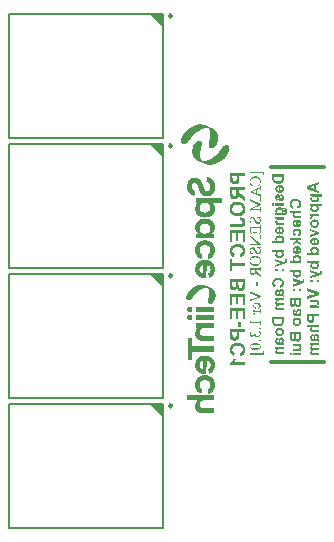
<source format=gbr>
G04*
G04 #@! TF.GenerationSoftware,Altium Limited,Altium Designer,24.9.1 (31)*
G04*
G04 Layer_Color=65535*
%FSLAX44Y44*%
%MOMM*%
G71*
G04*
G04 #@! TF.SameCoordinates,3E31175B-2F74-4D0F-94E8-FEE4F86157FB*
G04*
G04*
G04 #@! TF.FilePolarity,Positive*
G04*
G01*
G75*
%ADD51C,0.2000*%
%ADD52C,0.3000*%
%ADD62C,0.2500*%
G36*
X156599Y196112D02*
X156611Y196101D01*
X156644Y196090D01*
X156734Y196067D01*
X157026Y196045D01*
X157138Y196000D01*
X157205Y195933D01*
X157362Y195843D01*
X157407Y195821D01*
X157441Y195787D01*
X157463Y195742D01*
X157497Y195708D01*
X157688Y195585D01*
X157744Y195506D01*
X157788Y195484D01*
X157844Y195405D01*
X157912Y195293D01*
X158058Y195147D01*
X158114Y195002D01*
X158159Y194844D01*
X158226Y194777D01*
X158248Y194732D01*
X158293Y194688D01*
X158316Y194373D01*
X158338Y194149D01*
X158383Y194037D01*
X158405Y193633D01*
X158338Y193476D01*
X158316Y193050D01*
X158293Y192960D01*
X158226Y192803D01*
X158203Y192758D01*
X158170Y192724D01*
X158069Y192444D01*
X157957Y192332D01*
X157867Y192175D01*
X157844Y192130D01*
X157744Y192029D01*
X157699Y192006D01*
X157564Y191872D01*
X157317Y191737D01*
X157272Y191715D01*
X157261Y191681D01*
X157183Y191602D01*
X157071Y191558D01*
X156913Y191535D01*
X156678Y191434D01*
X156554Y191401D01*
X156487Y191378D01*
X156128Y191401D01*
X156038Y191378D01*
X155971Y191401D01*
X155848Y191389D01*
X155657Y191401D01*
X155466Y191479D01*
X155321Y191535D01*
X155141Y191580D01*
X155029Y191625D01*
X154984Y191670D01*
X154704Y191838D01*
X154681Y191883D01*
X154580Y191961D01*
X154535Y191984D01*
X154434Y192107D01*
X154412Y192152D01*
X154322Y192242D01*
X154210Y192444D01*
X154120Y192579D01*
X154030Y192736D01*
X154008Y192960D01*
X153885Y193240D01*
X153851Y193409D01*
X153828Y193700D01*
X153806Y193790D01*
X153828Y193857D01*
X153851Y194261D01*
X153918Y194418D01*
X154008Y194575D01*
X154030Y194844D01*
X154075Y194957D01*
X154143Y195024D01*
X154277Y195271D01*
X154378Y195372D01*
X154490Y195551D01*
X154647Y195663D01*
X154692Y195686D01*
X154816Y195809D01*
X154962Y195865D01*
X155074Y195910D01*
X155107Y195944D01*
X155231Y196045D01*
X155388Y196067D01*
X155769Y196135D01*
X155836Y196157D01*
X156139Y196146D01*
X156442Y196157D01*
X156599Y196112D01*
D02*
G37*
G36*
X176949Y195821D02*
X176982Y195787D01*
X177117Y195540D01*
X177139Y192130D01*
X177106Y192006D01*
X177050Y191861D01*
X176971Y191782D01*
X161468Y191760D01*
X161378Y191782D01*
X161255Y191838D01*
X161143Y191995D01*
X161120Y195361D01*
Y195383D01*
Y195518D01*
X161165Y195630D01*
X161221Y195686D01*
X161266Y195708D01*
X161378Y195821D01*
X176792Y195843D01*
X176949Y195821D01*
D02*
G37*
G36*
X176881Y189022D02*
X176994Y188978D01*
X177038Y188955D01*
X177117Y188809D01*
X177139Y185489D01*
X177117Y185264D01*
X177072Y185152D01*
X176859Y185006D01*
X176736Y184928D01*
X161939Y184939D01*
X161872Y184917D01*
X161849Y184939D01*
X161535Y184917D01*
X161423Y184961D01*
X161378Y184984D01*
X161333Y185029D01*
X161221Y185096D01*
X161143Y185197D01*
X161120Y188720D01*
X161143Y188877D01*
X161176Y188910D01*
X161378Y189022D01*
X167952Y189045D01*
X176657D01*
X176881Y189022D01*
D02*
G37*
G36*
X156487Y189381D02*
X156846Y189359D01*
X156981Y189269D01*
X157059Y189213D01*
X157205Y189157D01*
X157317Y189112D01*
X157385Y189045D01*
X157430Y189022D01*
X157474Y188978D01*
X157564Y188955D01*
X157631Y188888D01*
X157643Y188877D01*
X157665Y188832D01*
X157744Y188753D01*
X157788Y188731D01*
X157822Y188697D01*
X157934Y188495D01*
X158024Y188405D01*
X158047Y188361D01*
X158091Y188316D01*
X158114Y188226D01*
X158282Y187901D01*
X158305Y187788D01*
X158338Y187351D01*
X158372Y187227D01*
X158405Y187059D01*
X158383Y186835D01*
X158361Y186745D01*
X158338Y186678D01*
X158316Y186252D01*
X158226Y186050D01*
X158203Y186005D01*
X158170Y185971D01*
X158114Y185825D01*
X158091Y185736D01*
X158047Y185623D01*
X157979Y185578D01*
X157923Y185500D01*
X157833Y185365D01*
X157788Y185343D01*
X157665Y185219D01*
X157643Y185175D01*
X157497Y185074D01*
X157452Y185051D01*
X157418Y185018D01*
X157396Y184973D01*
X157329Y184928D01*
X157216Y184883D01*
X157071Y184849D01*
X156824Y184692D01*
X155545Y184670D01*
X155455Y184692D01*
X155298Y184760D01*
X155141Y184849D01*
X155051Y184872D01*
X154939Y184917D01*
X154894Y184939D01*
X154849Y185006D01*
X154804Y185029D01*
X154760Y185074D01*
X154715Y185096D01*
X154378Y185433D01*
X154277Y185556D01*
X154255Y185601D01*
X154187Y185758D01*
X154120Y185825D01*
X154064Y185904D01*
X154030Y186027D01*
X153986Y186207D01*
X153873Y186453D01*
X153828Y186925D01*
X153806Y186992D01*
X153828Y187127D01*
X153873Y187575D01*
X153896Y187665D01*
X153930Y187699D01*
X153997Y187878D01*
X154030Y188069D01*
X154075Y188181D01*
X154143Y188248D01*
X154232Y188405D01*
X154277Y188518D01*
X154412Y188652D01*
X154434Y188697D01*
X154468Y188731D01*
X154513Y188753D01*
X154647Y188888D01*
X154804Y189000D01*
X154849Y189022D01*
X154883Y189056D01*
X154905Y189101D01*
X155018Y189168D01*
X155107Y189191D01*
X155253Y189224D01*
X155298Y189269D01*
X155500Y189381D01*
X156397Y189404D01*
X156487Y189381D01*
D02*
G37*
G36*
X176904Y182224D02*
X177005Y182123D01*
X177117Y181966D01*
X177139Y178713D01*
Y178691D01*
Y178534D01*
X177117Y178444D01*
X177027Y178242D01*
X176814Y178163D01*
X176747Y178141D01*
X168760Y178119D01*
X168401Y178141D01*
X168311Y178119D01*
X168199Y178051D01*
X167929Y178029D01*
X167862Y178006D01*
X167458Y177984D01*
X167301Y177917D01*
X167099Y177805D01*
X167010Y177782D01*
X166852Y177760D01*
X166763Y177737D01*
X166651Y177670D01*
X166449Y177558D01*
X166336Y177513D01*
X166292Y177490D01*
X166224Y177423D01*
X165977Y177288D01*
X165933Y177266D01*
X165921Y177232D01*
X165888Y177199D01*
X165697Y177075D01*
X165675Y177030D01*
X165551Y176907D01*
X165506Y176885D01*
X165405Y176739D01*
X165383Y176694D01*
X165349Y176660D01*
X165305Y176638D01*
X165181Y176402D01*
X165047Y176268D01*
X165013Y176189D01*
X164979Y176066D01*
X164934Y175954D01*
X164833Y175853D01*
X164788Y175740D01*
X164755Y175527D01*
X164575Y175146D01*
X164553Y174159D01*
X164575Y173732D01*
X164598Y173575D01*
X164699Y173340D01*
X164744Y173228D01*
X164777Y173059D01*
X164822Y172902D01*
X164934Y172790D01*
X165047Y172588D01*
X165226Y172409D01*
X165248Y172364D01*
X165305Y172308D01*
X165506Y172151D01*
X165551Y172128D01*
X165585Y172094D01*
X165641Y172016D01*
X165720Y171960D01*
X165843Y171926D01*
X165955Y171881D01*
X166022Y171814D01*
X166135Y171747D01*
X166224Y171724D01*
X166381Y171702D01*
X166471Y171679D01*
X166763Y171545D01*
X167167Y171522D01*
X167234Y171500D01*
X176522Y171478D01*
X176679Y171455D01*
X176881Y171365D01*
X177005Y171309D01*
X177117Y171152D01*
X177139Y167832D01*
X177117Y167607D01*
X177061Y167484D01*
X176904Y167372D01*
X176859Y167349D01*
X176792Y167282D01*
X166449Y167260D01*
X166292Y167282D01*
X166202Y167304D01*
X166135Y167327D01*
X165798Y167349D01*
X165641Y167394D01*
X165574Y167417D01*
X165147Y167439D01*
X164878Y167484D01*
X164721Y167551D01*
X164676Y167574D01*
X164553Y167630D01*
X164340Y167663D01*
X164183Y167686D01*
X163936Y167843D01*
X163801Y167865D01*
X163644Y167910D01*
X163577Y167978D01*
X163375Y168090D01*
X163252Y168146D01*
X163128Y168247D01*
X163083Y168269D01*
X162971Y168314D01*
X162836Y168449D01*
X162724Y168516D01*
X162399Y168841D01*
X162377Y168886D01*
X162343Y168897D01*
X162040Y169200D01*
X161973Y169312D01*
X161838Y169447D01*
X161726Y169649D01*
X161703Y169694D01*
X161659Y169739D01*
X161569Y169896D01*
X161524Y170008D01*
X161502Y170053D01*
X161434Y170120D01*
X161378Y170199D01*
X161345Y170367D01*
X161255Y170569D01*
X161232Y170614D01*
X161199Y170647D01*
X161143Y170793D01*
X161120Y171018D01*
X161098Y171107D01*
X161053Y171220D01*
X161019Y171253D01*
X160963Y171399D01*
X160941Y171466D01*
X160918Y171938D01*
X160896Y172162D01*
X160851Y172274D01*
X160828Y173687D01*
X160851Y173979D01*
X160896Y174091D01*
X160918Y174518D01*
X160963Y174899D01*
X161053Y175034D01*
X161109Y175180D01*
X161143Y175482D01*
X161199Y175628D01*
X161311Y175808D01*
X161345Y175931D01*
X161389Y176111D01*
X161479Y176200D01*
X161502Y176245D01*
X161535Y176279D01*
X161569Y176402D01*
X161614Y176559D01*
X161703Y176649D01*
X161771Y176761D01*
X161816Y176873D01*
X161883Y176918D01*
X161995Y177075D01*
X162018Y177165D01*
X162062Y177210D01*
X162220Y177412D01*
X162242Y177457D01*
X162276Y177490D01*
X162320Y177513D01*
X162399Y177591D01*
X162421Y177636D01*
X162668Y177883D01*
X162792Y177984D01*
X162893Y178107D01*
X162915Y178152D01*
X163027Y178264D01*
X163050Y178309D01*
X163005Y178354D01*
X162702Y178343D01*
X162590Y178388D01*
X161513Y178410D01*
X161423Y178433D01*
X161311Y178477D01*
X161244Y178545D01*
X161143Y178668D01*
X161120Y181899D01*
X161165Y182056D01*
X161221Y182112D01*
X161266Y182135D01*
X161378Y182247D01*
X176747Y182269D01*
X176904Y182224D01*
D02*
G37*
G36*
X158237Y169705D02*
X158372Y169571D01*
X158417Y169548D01*
X158473Y169492D01*
X158495Y162806D01*
X158473Y162739D01*
X158495Y162537D01*
X158551Y162481D01*
X158663Y162413D01*
X158854Y162425D01*
X176253Y162413D01*
X176320Y162436D01*
X176635Y162413D01*
X176758Y162380D01*
X177005Y162268D01*
X177117Y162111D01*
X177139Y158521D01*
X177117Y158431D01*
X177072Y158274D01*
X176994Y158195D01*
X176915Y158162D01*
X176736Y158117D01*
X176377Y158095D01*
X159090Y158106D01*
X159022Y158083D01*
X158753Y158106D01*
X158596Y158083D01*
X158518Y157982D01*
X158495Y151162D01*
X158450Y150982D01*
X158372Y150904D01*
X158170Y150792D01*
X154894Y150769D01*
X154715Y150814D01*
X154558Y150881D01*
X154479Y150982D01*
X154457Y161437D01*
Y161460D01*
Y169425D01*
X154502Y169537D01*
X154558Y169571D01*
X154603Y169593D01*
X154636Y169627D01*
X154760Y169727D01*
X158080Y169750D01*
X158237Y169705D01*
D02*
G37*
G36*
X170016Y154696D02*
X170240Y154673D01*
X170532Y154651D01*
X170655Y154594D01*
X170914Y154538D01*
X170981Y154516D01*
X171003D01*
X171407Y154494D01*
X171586Y154449D01*
X171878Y154314D01*
X172327Y154247D01*
X172461Y154157D01*
X172506Y154135D01*
X172551Y154090D01*
X172753Y154067D01*
X172910Y154022D01*
X173011Y153921D01*
X173157Y153865D01*
X173337Y153820D01*
X173426Y153731D01*
X173505Y153675D01*
X173594Y153652D01*
X173718Y153619D01*
X173774Y153562D01*
X173897Y153462D01*
X173942Y153439D01*
X174055Y153394D01*
X174099Y153372D01*
X174167Y153305D01*
X174413Y153170D01*
X174447Y153136D01*
X174470Y153091D01*
X174503Y153058D01*
X174660Y152968D01*
X174739Y152889D01*
X174862Y152788D01*
X174963Y152665D01*
X175176Y152519D01*
X175221Y152497D01*
X175255Y152463D01*
X175367Y152261D01*
X175445Y152183D01*
X175490Y152160D01*
X175546Y152104D01*
X175569Y152059D01*
X175670Y151958D01*
X175771Y151835D01*
X175793Y151790D01*
X175928Y151655D01*
X176018Y151498D01*
X176107Y151409D01*
X176197Y151252D01*
X176242Y151139D01*
X176377Y151005D01*
X176466Y150758D01*
X176534Y150691D01*
X176623Y150534D01*
X176646Y150399D01*
X176736Y150264D01*
X176814Y150141D01*
X176836Y150051D01*
X176870Y149905D01*
X176926Y149760D01*
X177016Y149625D01*
X177050Y149457D01*
X177072Y149367D01*
X177094Y149210D01*
X177229Y148918D01*
X177252Y148851D01*
X177274Y148357D01*
X177341Y148200D01*
X177364Y148021D01*
X177386Y147931D01*
X177420Y147808D01*
X177453Y147639D01*
X177431Y147572D01*
X177453Y147415D01*
X177476Y147348D01*
X177465Y145833D01*
X177431Y145373D01*
X177409Y145284D01*
X177319Y145059D01*
X177297Y144992D01*
X177274Y144655D01*
X177252Y144431D01*
X177207Y144274D01*
X177151Y144151D01*
X177083Y143971D01*
X177061Y143859D01*
X177038Y143680D01*
X177005Y143556D01*
X176960Y143511D01*
X176881Y143388D01*
X176825Y143130D01*
X176780Y143018D01*
X176758Y142973D01*
X176679Y142894D01*
X176623Y142748D01*
X176579Y142591D01*
X176511Y142524D01*
X176422Y142367D01*
X176354Y142210D01*
X176309Y142165D01*
X176175Y141918D01*
X176040Y141784D01*
X175950Y141627D01*
X175894Y141571D01*
X175849Y141548D01*
X175838Y141514D01*
X175793Y141469D01*
X175771Y141425D01*
X175614Y141268D01*
X175524Y141111D01*
X175131Y140718D01*
X175086Y140695D01*
X175008Y140617D01*
X174885Y140516D01*
X174840Y140494D01*
X174705Y140359D01*
X174548Y140269D01*
X174514Y140236D01*
X174458Y140157D01*
X174380Y140101D01*
X174234Y140045D01*
X174144Y139955D01*
X173987Y139865D01*
X173875Y139820D01*
X173752Y139697D01*
X173639Y139652D01*
X173494Y139619D01*
X173438Y139563D01*
X173314Y139461D01*
X173179Y139439D01*
X173022Y139461D01*
X172933Y139551D01*
X172888Y139574D01*
X172764Y139742D01*
X172742Y139922D01*
X172686Y140067D01*
X172596Y140202D01*
X172563Y140325D01*
X172540Y140415D01*
X172518Y140572D01*
X172361Y140819D01*
X172338Y140976D01*
X172293Y141245D01*
X172181Y141402D01*
X172147Y141481D01*
X172114Y141694D01*
X172091Y141784D01*
X171934Y142030D01*
X171912Y142210D01*
X171889Y142367D01*
X171867Y142434D01*
X171845Y142591D01*
X171889Y142704D01*
X171912Y142905D01*
X171934Y142995D01*
X171990Y143051D01*
X172035Y143074D01*
X172192Y143231D01*
X172394Y143343D01*
X172551Y143500D01*
X172596Y143522D01*
X172922Y143848D01*
X172989Y143960D01*
X173045Y144016D01*
X173146Y144139D01*
X173168Y144184D01*
X173236Y144341D01*
X173325Y144431D01*
X173381Y144510D01*
X173404Y144599D01*
X173438Y144745D01*
X173561Y144914D01*
X173606Y145026D01*
X173639Y145284D01*
X173707Y145553D01*
X173729Y145710D01*
X173819Y145912D01*
X173841Y146720D01*
X173819Y147079D01*
X173797Y147168D01*
X173763Y147292D01*
X173673Y147538D01*
X173651Y147628D01*
X173617Y147909D01*
X173527Y148111D01*
X173471Y148189D01*
X173370Y148469D01*
X173280Y148559D01*
X173191Y148716D01*
X173146Y148828D01*
X173112Y148862D01*
X173067Y148885D01*
X172989Y148986D01*
X172966Y149030D01*
X172910Y149087D01*
X172865Y149109D01*
X172764Y149210D01*
X172742Y149255D01*
X172708Y149288D01*
X172663Y149311D01*
X172619Y149356D01*
X172574Y149378D01*
X172506Y149468D01*
X172260Y149602D01*
X172226Y149636D01*
X172103Y149737D01*
X171878Y149827D01*
X171811Y149894D01*
X171766Y149917D01*
X171732Y149950D01*
X171497Y150006D01*
X171373Y150063D01*
X171194Y150175D01*
X170936Y150208D01*
X170779Y150231D01*
X170622Y150298D01*
X170487Y150321D01*
X170409Y150242D01*
X170386Y139293D01*
X170341Y139181D01*
X170296Y139136D01*
X170173Y139035D01*
X170083Y139013D01*
X170016Y138990D01*
X168311Y139013D01*
X168244Y139035D01*
X167862Y139058D01*
X167750Y139102D01*
X167526Y139125D01*
X167369Y139192D01*
X167211Y139215D01*
X166852Y139237D01*
X166695Y139260D01*
X166606Y139282D01*
X166471Y139372D01*
X166359Y139417D01*
X166202Y139439D01*
X165977Y139461D01*
X165865Y139506D01*
X165708Y139596D01*
X165630Y139630D01*
X165439Y139663D01*
X165349Y139686D01*
X165237Y139753D01*
X165114Y139832D01*
X164968Y139865D01*
X164856Y139910D01*
X164811Y139933D01*
X164721Y140022D01*
X164609Y140067D01*
X164429Y140112D01*
X164306Y140236D01*
X164026Y140337D01*
X163958Y140426D01*
X163678Y140595D01*
X163655Y140639D01*
X163487Y140740D01*
X163442Y140763D01*
X163330Y140875D01*
X163173Y140965D01*
X163117Y141021D01*
X163095Y141066D01*
X163039Y141122D01*
X162994Y141144D01*
X162949Y141189D01*
X162836Y141324D01*
X162792Y141346D01*
X162724Y141413D01*
X162612Y141548D01*
X162567Y141571D01*
X162489Y141649D01*
X162377Y141806D01*
X162354Y141851D01*
X162264Y141941D01*
X162175Y142098D01*
X162085Y142188D01*
X161950Y142434D01*
X161917Y142468D01*
X161872Y142490D01*
X161827Y142535D01*
X161726Y142816D01*
X161636Y142905D01*
X161569Y143018D01*
X161546Y143107D01*
X161502Y143264D01*
X161468Y143298D01*
X161367Y143421D01*
X161345Y143646D01*
X161300Y143758D01*
X161266Y143792D01*
X161165Y143915D01*
X161143Y144094D01*
X161120Y144319D01*
X160986Y144611D01*
X160963Y144700D01*
X160941Y144768D01*
X160918Y145284D01*
X160896Y145441D01*
X160851Y145710D01*
X160828Y145777D01*
X160840Y147179D01*
X160828Y147482D01*
X160896Y147639D01*
X160918Y148133D01*
X160941Y148492D01*
X160986Y148672D01*
X161064Y148817D01*
X161109Y148930D01*
X161143Y149210D01*
X161165Y149367D01*
X161210Y149479D01*
X161232Y149524D01*
X161266Y149558D01*
X161311Y149670D01*
X161367Y149905D01*
X161389Y149995D01*
X161502Y150152D01*
X161569Y150332D01*
X161614Y150489D01*
X161647Y150522D01*
X161748Y150646D01*
X161771Y150736D01*
X161838Y150893D01*
X161861Y150938D01*
X161917Y150994D01*
X162051Y151263D01*
X162096Y151285D01*
X162175Y151386D01*
X162197Y151431D01*
X162242Y151543D01*
X162332Y151633D01*
X162421Y151790D01*
X162567Y151936D01*
X162668Y152059D01*
X162691Y152104D01*
X162724Y152115D01*
X162825Y152216D01*
X162848Y152261D01*
X162926Y152340D01*
X162971Y152362D01*
X163027Y152418D01*
X163050Y152463D01*
X163128Y152542D01*
X163173Y152564D01*
X163353Y152744D01*
X163397Y152766D01*
X163554Y152923D01*
X163711Y153035D01*
X163756Y153058D01*
X163824Y153125D01*
X164070Y153260D01*
X164127Y153316D01*
X164149Y153361D01*
X164205Y153394D01*
X164250Y153417D01*
X164362Y153462D01*
X164429Y153529D01*
X164587Y153619D01*
X164744Y153663D01*
X164901Y153820D01*
X165035Y153843D01*
X165215Y153888D01*
X165260Y153933D01*
X165417Y154045D01*
X165551Y154067D01*
X165641Y154090D01*
X165843Y154179D01*
X166000Y154269D01*
X166269Y154292D01*
X166359Y154314D01*
X166695Y154471D01*
X167099Y154494D01*
X167324Y154516D01*
X167526Y154606D01*
X167660Y154628D01*
X167728Y154651D01*
X168154Y154673D01*
X168221Y154696D01*
X169657Y154718D01*
X170016Y154696D01*
D02*
G37*
G36*
X170218Y138115D02*
X170711Y138093D01*
X170958Y137981D01*
X171070Y137936D01*
X171474Y137913D01*
X171631Y137891D01*
X171867Y137790D01*
X171979Y137745D01*
X172069Y137723D01*
X172304Y137689D01*
X172461Y137622D01*
X172506Y137599D01*
X172540Y137566D01*
X172652Y137521D01*
X172798Y137487D01*
X172955Y137442D01*
X173112Y137330D01*
X173292Y137263D01*
X173404Y137218D01*
X173449Y137196D01*
X173527Y137117D01*
X173673Y137061D01*
X173785Y137016D01*
X173875Y136926D01*
X174032Y136837D01*
X174144Y136792D01*
X174234Y136702D01*
X174391Y136612D01*
X174548Y136455D01*
X174660Y136388D01*
X174739Y136309D01*
X174862Y136208D01*
X174907Y136186D01*
X175042Y136051D01*
X175086Y136029D01*
X175154Y135962D01*
X175232Y135905D01*
X175255Y135861D01*
X175367Y135748D01*
X175389Y135703D01*
X175445Y135647D01*
X175546Y135524D01*
X175569Y135479D01*
X175704Y135344D01*
X175771Y135232D01*
X175928Y135075D01*
X176018Y134918D01*
X176107Y134829D01*
X176186Y134705D01*
X176220Y134582D01*
X176332Y134469D01*
X176422Y134312D01*
X176478Y134167D01*
X176579Y134043D01*
X176612Y133965D01*
X176646Y133819D01*
X176691Y133707D01*
X176713Y133662D01*
X176758Y133617D01*
X176814Y133538D01*
X176848Y133370D01*
X176870Y133280D01*
X176938Y133123D01*
X177016Y133000D01*
X177072Y132675D01*
X177117Y132518D01*
X177173Y132417D01*
X177229Y132271D01*
X177252Y132204D01*
X177274Y131800D01*
X177297Y131710D01*
X177319Y131643D01*
X177341Y131396D01*
X177431Y131194D01*
X177453Y130969D01*
X177431Y130902D01*
X177453Y130835D01*
X177476Y129264D01*
X177453Y129040D01*
X177431Y128973D01*
X177442Y128827D01*
X177431Y128726D01*
X177409Y128569D01*
X177341Y128300D01*
X177297Y128188D01*
X177274Y127918D01*
X177252Y127627D01*
X177207Y127470D01*
X177117Y127268D01*
X177072Y127155D01*
X177050Y126864D01*
X176994Y126718D01*
X176881Y126538D01*
X176825Y126303D01*
X176780Y126191D01*
X176758Y126146D01*
X176713Y126101D01*
X176646Y125989D01*
X176623Y125854D01*
X176579Y125742D01*
X176511Y125675D01*
X176422Y125518D01*
X176377Y125405D01*
X176309Y125338D01*
X176220Y125181D01*
X176175Y125069D01*
X176119Y125013D01*
X176074Y124990D01*
X176040Y124957D01*
X175950Y124800D01*
X175928Y124755D01*
X175872Y124699D01*
X175771Y124575D01*
X175748Y124530D01*
X175614Y124396D01*
X175524Y124239D01*
X175490Y124205D01*
X175445Y124183D01*
X175345Y124082D01*
X175322Y124037D01*
X175288Y124003D01*
X175131Y123891D01*
X175086Y123869D01*
X174930Y123712D01*
X174885Y123689D01*
X174784Y123588D01*
X174537Y123431D01*
X174481Y123352D01*
X174279Y123240D01*
X174144Y123106D01*
X173897Y123016D01*
X173808Y122926D01*
X173696Y122859D01*
X173583Y122814D01*
X173471Y122747D01*
X173348Y122668D01*
X173224Y122635D01*
X173045Y122590D01*
X172910Y122455D01*
X172798Y122433D01*
X172641Y122410D01*
X172529Y122365D01*
X172394Y122343D01*
X172192Y122433D01*
X172125Y122500D01*
X172091Y122623D01*
X172069Y122713D01*
X171957Y122960D01*
X171934Y123050D01*
X171912Y123207D01*
X171889Y123431D01*
X171867Y123588D01*
X171732Y123880D01*
X171710Y124037D01*
X171688Y124127D01*
X171665Y124418D01*
X171542Y124699D01*
X171508Y124867D01*
X171486Y124934D01*
X171463Y125248D01*
X171441Y125338D01*
X171418Y125405D01*
X171396Y125607D01*
X171430Y125731D01*
X171463Y125899D01*
X171508Y126011D01*
X171620Y126123D01*
X171643Y126168D01*
X171721Y126247D01*
X171945Y126336D01*
X172013Y126404D01*
X172260Y126538D01*
X172293Y126572D01*
X172316Y126617D01*
X172417Y126695D01*
X172461Y126718D01*
X172540Y126796D01*
X172596Y126875D01*
X172641Y126897D01*
X172787Y127043D01*
X172809Y127088D01*
X172843Y127099D01*
X172922Y127178D01*
X173045Y127369D01*
X173090Y127391D01*
X173168Y127492D01*
X173191Y127582D01*
X173236Y127694D01*
X173303Y127761D01*
X173393Y127918D01*
X173415Y128008D01*
X173438Y128165D01*
X173494Y128311D01*
X173606Y128490D01*
X173628Y128692D01*
X173662Y129399D01*
X173684Y129466D01*
X173707Y129713D01*
X173684Y129780D01*
X173662Y130319D01*
X173639Y130409D01*
X173617Y130768D01*
X173594Y130992D01*
X173482Y131149D01*
X173438Y131261D01*
X173415Y131351D01*
X173393Y131508D01*
X173348Y131620D01*
X173280Y131687D01*
X173191Y131845D01*
X173146Y132002D01*
X173056Y132091D01*
X172966Y132248D01*
X172843Y132372D01*
X172742Y132495D01*
X172719Y132540D01*
X172630Y132630D01*
X172506Y132731D01*
X172461Y132753D01*
X172316Y132899D01*
X172192Y133000D01*
X172147Y133022D01*
X172136Y133056D01*
X172047Y133146D01*
X171901Y133202D01*
X171789Y133247D01*
X171654Y133381D01*
X171474Y133426D01*
X171317Y133494D01*
X171160Y133606D01*
X170936Y133628D01*
X170812Y133662D01*
X170801Y133673D01*
X170510Y133808D01*
X170151Y133830D01*
X170083Y133853D01*
X168513Y133875D01*
X168445Y133853D01*
X167907Y133830D01*
X167683Y133763D01*
X167649Y133729D01*
X167470Y133662D01*
X167357Y133639D01*
X167223Y133617D01*
X167077Y133583D01*
X166942Y133494D01*
X166864Y133438D01*
X166740Y133404D01*
X166583Y133359D01*
X166516Y133292D01*
X166359Y133180D01*
X166269Y133157D01*
X166224Y133112D01*
X166180Y133090D01*
X166135Y133045D01*
X165977Y132955D01*
X165798Y132776D01*
X165753Y132753D01*
X165652Y132652D01*
X165630Y132607D01*
X165529Y132529D01*
X165428Y132405D01*
X165405Y132361D01*
X165293Y132248D01*
X165226Y132136D01*
X165159Y131979D01*
X165125Y131945D01*
X165024Y131822D01*
X164979Y131643D01*
X164934Y131530D01*
X164867Y131463D01*
X164811Y131385D01*
X164777Y131239D01*
X164755Y131082D01*
X164688Y130813D01*
X164575Y130566D01*
X164553Y129511D01*
X164575Y128950D01*
X164598Y128793D01*
X164643Y128636D01*
X164676Y128603D01*
X164744Y128423D01*
X164777Y128165D01*
X164822Y128008D01*
X164889Y127941D01*
X164979Y127784D01*
X165002Y127694D01*
X165058Y127570D01*
X165103Y127548D01*
X165136Y127514D01*
X165203Y127402D01*
X165271Y127245D01*
X165383Y127133D01*
X165450Y127021D01*
X165506Y126965D01*
X165551Y126942D01*
X165607Y126886D01*
X165663Y126808D01*
X165821Y126695D01*
X165865Y126673D01*
X165910Y126606D01*
X166157Y126471D01*
X166202Y126449D01*
X166236Y126415D01*
X166449Y126269D01*
X166494Y126247D01*
X166527Y126191D01*
X166550Y126146D01*
X166673Y126022D01*
X166729Y125877D01*
X166752Y125809D01*
X166774Y125540D01*
X166740Y125417D01*
X166684Y125024D01*
X166617Y124867D01*
X166527Y124710D01*
X166505Y124486D01*
X166482Y124396D01*
X166437Y124239D01*
X166381Y124115D01*
X166336Y124003D01*
X166280Y123768D01*
X166258Y123543D01*
X166213Y123431D01*
X166101Y123274D01*
X166078Y123050D01*
X166034Y122870D01*
X165821Y122657D01*
X165551Y122635D01*
X165462Y122657D01*
X165305Y122680D01*
X165260Y122724D01*
X165215Y122747D01*
X165181Y122780D01*
X165035Y122837D01*
X164856Y122881D01*
X164800Y122937D01*
X164676Y123038D01*
X164542Y123061D01*
X164429Y123106D01*
X164385Y123128D01*
X164284Y123229D01*
X164172Y123274D01*
X164048Y123308D01*
X163958Y123397D01*
X163756Y123510D01*
X163644Y123622D01*
X163397Y123756D01*
X163319Y123835D01*
X163195Y123936D01*
X163151Y123958D01*
X163117Y123992D01*
X163095Y124037D01*
X162994Y124138D01*
X162949Y124160D01*
X162893Y124216D01*
X162870Y124261D01*
X162769Y124362D01*
X162724Y124385D01*
X162691Y124418D01*
X162668Y124463D01*
X162567Y124564D01*
X162522Y124586D01*
X162421Y124710D01*
X162399Y124755D01*
X162287Y124867D01*
X162264Y124912D01*
X162231Y124945D01*
X162175Y125091D01*
X162085Y125181D01*
X161973Y125383D01*
X161917Y125439D01*
X161805Y125574D01*
X161748Y125809D01*
X161659Y125899D01*
X161580Y126022D01*
X161546Y126191D01*
X161468Y126336D01*
X161367Y126460D01*
X161345Y126639D01*
X161322Y126729D01*
X161255Y126886D01*
X161232Y126931D01*
X161199Y126965D01*
X161154Y127077D01*
X161120Y127470D01*
X160997Y127750D01*
X160963Y127896D01*
X160941Y127963D01*
X160918Y128412D01*
X160896Y128771D01*
X160873Y128861D01*
X160828Y128973D01*
X160840Y130599D01*
X160828Y130880D01*
X160896Y131037D01*
X160918Y131441D01*
X160941Y131800D01*
X160963Y131957D01*
X161064Y132192D01*
X161109Y132304D01*
X161143Y132652D01*
X161199Y132843D01*
X161311Y133022D01*
X161333Y133112D01*
X161367Y133303D01*
X161423Y133426D01*
X161535Y133606D01*
X161569Y133752D01*
X161614Y133909D01*
X161681Y133976D01*
X161771Y134133D01*
X161816Y134245D01*
X161838Y134290D01*
X161883Y134335D01*
X161961Y134458D01*
X161995Y134582D01*
X162130Y134716D01*
X162264Y134963D01*
X162354Y135053D01*
X162377Y135098D01*
X162478Y135266D01*
X162522Y135288D01*
X162579Y135344D01*
X162646Y135457D01*
X162825Y135636D01*
X162848Y135681D01*
X162904Y135737D01*
X162949Y135760D01*
X163050Y135861D01*
X163072Y135905D01*
X163128Y135962D01*
X163173Y135984D01*
X163274Y136085D01*
X163297Y136130D01*
X163397Y136186D01*
X163577Y136365D01*
X163689Y136433D01*
X163801Y136545D01*
X164048Y136679D01*
X164138Y136769D01*
X164340Y136881D01*
X164385Y136904D01*
X164429Y136971D01*
X164474Y136994D01*
X164508Y137027D01*
X164654Y137061D01*
X164766Y137106D01*
X164833Y137173D01*
X164990Y137263D01*
X165080Y137285D01*
X165192Y137330D01*
X165237Y137353D01*
X165248Y137386D01*
X165327Y137442D01*
X165641Y137510D01*
X165798Y137622D01*
X165877Y137655D01*
X166045Y137689D01*
X166202Y137711D01*
X166292Y137734D01*
X166426Y137824D01*
X166539Y137869D01*
X166606Y137891D01*
X167010Y137913D01*
X167099Y137936D01*
X167200Y137970D01*
X167313Y138014D01*
X167481Y138048D01*
X167570Y138070D01*
X167728Y138093D01*
X167795Y138115D01*
X169433Y138138D01*
X170128Y138115D01*
X170196Y138138D01*
X170218Y138115D01*
D02*
G37*
G36*
X176881Y121064D02*
X176960Y121008D01*
X177117Y120806D01*
X177139Y117373D01*
X177072Y117127D01*
X177038Y117093D01*
X176926Y117026D01*
X176836Y117003D01*
X176769Y116981D01*
X168333Y116958D01*
X168176Y116891D01*
X168019Y116869D01*
X167952Y116846D01*
X167526Y116824D01*
X167436Y116801D01*
X167335Y116768D01*
X167200Y116678D01*
X167088Y116633D01*
X166954Y116611D01*
X166763Y116577D01*
X166628Y116487D01*
X166550Y116431D01*
X166336Y116353D01*
X166247Y116263D01*
X166090Y116173D01*
X165977Y116128D01*
X165865Y116016D01*
X165753Y115949D01*
X165675Y115870D01*
X165619Y115792D01*
X165574Y115769D01*
X165473Y115668D01*
X165405Y115556D01*
X165293Y115444D01*
X165159Y115197D01*
X165091Y115152D01*
X165035Y115074D01*
X164979Y114928D01*
X164934Y114816D01*
X164889Y114771D01*
X164833Y114692D01*
X164788Y114580D01*
X164755Y114345D01*
X164688Y114187D01*
X164575Y113986D01*
X164553Y113133D01*
X164575Y112572D01*
X164598Y112415D01*
X164699Y112179D01*
X164744Y112067D01*
X164777Y111899D01*
X164800Y111809D01*
X164844Y111697D01*
X164878Y111686D01*
X164912Y111652D01*
X165024Y111450D01*
X165181Y111293D01*
X165203Y111248D01*
X165327Y111125D01*
X165529Y110968D01*
X165574Y110946D01*
X165663Y110856D01*
X165776Y110788D01*
X165933Y110721D01*
X165977Y110699D01*
X166067Y110609D01*
X166146Y110575D01*
X166426Y110542D01*
X166808Y110362D01*
X167324Y110340D01*
X167391Y110317D01*
X176702Y110295D01*
X177027Y110127D01*
X177117Y109970D01*
X177139Y106604D01*
X177117Y106447D01*
X177072Y106335D01*
X177050Y106290D01*
X176904Y106212D01*
X176859Y106167D01*
X176814Y106144D01*
X176780Y106111D01*
X176691Y106088D01*
X166359Y106099D01*
X166202Y106167D01*
X165933Y106189D01*
X165865Y106167D01*
X165776Y106189D01*
X165663Y106234D01*
X165462Y106256D01*
X165035Y106279D01*
X164856Y106324D01*
X164744Y106369D01*
X164587Y106458D01*
X164407Y106481D01*
X164250Y106503D01*
X164149Y106537D01*
X163925Y106671D01*
X163779Y106705D01*
X163689Y106728D01*
X163588Y106784D01*
X163566Y106828D01*
X163420Y106907D01*
X163330Y106930D01*
X163195Y107064D01*
X163173D01*
X163117Y107098D01*
X162971Y107154D01*
X162836Y107288D01*
X162724Y107356D01*
X162545Y107535D01*
X162500Y107558D01*
X162444Y107614D01*
X162421Y107659D01*
X162320Y107760D01*
X162276Y107782D01*
X162242Y107816D01*
X162220Y107861D01*
X162141Y107939D01*
X162062Y107995D01*
X161973Y108152D01*
X161838Y108287D01*
X161816Y108332D01*
X161771Y108377D01*
X161748Y108466D01*
X161681Y108534D01*
X161659Y108579D01*
X161614Y108623D01*
X161524Y108848D01*
X161468Y108904D01*
X161378Y109038D01*
X161345Y109162D01*
X161322Y109252D01*
X161255Y109409D01*
X161199Y109487D01*
X161143Y109633D01*
X161120Y109857D01*
X160986Y110149D01*
X160963Y110239D01*
X160941Y110306D01*
X160918Y110867D01*
X160873Y111046D01*
X160851Y111114D01*
X160828Y112617D01*
X160851Y112774D01*
X160873Y112864D01*
X160896Y112931D01*
X160918Y113380D01*
X160963Y113694D01*
X160986Y113784D01*
X161064Y113930D01*
X161109Y114042D01*
X161143Y114255D01*
X161165Y114412D01*
X161277Y114569D01*
X161311Y114647D01*
X161345Y114771D01*
X161367Y114861D01*
X161412Y114973D01*
X161513Y115074D01*
X161569Y115219D01*
X161591Y115309D01*
X161771Y115578D01*
X161793Y115668D01*
X161905Y115780D01*
X162040Y116027D01*
X162096Y116083D01*
X162197Y116207D01*
X162220Y116252D01*
X162399Y116431D01*
X162421Y116476D01*
X162478Y116532D01*
X162522Y116554D01*
X162567Y116599D01*
X162668Y116723D01*
X162691Y116768D01*
X162736Y116812D01*
X162803Y116925D01*
X162747Y116981D01*
X162601Y116969D01*
X162466Y116947D01*
X154580Y116958D01*
X154423Y116981D01*
X154244Y117026D01*
X154087Y117071D01*
X154053Y117127D01*
X154008Y117261D01*
X154019Y120503D01*
X154008Y120761D01*
X154064Y120907D01*
X154109Y120929D01*
X154165Y120986D01*
X154288Y121087D01*
X176769Y121109D01*
X176881Y121064D01*
D02*
G37*
G36*
X133300Y103800D02*
X123300Y113800D01*
X133300D01*
Y103800D01*
D02*
G37*
G36*
X169893Y235902D02*
X170005Y235880D01*
X170386Y235857D01*
X170532Y235824D01*
X170622Y235801D01*
X170812Y235745D01*
X170902Y235723D01*
X171430Y235689D01*
X171519Y235667D01*
X171856Y235510D01*
X172237Y235465D01*
X172439Y235375D01*
X172563Y235296D01*
X172686Y235263D01*
X172843Y235240D01*
X172978Y235151D01*
X173090Y235083D01*
X173179Y235061D01*
X173337Y235016D01*
X173404Y234949D01*
X173482Y234893D01*
X173628Y234837D01*
X173740Y234792D01*
X173808Y234724D01*
X173965Y234635D01*
X174077Y234590D01*
X174167Y234500D01*
X174369Y234388D01*
X174413Y234365D01*
X174492Y234287D01*
X174615Y234186D01*
X174660Y234163D01*
X174795Y234029D01*
X174840Y234006D01*
X174941Y233905D01*
X174963Y233861D01*
X174997Y233827D01*
X175042Y233804D01*
X175143Y233703D01*
X175165Y233659D01*
X175221Y233603D01*
X175266Y233580D01*
X175367Y233479D01*
X175389Y233434D01*
X175423Y233401D01*
X175468Y233378D01*
X175569Y233277D01*
X175591Y233232D01*
X175670Y233154D01*
X175771Y233030D01*
X175793Y232986D01*
X175849Y232929D01*
X175928Y232873D01*
X176018Y232716D01*
X176040Y232672D01*
X176152Y232559D01*
X176242Y232335D01*
X176332Y232245D01*
X176422Y232088D01*
X176466Y231976D01*
X176489Y231931D01*
X176567Y231852D01*
X176668Y231572D01*
X176736Y231460D01*
X176814Y231336D01*
X176870Y231101D01*
X176938Y230944D01*
X177016Y230821D01*
X177050Y230697D01*
X177072Y230540D01*
X177117Y230361D01*
X177229Y230114D01*
X177252Y230047D01*
X177274Y229598D01*
X177297Y229508D01*
X177341Y229396D01*
X177364Y229216D01*
X177386Y229127D01*
X177420Y229026D01*
X177453Y228835D01*
X177431Y228768D01*
X177453Y228700D01*
X177476Y227466D01*
X177453Y226838D01*
X177431Y226771D01*
X177442Y226760D01*
X177431Y226569D01*
X177409Y226479D01*
X177330Y226288D01*
X177285Y226042D01*
X177263Y225728D01*
X177252Y225716D01*
Y225627D01*
X177207Y225469D01*
X177117Y225268D01*
X177072Y225155D01*
X177050Y224909D01*
X176960Y224707D01*
X176881Y224583D01*
X176825Y224325D01*
X176803Y224236D01*
X176758Y224191D01*
X176646Y224034D01*
X176623Y223944D01*
X176579Y223787D01*
X176511Y223720D01*
X176399Y223518D01*
X176343Y223394D01*
X176242Y223271D01*
X176220Y223226D01*
X176175Y223114D01*
X176063Y223002D01*
X175973Y222845D01*
X175894Y222766D01*
X175793Y222643D01*
X175771Y222598D01*
X175647Y222474D01*
X175546Y222351D01*
X175524Y222306D01*
X175008Y221790D01*
X174761Y221633D01*
X174739Y221588D01*
X174593Y221487D01*
X174548Y221465D01*
X174391Y221308D01*
X174234Y221218D01*
X174189Y221196D01*
X174178Y221162D01*
X174021Y221072D01*
X173897Y221038D01*
X173819Y220960D01*
X173797Y220915D01*
X173763Y220904D01*
X173729Y220870D01*
X173583Y220837D01*
X173471Y220792D01*
X173426Y220769D01*
X173404Y220724D01*
X173359Y220702D01*
X173314Y220657D01*
X173112Y220635D01*
X173000Y220679D01*
X172787Y220893D01*
X172742Y221094D01*
X172719Y221184D01*
X172675Y221297D01*
X172641Y221330D01*
X172574Y221465D01*
X172540Y221678D01*
X172450Y221880D01*
X172361Y222037D01*
X172338Y222127D01*
X172316Y222351D01*
X172260Y222497D01*
X172147Y222676D01*
X172114Y222889D01*
X172024Y223091D01*
X171945Y223215D01*
X171912Y223361D01*
X171889Y223585D01*
X171822Y223742D01*
X171800Y223877D01*
X171889Y224191D01*
X171923Y224224D01*
X172080Y224314D01*
X172192Y224426D01*
X172271Y224482D01*
X172417Y224538D01*
X172495Y224617D01*
X172551Y224695D01*
X172596Y224718D01*
X172742Y224864D01*
X172764Y224909D01*
X172798Y224920D01*
X172865Y224987D01*
X172966Y225111D01*
X172989Y225155D01*
X173045Y225212D01*
X173191Y225425D01*
X173213Y225514D01*
X173325Y225627D01*
X173381Y225705D01*
X173415Y225851D01*
X173482Y226008D01*
X173594Y226165D01*
X173617Y226345D01*
X173639Y226434D01*
X173662Y226591D01*
X173707Y226748D01*
X173729Y226905D01*
X173819Y227107D01*
X173841Y227915D01*
X173819Y228274D01*
X173797Y228364D01*
X173740Y228554D01*
X173684Y228700D01*
X173662Y228768D01*
X173639Y228947D01*
X173617Y229037D01*
X173594Y229194D01*
X173527Y229306D01*
X173449Y229429D01*
X173415Y229553D01*
X173370Y229665D01*
X173280Y229755D01*
X173146Y230002D01*
X173034Y230114D01*
X172966Y230226D01*
X172888Y230305D01*
X172843Y230327D01*
X172764Y230405D01*
X172742Y230450D01*
X172619Y230551D01*
X172574Y230574D01*
X172563Y230607D01*
X172461Y230708D01*
X172383Y230742D01*
X172237Y230798D01*
X172125Y230910D01*
X172013Y230977D01*
X171856Y231045D01*
X171811Y231090D01*
X171732Y231146D01*
X171497Y231202D01*
X171115Y231381D01*
X170846Y231404D01*
X170667Y231449D01*
X170622Y231494D01*
X170487Y231516D01*
X170409Y231437D01*
X170386Y220511D01*
X170341Y220354D01*
X170285Y220298D01*
X170128Y220208D01*
X168255Y220219D01*
X167907Y220253D01*
X167638Y220298D01*
X167548Y220320D01*
X167391Y220388D01*
X167234Y220410D01*
X166808Y220433D01*
X166628Y220478D01*
X166336Y220612D01*
X165955Y220657D01*
X165753Y220747D01*
X165630Y220825D01*
X165462Y220859D01*
X165305Y220881D01*
X165237Y220949D01*
X165159Y221005D01*
X165047Y221050D01*
X164901Y221083D01*
X164788Y221128D01*
X164654Y221218D01*
X164429Y221308D01*
X164373Y221364D01*
X164250Y221465D01*
X164160Y221487D01*
X164048Y221532D01*
X163902Y221678D01*
X163756Y221734D01*
X163644Y221846D01*
X163442Y221958D01*
X163375Y222026D01*
X163218Y222138D01*
X163173Y222160D01*
X163095Y222239D01*
X163072Y222284D01*
X163016Y222340D01*
X162971Y222362D01*
X162870Y222463D01*
X162848Y222508D01*
X162814Y222542D01*
X162769Y222564D01*
X162668Y222665D01*
X162646Y222710D01*
X162590Y222766D01*
X162545Y222789D01*
X162466Y222867D01*
X162377Y223024D01*
X162264Y223136D01*
X162152Y223338D01*
X162062Y223428D01*
X161973Y223585D01*
X161950Y223630D01*
X161816Y223764D01*
X161726Y224011D01*
X161614Y224123D01*
X161546Y224303D01*
X161502Y224460D01*
X161468Y224494D01*
X161367Y224617D01*
X161345Y224841D01*
X161300Y224953D01*
X161232Y225021D01*
X161210Y225066D01*
X161165Y225111D01*
X161143Y225290D01*
X161120Y225514D01*
X161019Y225750D01*
X160963Y225896D01*
X160941Y225963D01*
X160918Y226479D01*
X160896Y226636D01*
X160851Y226905D01*
X160828Y226973D01*
X160840Y228397D01*
X160828Y228678D01*
X160896Y228835D01*
X160918Y229396D01*
X160941Y229688D01*
X160986Y229867D01*
X161064Y230013D01*
X161109Y230125D01*
X161143Y230428D01*
X161165Y230518D01*
X161232Y230675D01*
X161255Y230720D01*
X161300Y230764D01*
X161345Y230944D01*
X161367Y231101D01*
X161389Y231191D01*
X161546Y231437D01*
X161569Y231572D01*
X161614Y231684D01*
X161681Y231752D01*
X161771Y231909D01*
X161793Y231998D01*
X161838Y232111D01*
X161905Y232178D01*
X161973Y232290D01*
X162018Y232402D01*
X162040Y232447D01*
X162074Y232481D01*
X162119Y232503D01*
X162141Y232548D01*
X162253Y232728D01*
X162354Y232851D01*
X162444Y233008D01*
X162522Y233086D01*
X162567Y233109D01*
X162668Y233277D01*
X162702Y233311D01*
X162747Y233333D01*
X162803Y233389D01*
X162825Y233434D01*
X162926Y233535D01*
X162971Y233558D01*
X163027Y233614D01*
X163050Y233659D01*
X163151Y233760D01*
X163195Y233782D01*
X163252Y233838D01*
X163274Y233883D01*
X163375Y233962D01*
X163420Y233984D01*
X163543Y234107D01*
X163756Y234253D01*
X163801Y234276D01*
X163869Y234343D01*
X164026Y234433D01*
X164138Y234545D01*
X164295Y234635D01*
X164407Y234680D01*
X164474Y234747D01*
X164519Y234769D01*
X164553Y234803D01*
X164676Y234837D01*
X164833Y234904D01*
X164946Y235016D01*
X165058Y235038D01*
X165260Y235128D01*
X165417Y235240D01*
X165574Y235263D01*
X165663Y235285D01*
X165821Y235330D01*
X165854Y235364D01*
X165977Y235465D01*
X166247Y235487D01*
X166426Y235532D01*
X166718Y235667D01*
X166942Y235689D01*
X167301Y235711D01*
X167458Y235779D01*
X167683Y235801D01*
X167795Y235846D01*
X167997Y235869D01*
X168288Y235891D01*
X168356Y235913D01*
X169893Y235902D01*
D02*
G37*
G36*
X133300Y213800D02*
X123300Y223800D01*
X133300D01*
Y213800D01*
D02*
G37*
G36*
X166864Y214745D02*
X166976Y214723D01*
X167155Y214678D01*
X167268Y214655D01*
X167402Y214633D01*
X167683Y214599D01*
X167907Y214577D01*
X168064Y214555D01*
X168401Y214397D01*
X168715Y214375D01*
X168894Y214330D01*
X168962Y214263D01*
X169119Y214173D01*
X169388Y214151D01*
X169511Y214095D01*
X169534Y214050D01*
X169635Y213971D01*
X169859Y213949D01*
X169949Y213926D01*
X170061Y213881D01*
X170106Y213859D01*
X170173Y213792D01*
X170252Y213758D01*
X170442Y213724D01*
X170644Y213635D01*
X170835Y213534D01*
X171026Y213500D01*
X171138Y213455D01*
X171183Y213410D01*
X171227Y213388D01*
X171272Y213343D01*
X171586Y213276D01*
X171710Y213220D01*
X171889Y213107D01*
X172058Y213074D01*
X172170Y213029D01*
X172215Y213006D01*
X172260Y212962D01*
X172417Y212872D01*
X172574Y212849D01*
X172697Y212793D01*
X172719Y212748D01*
X172832Y212681D01*
X173022Y212647D01*
X173135Y212603D01*
X173236Y212502D01*
X173381Y212446D01*
X173471Y212423D01*
X173538Y212401D01*
X173583Y212378D01*
X173651Y212311D01*
X173729Y212255D01*
X173920Y212221D01*
X174032Y212176D01*
X174099Y212109D01*
X174178Y212053D01*
X174324Y211997D01*
X174436Y211952D01*
X174503Y211885D01*
X174582Y211828D01*
X174705Y211795D01*
X174817Y211750D01*
X174851Y211716D01*
X174986Y211604D01*
X175109Y211570D01*
X175221Y211526D01*
X175311Y211436D01*
X175513Y211324D01*
X175625Y211211D01*
X175737Y211144D01*
X175838Y211043D01*
X175961Y210942D01*
X176006Y210920D01*
X176534Y210393D01*
X176646Y210236D01*
X176668Y210191D01*
X176780Y210079D01*
X176904Y209888D01*
X176982Y209832D01*
X177117Y209585D01*
X177139Y209540D01*
X177218Y209461D01*
X177319Y209181D01*
X177386Y209114D01*
X177465Y208990D01*
X177498Y208822D01*
X177566Y208665D01*
X177678Y208463D01*
X177700Y208284D01*
X177745Y208104D01*
X177857Y207925D01*
X177880Y207790D01*
X177902Y207700D01*
X177925Y207409D01*
X177992Y207027D01*
X178014Y206938D01*
X178059Y206825D01*
X178082Y206466D01*
X178104Y206399D01*
X178127Y204806D01*
X178104Y204739D01*
X178082Y204447D01*
X178014Y204066D01*
X177992Y203976D01*
X177947Y203864D01*
X177902Y203415D01*
X177880Y203258D01*
X177857Y203168D01*
X177812Y203056D01*
X177779Y203022D01*
X177734Y202910D01*
X177700Y202652D01*
X177678Y202563D01*
X177521Y202226D01*
X177453Y201957D01*
X177397Y201833D01*
X177308Y201699D01*
X177274Y201575D01*
X177229Y201418D01*
X177162Y201351D01*
X177050Y201149D01*
X177027Y201059D01*
X176994Y201026D01*
X176893Y200902D01*
X176870Y200857D01*
X176803Y200700D01*
X176691Y200588D01*
X176601Y200431D01*
X176522Y200353D01*
X176422Y200229D01*
X176399Y200184D01*
X176264Y200050D01*
X176242Y200005D01*
X175838Y199601D01*
X175715Y199500D01*
X175670Y199478D01*
X175558Y199365D01*
X175401Y199276D01*
X175255Y199130D01*
X175109Y199074D01*
X174997Y199029D01*
X174952Y198984D01*
X174873Y198928D01*
X174660Y198849D01*
X174380Y198703D01*
X174212Y198670D01*
X174055Y198647D01*
X173875Y198603D01*
X173718Y198580D01*
X173606Y198535D01*
X173292Y198513D01*
X173067Y198535D01*
X172978Y198558D01*
X172753Y198647D01*
X172619Y198670D01*
X172461Y198737D01*
X172372Y198827D01*
X172215Y198917D01*
X172114Y199040D01*
X172091Y199085D01*
X172035Y199141D01*
X171934Y199264D01*
X171889Y199444D01*
X171811Y199635D01*
X171766Y199747D01*
X171744Y199859D01*
X171721Y199949D01*
X171699Y200083D01*
X171710Y200745D01*
X171688Y201037D01*
X171710Y201194D01*
X171732Y201261D01*
X171755Y201575D01*
X171833Y201766D01*
X171856Y201878D01*
X171889Y202204D01*
X171912Y202361D01*
X171934Y202585D01*
X171979Y202764D01*
X172047Y202989D01*
X172080Y203112D01*
X172103Y203224D01*
X172125Y203449D01*
X172147Y203628D01*
X172181Y203752D01*
X172271Y203953D01*
X172316Y204066D01*
X172338Y204357D01*
X172361Y204514D01*
X172383Y204604D01*
X172428Y204761D01*
X172484Y204952D01*
X172506Y205042D01*
X172529Y205154D01*
X172551Y205333D01*
X172585Y205793D01*
X172630Y205950D01*
X172675Y205995D01*
X172697Y206287D01*
X172731Y206410D01*
X172753Y206500D01*
X172776Y207510D01*
X172764Y207768D01*
X172787Y207835D01*
X172809Y208082D01*
X172787Y208149D01*
X172764Y208687D01*
X172787Y208755D01*
X172776Y208856D01*
X172753Y209349D01*
X172731Y209439D01*
X172686Y209551D01*
X172652Y209697D01*
X172574Y209955D01*
X172540Y210280D01*
X172518Y210370D01*
X172484Y210494D01*
X172372Y210673D01*
X172338Y210797D01*
X172293Y210976D01*
X172159Y211178D01*
X172125Y211256D01*
X172091Y211402D01*
X172002Y211537D01*
X171945Y211615D01*
X171889Y211761D01*
X171845Y211806D01*
X171822Y211851D01*
X171777Y211873D01*
X171643Y212120D01*
X171564Y212199D01*
X171519Y212221D01*
X171362Y212378D01*
X171227Y212401D01*
X171160Y212378D01*
X170756Y212401D01*
X170555Y212311D01*
X170240Y212288D01*
X170173Y212266D01*
X169904Y212244D01*
X169680Y212221D01*
X169522Y212199D01*
X169433Y212176D01*
X169321Y212131D01*
X169175Y212075D01*
X169085Y212053D01*
X168950Y212030D01*
X168737Y211997D01*
X168647Y211974D01*
X168389Y211851D01*
X168064Y211795D01*
X167907Y211728D01*
X167851Y211672D01*
X167739Y211627D01*
X167481Y211570D01*
X167391Y211548D01*
X167324Y211481D01*
X167279Y211458D01*
X167245Y211425D01*
X167010Y211369D01*
X166897Y211324D01*
X166852Y211279D01*
X166774Y211223D01*
X166662Y211178D01*
X166516Y211144D01*
X166404Y211099D01*
X166359Y211054D01*
X166202Y210965D01*
X166045Y210897D01*
X165977Y210830D01*
X165933Y210808D01*
X165899Y210774D01*
X165776Y210740D01*
X165619Y210673D01*
X165585Y210639D01*
X165462Y210538D01*
X165372Y210516D01*
X165260Y210471D01*
X165170Y210381D01*
X165047Y210303D01*
X164901Y210247D01*
X164811Y210157D01*
X164699Y210090D01*
X164587Y210045D01*
X164486Y209944D01*
X164261Y209809D01*
X164138Y209708D01*
X163981Y209619D01*
X163846Y209484D01*
X163689Y209394D01*
X163644Y209372D01*
X163554Y209282D01*
X163397Y209192D01*
X163263Y209058D01*
X163151Y208990D01*
X163095Y208934D01*
X163072Y208889D01*
X163039Y208856D01*
X162926Y208789D01*
X162747Y208609D01*
X162702Y208587D01*
X162635Y208519D01*
X162590Y208497D01*
X162579Y208463D01*
X162545Y208430D01*
X162500Y208407D01*
X162455Y208362D01*
X162410Y208340D01*
X162107Y208037D01*
X161984Y207936D01*
X161939Y207913D01*
X161894Y207869D01*
X161849Y207846D01*
X161838Y207812D01*
X161771Y207745D01*
X161636Y207655D01*
X161614Y207611D01*
X161569Y207566D01*
X161546Y207521D01*
X161468Y207442D01*
X161423Y207420D01*
X161322Y207274D01*
X161300Y207229D01*
X160997Y206926D01*
X160896Y206803D01*
X160873Y206758D01*
X160716Y206601D01*
X160694Y206556D01*
X160571Y206433D01*
X160469Y206309D01*
X160447Y206264D01*
X160413Y206231D01*
X160369Y206208D01*
X160312Y206152D01*
X160245Y206040D01*
X160111Y205905D01*
X160021Y205748D01*
X159976Y205704D01*
X159953Y205659D01*
X159909Y205614D01*
X159796Y205412D01*
X159763Y205378D01*
X159718Y205356D01*
X159684Y205322D01*
X159572Y205120D01*
X159482Y205030D01*
X159415Y204918D01*
X159370Y204806D01*
X159292Y204728D01*
X159247Y204705D01*
X159146Y204514D01*
X159034Y204402D01*
X158944Y204245D01*
X158921Y204200D01*
X158809Y204088D01*
X158787Y204043D01*
X158686Y203875D01*
X158641Y203853D01*
X158562Y203752D01*
X158540Y203707D01*
X158372Y203538D01*
X158282Y203404D01*
X158237Y203381D01*
X158181Y203325D01*
X158091Y203168D01*
X158047Y203123D01*
X158024Y203078D01*
X157990Y203045D01*
X157945Y203022D01*
X157867Y202944D01*
X157844Y202899D01*
X157542Y202596D01*
X157497Y202574D01*
X157486Y202540D01*
X157362Y202417D01*
X157317Y202394D01*
X157272Y202349D01*
X157227Y202327D01*
X157183Y202282D01*
X157138Y202260D01*
X157048Y202170D01*
X157037Y202159D01*
X156958Y202103D01*
X156913Y202080D01*
X156801Y201968D01*
X156599Y201856D01*
X156476Y201732D01*
X156330Y201676D01*
X156240Y201654D01*
X156038Y201519D01*
X155926Y201474D01*
X155702Y201452D01*
X155545Y201430D01*
X155433Y201385D01*
X154861Y201396D01*
X154748Y201418D01*
X154513Y201474D01*
X154356Y201497D01*
X154322Y201530D01*
X154199Y201631D01*
X154087Y201676D01*
X153930Y201833D01*
X153885Y201856D01*
X153806Y201934D01*
X153784Y201979D01*
X153649Y202114D01*
X153559Y202271D01*
X153469Y202405D01*
X153413Y202484D01*
X153380Y202652D01*
X153335Y202832D01*
X153279Y202978D01*
X153256Y203067D01*
X153223Y203236D01*
X153200Y203303D01*
X153178Y204178D01*
X153200Y204245D01*
X153223Y204559D01*
X153245Y204649D01*
X153357Y204896D01*
X153380Y205210D01*
X153402Y205367D01*
X153447Y205479D01*
X153548Y205670D01*
X153604Y205928D01*
X153627Y206018D01*
X153694Y206130D01*
X153750Y206208D01*
X153806Y206354D01*
X153851Y206511D01*
X153907Y206567D01*
X153997Y206702D01*
X154030Y206825D01*
X154075Y206938D01*
X154165Y207027D01*
X154255Y207184D01*
X154423Y207420D01*
X154479Y207566D01*
X154591Y207678D01*
X154704Y207880D01*
X154816Y207992D01*
X154838Y208037D01*
X154928Y208172D01*
X154950Y208216D01*
X154995Y208261D01*
X155107Y208418D01*
X155130Y208463D01*
X155219Y208553D01*
X155332Y208710D01*
X155354Y208755D01*
X155489Y208889D01*
X155511Y208934D01*
X155668Y209091D01*
X155691Y209136D01*
X155736Y209181D01*
X155758Y209226D01*
X155893Y209361D01*
X155982Y209518D01*
X156083Y209619D01*
X156128Y209641D01*
X156139Y209675D01*
X156184Y209720D01*
X156207Y209764D01*
X156240Y209798D01*
X156285Y209820D01*
X156386Y209921D01*
X156442Y210000D01*
X156487Y210022D01*
X156611Y210146D01*
X156667Y210224D01*
X156712Y210247D01*
X156857Y210393D01*
X156880Y210438D01*
X156913Y210449D01*
X157037Y210572D01*
X157093Y210651D01*
X157138Y210673D01*
X157183Y210718D01*
X157227Y210740D01*
X157272Y210808D01*
X157474Y210965D01*
X157519Y210987D01*
X157676Y211144D01*
X157721Y211167D01*
X157822Y211268D01*
X157945Y211369D01*
X157990Y211391D01*
X158125Y211526D01*
X158170Y211548D01*
X158316Y211649D01*
X158338Y211694D01*
X158372Y211728D01*
X158529Y211817D01*
X158641Y211929D01*
X158888Y212064D01*
X159000Y212176D01*
X159157Y212266D01*
X159269Y212378D01*
X159516Y212513D01*
X159561Y212535D01*
X159628Y212603D01*
X159673Y212625D01*
X159830Y212692D01*
X159920Y212782D01*
X159998Y212838D01*
X160212Y212917D01*
X160256Y212962D01*
X160413Y213074D01*
X160503Y213096D01*
X160615Y213141D01*
X160683Y213208D01*
X160761Y213264D01*
X160974Y213343D01*
X161109Y213433D01*
X161221Y213500D01*
X161311Y213522D01*
X161468Y213567D01*
X161625Y213680D01*
X161805Y213747D01*
X161894Y213769D01*
X162006Y213814D01*
X162062Y213870D01*
X162175Y213915D01*
X162343Y213949D01*
X162455Y213994D01*
X162623Y214095D01*
X162747Y214128D01*
X162836Y214151D01*
X162994Y214173D01*
X163229Y214274D01*
X163341Y214319D01*
X163521Y214364D01*
X163779Y214397D01*
X163869Y214420D01*
X164026Y214487D01*
X164138Y214532D01*
X164317Y214555D01*
X164385Y214577D01*
X164811Y214599D01*
X164968Y214622D01*
X165035Y214644D01*
X165215Y214667D01*
X165372Y214689D01*
X165529Y214756D01*
X166864Y214745D01*
D02*
G37*
G36*
X170734Y252247D02*
X170375Y252269D01*
X169814Y252292D01*
X167593Y252269D01*
X167526Y252247D01*
X167414Y252224D01*
X167211Y252135D01*
X167055Y252112D01*
X166965Y252090D01*
X166740Y252067D01*
X166583Y252045D01*
X166460Y252011D01*
X166224Y251888D01*
X166135Y251865D01*
X165977Y251843D01*
X165843Y251821D01*
X165596Y251663D01*
X165305Y251619D01*
X165170Y251484D01*
X165058Y251439D01*
X164912Y251405D01*
X164833Y251372D01*
X164721Y251260D01*
X164474Y251170D01*
X164351Y251069D01*
X164317Y251035D01*
X164070Y250901D01*
X163981Y250811D01*
X163779Y250699D01*
X163644Y250564D01*
X163532Y250497D01*
X163375Y250340D01*
X163330Y250317D01*
X163297Y250284D01*
X163274Y250239D01*
X163173Y250138D01*
X163128Y250115D01*
X163072Y250059D01*
X163050Y250014D01*
X162949Y249913D01*
X162904Y249891D01*
X162848Y249835D01*
X162825Y249790D01*
X162724Y249689D01*
X162680Y249667D01*
X162601Y249543D01*
X162567Y249487D01*
X162522Y249465D01*
X162421Y249364D01*
X162332Y249207D01*
X162242Y249117D01*
X162197Y249005D01*
X162130Y248893D01*
X162018Y248780D01*
X161973Y248668D01*
X161883Y248511D01*
X161816Y248444D01*
X161793Y248354D01*
X161737Y248208D01*
X161625Y248074D01*
X161569Y247928D01*
X161535Y247782D01*
X161446Y247647D01*
X161412Y247614D01*
X161367Y247502D01*
X161311Y247176D01*
X161199Y246997D01*
X161143Y246806D01*
X161120Y246514D01*
X161008Y246268D01*
X160963Y246088D01*
X160941Y245931D01*
X160918Y245639D01*
X160896Y245191D01*
X160828Y245034D01*
X160840Y244753D01*
X160828Y243127D01*
X160873Y243014D01*
X160896Y242925D01*
X160918Y242566D01*
X160941Y242117D01*
X160963Y242050D01*
X160997Y241904D01*
X161120Y241623D01*
X161154Y241276D01*
X161221Y241096D01*
X161255Y241063D01*
X161322Y240905D01*
X161345Y240748D01*
X161367Y240659D01*
X161412Y240546D01*
X161457Y240502D01*
X161479Y240457D01*
X161524Y240412D01*
X161591Y240143D01*
X161692Y240019D01*
X161748Y239963D01*
X161782Y239817D01*
X161827Y239705D01*
X161950Y239582D01*
X162085Y239335D01*
X162175Y239245D01*
X162287Y239043D01*
X162399Y238931D01*
X162466Y238819D01*
X162668Y238617D01*
X162691Y238572D01*
X162724Y238538D01*
X162769Y238516D01*
X162870Y238415D01*
X162893Y238370D01*
X162949Y238314D01*
X162994Y238292D01*
X163195Y238090D01*
X163308Y238022D01*
X163420Y237910D01*
X163622Y237798D01*
X163734Y237686D01*
X163846Y237641D01*
X163958Y237574D01*
X164048Y237484D01*
X164160Y237439D01*
X164284Y237405D01*
X164452Y237237D01*
X164688Y237181D01*
X164766Y237125D01*
X164856Y237035D01*
X164946Y237013D01*
X165103Y236990D01*
X165248Y236934D01*
X165305Y236878D01*
X165349Y236856D01*
X165462Y236811D01*
X165619Y236789D01*
X165798Y236811D01*
X166056Y237069D01*
X166078Y237293D01*
X166101Y237428D01*
X166213Y237585D01*
X166258Y237764D01*
X166280Y237922D01*
X166314Y238135D01*
X166336Y238224D01*
X166449Y238404D01*
X166482Y238527D01*
X166505Y238684D01*
X166539Y238897D01*
X166583Y239010D01*
X166617Y239043D01*
X166684Y239200D01*
X166707Y239357D01*
X166740Y239571D01*
X166774Y239694D01*
X166752Y239963D01*
X166729Y240030D01*
X166695Y240176D01*
X166606Y240311D01*
X166494Y240423D01*
X166348Y240479D01*
X166224Y240602D01*
X166180Y240625D01*
X166022Y240715D01*
X165910Y240827D01*
X165865Y240849D01*
X165697Y240973D01*
X165675Y241018D01*
X165574Y241119D01*
X165529Y241141D01*
X165473Y241197D01*
X165450Y241242D01*
X165349Y241343D01*
X165305Y241365D01*
X165271Y241399D01*
X165203Y241556D01*
X165181Y241601D01*
X165080Y241724D01*
X165047Y241758D01*
X165002Y241870D01*
X164946Y242016D01*
X164912Y242050D01*
X164889Y242094D01*
X164844Y242139D01*
X164800Y242252D01*
X164766Y242442D01*
X164744Y242554D01*
X164721Y242644D01*
X164676Y242756D01*
X164598Y243014D01*
X164575Y243104D01*
X164553Y244069D01*
X164587Y244753D01*
X164654Y244933D01*
X164710Y245056D01*
X164755Y245213D01*
X164811Y245538D01*
X164844Y245617D01*
X164912Y245684D01*
X164934Y245729D01*
X164979Y245841D01*
X165013Y245987D01*
X165103Y246099D01*
X165147Y246122D01*
X165203Y246223D01*
X165248Y246335D01*
X165271Y246380D01*
X165405Y246514D01*
X165473Y246627D01*
X165551Y246705D01*
X165596Y246728D01*
X165630Y246761D01*
X165652Y246806D01*
X165753Y246907D01*
X165798Y246929D01*
X165854Y246986D01*
X165877Y247030D01*
X165955Y247109D01*
X166000Y247131D01*
X166123Y247232D01*
X166180Y247288D01*
X166404Y247378D01*
X166527Y247479D01*
X166583Y247535D01*
X166729Y247569D01*
X166875Y247625D01*
X166942Y247692D01*
X167055Y247737D01*
X167234Y247782D01*
X167425Y247816D01*
X167503Y247849D01*
X167638Y247939D01*
X167728Y247962D01*
X167885Y247984D01*
X168322Y248018D01*
X168793Y248040D01*
X168905Y248085D01*
X169029Y248141D01*
X169253Y248119D01*
X169410Y248051D01*
X169635Y248029D01*
X170173Y248006D01*
X170240Y247984D01*
X170577Y247962D01*
X170734Y247872D01*
X170891Y247805D01*
X171048Y247782D01*
X171216Y247748D01*
X171295Y247692D01*
X171340Y247647D01*
X171385Y247625D01*
X171542Y247558D01*
X171654Y247535D01*
X171777Y247434D01*
X171811Y247401D01*
X172035Y247311D01*
X172215Y247131D01*
X172372Y247042D01*
X172529Y246885D01*
X172574Y246862D01*
X172719Y246716D01*
X172742Y246672D01*
X172843Y246548D01*
X172966Y246425D01*
X173056Y246268D01*
X173146Y246178D01*
X173191Y246066D01*
X173247Y245920D01*
X173348Y245819D01*
X173393Y245707D01*
X173415Y245550D01*
X173438Y245460D01*
X173594Y245123D01*
X173617Y244966D01*
X173684Y244069D01*
X173707Y244002D01*
X173684Y243620D01*
X173662Y243553D01*
X173628Y242846D01*
X173606Y242644D01*
X173494Y242465D01*
X173438Y242319D01*
X173381Y242083D01*
X173303Y241960D01*
X173236Y241893D01*
X173191Y241780D01*
X173157Y241657D01*
X173123Y241623D01*
X173101Y241579D01*
X172989Y241466D01*
X172922Y241354D01*
X172764Y241197D01*
X172742Y241152D01*
X172641Y241051D01*
X172596Y241029D01*
X172540Y240950D01*
X172484Y240894D01*
X172439Y240872D01*
X172293Y240771D01*
X172271Y240726D01*
X172237Y240692D01*
X172125Y240647D01*
X172035Y240625D01*
X171878Y240468D01*
X171755Y240434D01*
X171643Y240389D01*
X171609Y240356D01*
X171564Y240333D01*
X171508Y240277D01*
X171486Y240232D01*
X171396Y240143D01*
X171373Y240098D01*
X171306Y239941D01*
X171329Y239739D01*
X171373Y239694D01*
X171441Y239537D01*
X171463Y239312D01*
X171519Y238965D01*
X171564Y238853D01*
X171643Y238707D01*
X171665Y238617D01*
X171688Y238393D01*
X171721Y238090D01*
X171766Y237978D01*
X171867Y237742D01*
X171889Y237585D01*
X171912Y237361D01*
X171945Y237215D01*
X171990Y237103D01*
X172069Y236912D01*
X172091Y236822D01*
X172125Y236676D01*
X172170Y236609D01*
X172282Y236564D01*
X172798Y236586D01*
X172955Y236699D01*
X173000Y236744D01*
X173157Y236789D01*
X173314Y236811D01*
X173426Y236923D01*
X173471Y236945D01*
X173583Y236990D01*
X173673Y237013D01*
X173785Y237080D01*
X173897Y237192D01*
X174021Y237226D01*
X174178Y237316D01*
X174189Y237349D01*
X174234Y237372D01*
X174436Y237484D01*
X174470Y237518D01*
X174492Y237563D01*
X174548Y237619D01*
X174705Y237708D01*
X174761Y237764D01*
X174772Y237798D01*
X174817Y237820D01*
X174974Y237910D01*
X175726Y238662D01*
X175748Y238707D01*
X175838Y238864D01*
X175872Y238897D01*
X175917Y238920D01*
X176006Y239055D01*
X176063Y239133D01*
X176119Y239189D01*
X176152Y239200D01*
X176175Y239245D01*
X176309Y239492D01*
X176354Y239537D01*
X176444Y239761D01*
X176500Y239840D01*
X176545Y239862D01*
X176579Y239896D01*
X176623Y240008D01*
X176668Y240210D01*
X176825Y240434D01*
X176859Y240647D01*
X176881Y240737D01*
X176960Y240861D01*
X177050Y241063D01*
X177072Y241309D01*
X177117Y241422D01*
X177207Y241623D01*
X177252Y241780D01*
X177274Y242072D01*
X177297Y242341D01*
X177341Y242453D01*
X177409Y242723D01*
X177431Y242880D01*
X177442Y242981D01*
X177431Y243127D01*
X177453Y243194D01*
X177476Y243418D01*
X177453Y245280D01*
X177341Y245527D01*
X177319Y245797D01*
X177297Y245864D01*
X177274Y245954D01*
X177252Y246357D01*
X177229Y246425D01*
X177173Y246570D01*
X177117Y246672D01*
X177072Y246828D01*
X177027Y247188D01*
X176926Y247311D01*
X176893Y247344D01*
X176848Y247524D01*
X176803Y247726D01*
X176646Y247973D01*
X176612Y248119D01*
X176500Y248298D01*
X176466Y248332D01*
X176377Y248578D01*
X176242Y248713D01*
X176197Y248825D01*
X176175Y248915D01*
X176096Y249016D01*
X176051Y249038D01*
X175894Y249285D01*
X175793Y249386D01*
X175771Y249431D01*
X175591Y249611D01*
X175569Y249655D01*
X175445Y249846D01*
X175401Y249869D01*
X175255Y250014D01*
X175232Y250059D01*
X175098Y250172D01*
X175030Y250239D01*
X175019Y250272D01*
X174974Y250295D01*
X174930Y250340D01*
X174885Y250362D01*
X174840Y250407D01*
X174795Y250429D01*
X174683Y250542D01*
X174638Y250564D01*
X174514Y250665D01*
X174436Y250744D01*
X174234Y250856D01*
X174178Y250934D01*
X174077Y250990D01*
X173965Y251035D01*
X173841Y251136D01*
X173808Y251170D01*
X173594Y251248D01*
X173561Y251282D01*
X173516Y251304D01*
X173449Y251372D01*
X173337Y251417D01*
X173213Y251450D01*
X173135Y251506D01*
X173067Y251574D01*
X172955Y251619D01*
X172742Y251652D01*
X172652Y251675D01*
X172529Y251753D01*
X172461Y251821D01*
X172147Y251865D01*
X172024Y251899D01*
X171789Y252022D01*
X171699Y252045D01*
X171542Y252067D01*
X171227Y252090D01*
X171003Y252180D01*
X170824Y252224D01*
X170745Y252236D01*
X170734Y252247D01*
D02*
G37*
G36*
X160851Y262444D02*
X160896Y262175D01*
X160918Y262018D01*
X160941Y261546D01*
X160963Y261479D01*
X161075Y261232D01*
X161120Y261075D01*
X161143Y260851D01*
X161232Y260694D01*
X161300Y260627D01*
X161333Y260481D01*
X161356Y260369D01*
X161401Y260256D01*
X161524Y260088D01*
X161569Y259931D01*
X161659Y259774D01*
X161703Y259729D01*
X161726Y259684D01*
X161861Y259438D01*
X161973Y259325D01*
X162062Y259168D01*
X162175Y259056D01*
X162264Y258899D01*
X162298Y258843D01*
X162343Y258820D01*
X162511Y258652D01*
X162522Y258619D01*
X162567Y258596D01*
X162623Y258518D01*
X162724Y258417D01*
X162769Y258394D01*
X162893Y258293D01*
X162960Y258226D01*
X162982Y258136D01*
X162904Y258058D01*
X162747Y258035D01*
X162680Y258058D01*
X162410Y258035D01*
X162298Y257990D01*
X162208Y257968D01*
X161513Y257945D01*
X161446Y257923D01*
X161356Y257901D01*
X161210Y257845D01*
X161165Y257800D01*
X161143Y257710D01*
X161120Y257553D01*
X161143Y254345D01*
X161176Y254288D01*
X161221Y254266D01*
X161468Y254154D01*
X173000D01*
X173022D01*
X176904Y254176D01*
X177050Y254255D01*
X177072Y254300D01*
X177117Y254412D01*
X177139Y254636D01*
X177117Y257665D01*
X177016Y257856D01*
X176792Y257945D01*
X176702Y257968D01*
X176006Y257990D01*
X175894Y258035D01*
X175737Y258058D01*
X175401Y258035D01*
X175300Y258114D01*
X175322Y258248D01*
X175401Y258327D01*
X175513Y258394D01*
X175625Y258506D01*
X175670Y258529D01*
X175771Y258630D01*
X175793Y258675D01*
X175950Y258832D01*
X176018Y258944D01*
X176175Y259101D01*
X176287Y259303D01*
X176377Y259393D01*
X176489Y259594D01*
X176579Y259684D01*
X176623Y259797D01*
X176646Y259886D01*
X176736Y260043D01*
X176803Y260111D01*
X176848Y260268D01*
X176870Y260357D01*
X176893Y260402D01*
X176994Y260526D01*
X177050Y260649D01*
X177072Y260896D01*
X177162Y261053D01*
X177252Y261255D01*
X177274Y261479D01*
X177297Y261771D01*
X177386Y261973D01*
X177409Y262130D01*
X177431Y262220D01*
X177453Y262511D01*
X177476Y262736D01*
X177453Y264014D01*
X177431Y264082D01*
X177453Y264149D01*
X177431Y264328D01*
X177386Y264441D01*
X177274Y264889D01*
X177252Y265271D01*
X177072Y265652D01*
X177050Y265877D01*
X177016Y266000D01*
X176915Y266101D01*
X176870Y266213D01*
X176814Y266471D01*
X176758Y266550D01*
X176713Y266595D01*
X176691Y266639D01*
X176646Y266752D01*
X176590Y266897D01*
X176556Y266931D01*
X176534Y266976D01*
X176466Y267043D01*
X176377Y267268D01*
X176242Y267402D01*
X176130Y267604D01*
X176096Y267638D01*
X176051Y267660D01*
X175950Y267829D01*
X175928Y267873D01*
X175793Y268008D01*
X175704Y268165D01*
X175569Y268277D01*
X175468Y268401D01*
X175423Y268445D01*
X175378Y268468D01*
X175345Y268502D01*
X175322Y268547D01*
X175221Y268647D01*
X175064Y268737D01*
X174952Y268849D01*
X174907Y268872D01*
X174784Y268973D01*
X174727Y269029D01*
X174683Y269051D01*
X174526Y269141D01*
X174369Y269298D01*
X174279Y269321D01*
X173987Y269522D01*
X173897Y269545D01*
X173774Y269646D01*
X173740Y269680D01*
X173628Y269724D01*
X173482Y269758D01*
X173404Y269814D01*
X173337Y269881D01*
X173224Y269926D01*
X173067Y269949D01*
X172922Y270005D01*
X172865Y270061D01*
X172820Y270083D01*
X172663Y270151D01*
X172405Y270184D01*
X172293Y270229D01*
X172103Y270330D01*
X172013Y270352D01*
X171856Y270375D01*
X171609Y270397D01*
X171542Y270420D01*
X171115Y270555D01*
X170958Y270577D01*
X170667Y270599D01*
X170173Y270622D01*
X170016Y270689D01*
X169657Y270667D01*
X168154Y270644D01*
X168086Y270622D01*
X167929Y270599D01*
X167167Y270577D01*
X167099Y270555D01*
X166965Y270532D01*
X166808Y270442D01*
X166695Y270397D01*
X166539Y270375D01*
X166224Y270352D01*
X165843Y270173D01*
X165562Y270139D01*
X165439Y270061D01*
X165372Y269994D01*
X165226Y269960D01*
X165091Y269937D01*
X165013Y269904D01*
X164889Y269803D01*
X164766Y269747D01*
X164676Y269724D01*
X164519Y269635D01*
X164385Y269545D01*
X164261Y269511D01*
X164183Y269478D01*
X164026Y269321D01*
X163902Y269287D01*
X163779Y269208D01*
X163667Y269096D01*
X163510Y269006D01*
X163442Y268917D01*
X163397Y268894D01*
X163195Y268737D01*
X162444Y267986D01*
X162377Y267873D01*
X162220Y267716D01*
X162130Y267559D01*
X162096Y267526D01*
X162051Y267503D01*
X161917Y267234D01*
X161816Y267133D01*
X161771Y267021D01*
X161681Y266864D01*
X161614Y266796D01*
X161569Y266639D01*
X161513Y266494D01*
X161434Y266415D01*
X161412Y266370D01*
X161367Y266258D01*
X161345Y266168D01*
X161322Y266034D01*
X161232Y265877D01*
X161165Y265764D01*
X161143Y265675D01*
X161098Y265293D01*
X160963Y265002D01*
X160941Y264777D01*
X160918Y264688D01*
X160896Y264149D01*
X160828Y263992D01*
X160840Y263711D01*
X160828Y262511D01*
X160851Y262444D01*
D02*
G37*
G36*
X160873Y278127D02*
X160896Y278037D01*
X160918Y277611D01*
X160952Y277285D01*
X160997Y277173D01*
X161098Y276938D01*
X161120Y276848D01*
X161154Y276545D01*
X161187Y276466D01*
X161300Y276309D01*
X161333Y276186D01*
X161356Y276051D01*
X161378Y275961D01*
X161468Y275827D01*
X161524Y275771D01*
X161569Y275614D01*
X161625Y275468D01*
X161726Y275367D01*
X161771Y275255D01*
X161827Y275109D01*
X161928Y275008D01*
X162062Y274761D01*
X162197Y274627D01*
X162287Y274470D01*
X162421Y274335D01*
X162444Y274290D01*
X162646Y274088D01*
X162668Y274043D01*
X162904Y273808D01*
X162949Y273785D01*
X163308Y273426D01*
X163465Y273337D01*
X163521Y273258D01*
X163577Y273202D01*
X163734Y273112D01*
X163768Y273078D01*
X163790Y273034D01*
X163913Y272978D01*
X164059Y272922D01*
X164205Y272776D01*
X164295Y272753D01*
X164452Y272663D01*
X164519Y272596D01*
X164631Y272551D01*
X164755Y272518D01*
X164833Y272461D01*
X164878Y272417D01*
X164923Y272394D01*
X165035Y272349D01*
X165271Y272293D01*
X165349Y272260D01*
X165473Y272159D01*
X165596Y272125D01*
X165821Y272103D01*
X166067Y271945D01*
X166280Y271912D01*
X166527Y271889D01*
X166662Y271867D01*
X166774Y271822D01*
X166897Y271766D01*
X167077Y271721D01*
X167234Y271699D01*
X167728Y271676D01*
X168019Y271654D01*
X168176Y271586D01*
X168535Y271609D01*
X170240Y271631D01*
X170308Y271654D01*
X170532Y271676D01*
X171115Y271699D01*
X171183Y271721D01*
X171329Y271755D01*
X171508Y271822D01*
X171699Y271878D01*
X171856Y271901D01*
X172103Y271923D01*
X172260Y272013D01*
X172461Y272103D01*
X172719Y272136D01*
X172809Y272159D01*
X172843Y272192D01*
X172888Y272215D01*
X172955Y272282D01*
X173067Y272327D01*
X173247Y272349D01*
X173370Y272428D01*
X173381Y272461D01*
X173426Y272484D01*
X173538Y272529D01*
X173628Y272551D01*
X173785Y272641D01*
X173853Y272708D01*
X174066Y272787D01*
X174178Y272854D01*
X174189Y272888D01*
X174234Y272910D01*
X174436Y273022D01*
X174548Y273135D01*
X174593Y273157D01*
X174750Y273247D01*
X174862Y273359D01*
X174907Y273381D01*
X174952Y273426D01*
X174997Y273449D01*
X175131Y273583D01*
X175176Y273606D01*
X175300Y273707D01*
X175345Y273752D01*
X175367Y273797D01*
X175401Y273830D01*
X175445Y273853D01*
X175546Y273953D01*
X175569Y273998D01*
X175625Y274055D01*
X175670Y274077D01*
X175748Y274155D01*
X175771Y274200D01*
X175883Y274357D01*
X175950Y274425D01*
X176063Y274627D01*
X176141Y274683D01*
X176298Y274930D01*
X176399Y275030D01*
X176422Y275120D01*
X176534Y275277D01*
X176601Y275389D01*
X176646Y275546D01*
X176736Y275704D01*
X176803Y275771D01*
X176848Y275950D01*
X176904Y276096D01*
X176982Y276220D01*
X177050Y276377D01*
X177072Y276601D01*
X177229Y276938D01*
X177263Y277128D01*
X177285Y277442D01*
X177375Y277801D01*
X177431Y277992D01*
X177453Y278082D01*
X177442Y278250D01*
X177465Y278385D01*
X177476Y279675D01*
X177453Y279742D01*
X177431Y280101D01*
X177409Y280168D01*
X177375Y280336D01*
X177330Y280449D01*
X177297Y280550D01*
X177274Y280639D01*
X177252Y281043D01*
X177094Y281290D01*
X177050Y281559D01*
X177016Y281683D01*
X176960Y281761D01*
X176870Y281896D01*
X176836Y282064D01*
X176792Y282176D01*
X176691Y282277D01*
X176646Y282389D01*
X176590Y282535D01*
X176534Y282614D01*
X176466Y282681D01*
X176354Y282883D01*
X176220Y283018D01*
X176197Y283107D01*
X176096Y283231D01*
X176018Y283309D01*
X175995Y283354D01*
X175894Y283478D01*
X175670Y283702D01*
X175625Y283724D01*
X175524Y283825D01*
X175546Y283982D01*
X175580Y284016D01*
X176085Y284005D01*
X176343Y284016D01*
X176410Y283994D01*
X176478Y284016D01*
X183421Y284005D01*
X183556Y284027D01*
X183680Y284106D01*
X183758Y284184D01*
X183780Y284229D01*
X183870Y284364D01*
X183915Y284543D01*
X183893Y285037D01*
X183904Y287718D01*
X183825Y287841D01*
X183680Y288055D01*
X183567Y288099D01*
X183343Y288122D01*
X161401Y288099D01*
X161300Y288043D01*
X161289Y288032D01*
X161176Y287965D01*
X161143Y287864D01*
X161120Y287774D01*
X161143Y284521D01*
X161221Y284420D01*
X161333Y284375D01*
X161490Y284330D01*
X161580Y284308D01*
X162119Y284285D01*
X162231Y284240D01*
X162320Y284218D01*
X162848Y284229D01*
X162938Y284207D01*
X162982Y284184D01*
X163005Y284095D01*
X162949Y283994D01*
X162904Y283971D01*
X162747Y283859D01*
X162702Y283836D01*
X162646Y283780D01*
X162623Y283736D01*
X162545Y283657D01*
X162511Y283646D01*
X162489Y283601D01*
X162354Y283466D01*
X162332Y283421D01*
X162220Y283309D01*
X162197Y283264D01*
X162096Y283141D01*
X162040Y283085D01*
X161928Y282883D01*
X161849Y282805D01*
X161816Y282793D01*
X161771Y282681D01*
X161715Y282535D01*
X161591Y282412D01*
X161569Y282322D01*
X161513Y282176D01*
X161457Y282098D01*
X161367Y281963D01*
X161311Y281705D01*
X161277Y281627D01*
X161187Y281537D01*
X161143Y281425D01*
X161109Y281099D01*
X161087Y281010D01*
X160997Y280875D01*
X160963Y280774D01*
X160941Y280684D01*
X160918Y280258D01*
X160885Y280000D01*
X160840Y279776D01*
X160828Y278239D01*
X160873Y278127D01*
D02*
G37*
G36*
X133300Y433800D02*
X123300Y443800D01*
X133300D01*
Y433800D01*
D02*
G37*
G36*
X165919Y350474D02*
X166482Y350450D01*
X166776Y350401D01*
X166874Y350376D01*
X166948Y350352D01*
X167217Y350327D01*
X167499Y350242D01*
X167732Y350205D01*
X167903Y350131D01*
X168197Y350058D01*
X168246Y350009D01*
X168467Y349984D01*
X168565Y349960D01*
X168638Y349886D01*
X168810Y349862D01*
X168908Y349837D01*
X168982Y349764D01*
X169129Y349739D01*
X169349Y349641D01*
X169545Y349592D01*
X169582Y349556D01*
X169839Y349494D01*
X169876Y349458D01*
X169998Y349408D01*
X170182Y349372D01*
X170256Y349298D01*
X170427Y349274D01*
X170574Y349176D01*
X170721Y349151D01*
X170844Y349078D01*
X171040Y349029D01*
X171162Y348955D01*
X171260Y348931D01*
X171383Y348882D01*
X171432Y348833D01*
X171603Y348808D01*
X171750Y348710D01*
X171946Y348661D01*
X172008Y348600D01*
X172142Y348563D01*
X172240Y348539D01*
X172289Y348490D01*
X172338Y348465D01*
X172436Y348441D01*
X172510Y348416D01*
X172632Y348343D01*
X172730Y348318D01*
X172853Y348245D01*
X173049Y348196D01*
X173122Y348122D01*
X173269Y348098D01*
X173416Y348000D01*
X173539Y347975D01*
X173661Y347902D01*
X173710Y347877D01*
X173980Y347755D01*
X174102Y347706D01*
X174188Y347644D01*
X174347Y347608D01*
X174396Y347559D01*
X174592Y347485D01*
X174641Y347436D01*
X174837Y347363D01*
X174886Y347314D01*
X174935Y347289D01*
X175058Y347240D01*
X175180Y347167D01*
X175303Y347118D01*
X175426Y347044D01*
X175524Y347020D01*
X175585Y346958D01*
X175744Y346897D01*
X175805Y346836D01*
X175940Y346799D01*
X176014Y346726D01*
X176136Y346676D01*
X176197Y346615D01*
X176357Y346554D01*
X176430Y346480D01*
X176553Y346432D01*
X176602Y346382D01*
X176773Y346284D01*
X176896Y346211D01*
X176945Y346162D01*
X177067Y346088D01*
X177116Y346040D01*
X177239Y345966D01*
X177312Y345892D01*
X177361Y345868D01*
X177459Y345770D01*
X177508Y345746D01*
X177729Y345525D01*
X177778Y345500D01*
X178084Y345194D01*
X178109Y345145D01*
X178256Y344998D01*
X178280Y344949D01*
X178329Y344925D01*
X178354Y344876D01*
X178427Y344802D01*
X178500Y344680D01*
X178550Y344631D01*
X178623Y344508D01*
X178696Y344435D01*
X178721Y344386D01*
X178807Y344300D01*
X178868Y344141D01*
X178917Y344092D01*
X178991Y343969D01*
X179040Y343920D01*
X179064Y343871D01*
X179113Y343749D01*
X179162Y343699D01*
X179236Y343503D01*
X179285Y343455D01*
X179309Y343405D01*
X179334Y343307D01*
X179407Y343234D01*
X179432Y343111D01*
X179517Y342952D01*
X179554Y342817D01*
X179579Y342719D01*
X179640Y342658D01*
X179677Y342474D01*
X179775Y342254D01*
X179799Y342082D01*
X179873Y341911D01*
X179897Y341715D01*
X179946Y341519D01*
X179995Y341396D01*
X180020Y341176D01*
X180044Y341004D01*
X180093Y340808D01*
X180118Y340735D01*
X180142Y340171D01*
X180179Y340037D01*
X180167Y339853D01*
X180191Y339779D01*
X180216Y338138D01*
X180191Y338064D01*
X180154Y337611D01*
X180130Y337219D01*
X180069Y336937D01*
X180044Y336864D01*
X180020Y336618D01*
X179995Y336447D01*
X179922Y336275D01*
X179897Y336030D01*
X179873Y335932D01*
X179799Y335761D01*
X179775Y335565D01*
X179750Y335467D01*
X179701Y335418D01*
X179677Y335271D01*
X179628Y335075D01*
X179591Y335038D01*
X179554Y334903D01*
X179530Y334805D01*
X179468Y334695D01*
X179432Y334560D01*
X179309Y334291D01*
X179285Y334193D01*
X179248Y334156D01*
X179162Y333923D01*
X179113Y333874D01*
X179089Y333776D01*
X178991Y333629D01*
X178966Y333580D01*
X178917Y333458D01*
X178795Y333237D01*
X178696Y333066D01*
X178647Y333017D01*
X178599Y332894D01*
X178550Y332845D01*
X178476Y332723D01*
X178403Y332649D01*
X178378Y332576D01*
X178317Y332514D01*
X178219Y332367D01*
X178170Y332343D01*
X178133Y332282D01*
X178109Y332233D01*
X177962Y332086D01*
X177937Y332037D01*
X177239Y331338D01*
X177190Y331314D01*
X177116Y331240D01*
X176981Y331155D01*
X176957Y331106D01*
X176920Y331069D01*
X176822Y331044D01*
X176749Y330971D01*
X176675Y330946D01*
X176602Y330873D01*
X176381Y330750D01*
X175867Y330481D01*
X175695Y330432D01*
X175646Y330383D01*
X175524Y330358D01*
X175303Y330260D01*
X175107Y330236D01*
X174911Y330187D01*
X174837Y330162D01*
X174519Y330138D01*
X174421Y330113D01*
X173808Y330138D01*
X173710Y330162D01*
X173588Y330211D01*
X173465Y330236D01*
X173367Y330260D01*
X173245Y330334D01*
X173147Y330358D01*
X173098Y330407D01*
X172975Y330481D01*
X172877Y330579D01*
X172828Y330603D01*
X172792Y330640D01*
X172767Y330689D01*
X172694Y330762D01*
X172620Y330885D01*
X172571Y330934D01*
X172498Y331057D01*
X172473Y331155D01*
X172412Y331216D01*
X172375Y331375D01*
X172314Y331510D01*
X172289Y331608D01*
X172265Y331804D01*
X172228Y332135D01*
X172204Y332208D01*
X172179Y332968D01*
X172204Y333041D01*
X172228Y333286D01*
X172253Y333458D01*
X172277Y333703D01*
X172302Y334021D01*
X172326Y334095D01*
X172351Y334242D01*
X172375Y334315D01*
X172400Y334707D01*
X172473Y334879D01*
X172498Y335173D01*
X172547Y335369D01*
X172583Y335504D01*
X172620Y335663D01*
X172645Y335908D01*
X172718Y336079D01*
X172767Y336423D01*
X172841Y336594D01*
X172865Y336839D01*
X172951Y337121D01*
X172988Y337403D01*
X173061Y337574D01*
X173086Y337795D01*
X173110Y337893D01*
X173135Y338064D01*
X173184Y338187D01*
X173208Y338530D01*
X173220Y338542D01*
X173245Y338664D01*
X173294Y338787D01*
X173331Y339069D01*
X173355Y339314D01*
X173380Y339387D01*
X173404Y339510D01*
X173429Y339608D01*
X173453Y339779D01*
X173478Y340245D01*
X173514Y340355D01*
X173539Y340575D01*
X173576Y341323D01*
X173600Y341641D01*
X173576Y342989D01*
X173551Y343087D01*
X173527Y343553D01*
X173478Y343675D01*
X173453Y343896D01*
X173429Y344141D01*
X173404Y344239D01*
X173355Y344361D01*
X173331Y344631D01*
X173233Y344851D01*
X173208Y345023D01*
X173159Y345194D01*
X173110Y345243D01*
X173086Y345415D01*
X173037Y345537D01*
X173000Y345574D01*
X172963Y345733D01*
X172890Y345856D01*
X172865Y345954D01*
X172816Y346076D01*
X172743Y346199D01*
X172694Y346321D01*
X172571Y346542D01*
X172522Y346591D01*
X172498Y346689D01*
X172449Y346738D01*
X172351Y346909D01*
X172228Y347081D01*
X172155Y347203D01*
X172057Y347301D01*
X172032Y347350D01*
X171934Y347448D01*
X171910Y347497D01*
X171824Y347583D01*
X171187Y347608D01*
X171113Y347583D01*
X170966Y347559D01*
X170721Y347534D01*
X170403Y347510D01*
X170158Y347485D01*
X170060Y347461D01*
X169986Y347436D01*
X169741Y347412D01*
X169570Y347387D01*
X169398Y347314D01*
X169178Y347289D01*
X169006Y347265D01*
X168871Y347203D01*
X168638Y347167D01*
X168540Y347142D01*
X168406Y347081D01*
X168197Y347044D01*
X168099Y347020D01*
X168050Y346971D01*
X167928Y346946D01*
X167830Y346922D01*
X167695Y346860D01*
X167560Y346824D01*
X167389Y346774D01*
X167340Y346726D01*
X167193Y346701D01*
X166936Y346591D01*
X166776Y346554D01*
X166715Y346493D01*
X166580Y346456D01*
X166482Y346432D01*
X166421Y346370D01*
X166262Y346334D01*
X166115Y346236D01*
X165968Y346211D01*
X165894Y346138D01*
X165772Y346113D01*
X165625Y346015D01*
X165576Y345990D01*
X165478Y345966D01*
X165429Y345917D01*
X165233Y345844D01*
X165184Y345794D01*
X164988Y345721D01*
X164939Y345672D01*
X164890Y345647D01*
X164767Y345598D01*
X164706Y345537D01*
X164571Y345500D01*
X164522Y345451D01*
X164155Y345255D01*
X164081Y345182D01*
X163983Y345157D01*
X163934Y345108D01*
X163591Y344912D01*
X163542Y344863D01*
X163371Y344765D01*
X163248Y344692D01*
X163175Y344618D01*
X163003Y344520D01*
X162881Y344447D01*
X162807Y344373D01*
X162758Y344349D01*
X162341Y344055D01*
X162219Y343981D01*
X162170Y343932D01*
X162084Y343871D01*
X161950Y343761D01*
X161901Y343736D01*
X161852Y343687D01*
X161729Y343614D01*
X161656Y343540D01*
X161607Y343516D01*
X161509Y343418D01*
X161460Y343393D01*
X161362Y343295D01*
X161313Y343271D01*
X161264Y343222D01*
X161141Y343148D01*
X161116Y343099D01*
X161067Y343075D01*
X160945Y342952D01*
X160896Y342928D01*
X160798Y342830D01*
X160749Y342805D01*
X160737Y342769D01*
X160626Y342683D01*
X160577Y342658D01*
X160406Y342487D01*
X160357Y342462D01*
X160063Y342168D01*
X160014Y342144D01*
X158875Y341004D01*
X158850Y340955D01*
X158532Y340637D01*
X158507Y340588D01*
X158434Y340514D01*
X158409Y340465D01*
X158287Y340343D01*
X158262Y340294D01*
X158066Y340098D01*
X158041Y340049D01*
X157943Y339951D01*
X157919Y339902D01*
X157821Y339804D01*
X157796Y339755D01*
X157747Y339706D01*
X157674Y339583D01*
X157600Y339510D01*
X157539Y339424D01*
X157490Y339399D01*
X157404Y339265D01*
X157331Y339142D01*
X157233Y339044D01*
X157208Y338995D01*
X157159Y338946D01*
X157086Y338824D01*
X157037Y338775D01*
X156963Y338652D01*
X156914Y338603D01*
X156829Y338468D01*
X156780Y338444D01*
X156694Y338285D01*
X156620Y338162D01*
X156522Y338064D01*
X156498Y337991D01*
X156437Y337929D01*
X156363Y337782D01*
X156314Y337758D01*
X156228Y337623D01*
X156155Y337501D01*
X156106Y337452D01*
X156020Y337317D01*
X155910Y337182D01*
X155885Y337133D01*
X155836Y337084D01*
X155812Y337035D01*
X155714Y336937D01*
X155689Y336888D01*
X155591Y336790D01*
X155567Y336741D01*
X155518Y336692D01*
X155444Y336570D01*
X155395Y336521D01*
X155322Y336398D01*
X155248Y336349D01*
X155224Y336300D01*
X155101Y336177D01*
X155077Y336129D01*
X154966Y336018D01*
X154856Y335883D01*
X154832Y335834D01*
X153962Y334965D01*
X153913Y334940D01*
X153815Y334842D01*
X153766Y334818D01*
X153668Y334720D01*
X153619Y334695D01*
X153545Y334622D01*
X153496Y334597D01*
X153398Y334499D01*
X153276Y334450D01*
X153227Y334401D01*
X153104Y334328D01*
X153031Y334254D01*
X152933Y334230D01*
X152847Y334144D01*
X152688Y334082D01*
X152639Y334034D01*
X152590Y334009D01*
X152418Y333960D01*
X152369Y333911D01*
X152296Y333886D01*
X152198Y333862D01*
X152075Y333813D01*
X151989Y333776D01*
X151744Y333752D01*
X151561Y333715D01*
X151487Y333690D01*
X151193Y333666D01*
X151120Y333690D01*
X150973Y333715D01*
X150899Y333740D01*
X150630Y333764D01*
X150458Y333813D01*
X150409Y333862D01*
X150311Y333886D01*
X150189Y333936D01*
X149968Y334058D01*
X149846Y334132D01*
X149490Y334487D01*
X149466Y334536D01*
X149392Y334609D01*
X149294Y334781D01*
X149147Y335050D01*
X149098Y335173D01*
X149000Y335393D01*
X148976Y335614D01*
X148902Y335785D01*
X148878Y336251D01*
X148853Y336325D01*
X148829Y336962D01*
X148853Y337035D01*
X148878Y337525D01*
X148902Y337770D01*
X148976Y338015D01*
X149000Y338260D01*
X149037Y338395D01*
X149086Y338517D01*
X149123Y338750D01*
X149221Y338971D01*
X149245Y339142D01*
X149319Y339216D01*
X149343Y339363D01*
X149368Y339461D01*
X149441Y339534D01*
X149466Y339706D01*
X149539Y339779D01*
X149564Y339877D01*
X149613Y340000D01*
X149674Y340085D01*
X149711Y340220D01*
X149772Y340281D01*
X149833Y340441D01*
X149895Y340502D01*
X149956Y340661D01*
X149993Y340674D01*
X150078Y340833D01*
X150176Y341004D01*
X150250Y341078D01*
X150299Y341200D01*
X150348Y341249D01*
X150446Y341421D01*
X150519Y341543D01*
X150568Y341592D01*
X150642Y341715D01*
X150691Y341764D01*
X150789Y341935D01*
X150838Y341984D01*
X150862Y342033D01*
X150911Y342082D01*
X151034Y342254D01*
X151107Y342376D01*
X151181Y342450D01*
X151205Y342499D01*
X151279Y342573D01*
X151353Y342695D01*
X151426Y342769D01*
X151450Y342817D01*
X151524Y342891D01*
X151597Y343013D01*
X151769Y343185D01*
X151793Y343234D01*
X151830Y343271D01*
X151940Y343405D01*
X151965Y343455D01*
X152038Y343528D01*
X152063Y343577D01*
X152259Y343773D01*
X152283Y343822D01*
X152504Y344043D01*
X152528Y344092D01*
X152847Y344410D01*
X152872Y344459D01*
X153545Y345133D01*
X153594Y345157D01*
X153937Y345500D01*
X153986Y345525D01*
X154207Y345746D01*
X154256Y345770D01*
X154391Y345905D01*
X154525Y346015D01*
X154574Y346040D01*
X154648Y346113D01*
X154697Y346138D01*
X154868Y346309D01*
X154917Y346334D01*
X154991Y346407D01*
X155040Y346432D01*
X155077Y346468D01*
X155383Y346701D01*
X155432Y346726D01*
X155444Y346762D01*
X155555Y346824D01*
X155604Y346872D01*
X155726Y346946D01*
X155800Y347020D01*
X155849Y347044D01*
X155898Y347093D01*
X156020Y347167D01*
X156057Y347203D01*
X156253Y347326D01*
X156388Y347436D01*
X156559Y347534D01*
X156633Y347608D01*
X156682Y347632D01*
X156829Y347730D01*
X156902Y347755D01*
X157000Y347853D01*
X157098Y347877D01*
X157172Y347951D01*
X157294Y348000D01*
X157343Y348049D01*
X157515Y348147D01*
X157956Y348392D01*
X158078Y348465D01*
X158213Y348551D01*
X158348Y348588D01*
X158397Y348637D01*
X158862Y348882D01*
X159107Y348980D01*
X159230Y349053D01*
X159328Y349078D01*
X159377Y349127D01*
X159450Y349151D01*
X159720Y349274D01*
X159891Y349347D01*
X160014Y349396D01*
X160112Y349421D01*
X160222Y349482D01*
X160357Y349519D01*
X160577Y349617D01*
X160675Y349641D01*
X160847Y349715D01*
X161141Y349788D01*
X161190Y349837D01*
X161337Y349862D01*
X161435Y349886D01*
X161570Y349948D01*
X161754Y349984D01*
X161852Y350009D01*
X162023Y350082D01*
X162219Y350107D01*
X162501Y350192D01*
X162783Y350229D01*
X162991Y350291D01*
X163089Y350315D01*
X163407Y350340D01*
X163616Y350376D01*
X163738Y350425D01*
X164424Y350450D01*
X164498Y350474D01*
X165845Y350499D01*
X165919Y350474D01*
D02*
G37*
G36*
X133300Y323800D02*
X123300Y333800D01*
X133300D01*
Y323800D01*
D02*
G37*
G36*
X164792Y336557D02*
X164963Y336484D01*
X165159Y336459D01*
X165257Y336435D01*
X165319Y336373D01*
X165478Y336312D01*
X165527Y336263D01*
X165600Y336239D01*
X165698Y336141D01*
X165747Y336116D01*
X165784Y336079D01*
X165809Y336030D01*
X165882Y335981D01*
X165907Y335932D01*
X166005Y335834D01*
X166054Y335712D01*
X166127Y335638D01*
X166152Y335540D01*
X166201Y335418D01*
X166237Y335381D01*
X166274Y335197D01*
X166348Y335026D01*
X166372Y334805D01*
X166397Y334560D01*
X166372Y334487D01*
X166397Y334413D01*
X166421Y333923D01*
X166397Y333752D01*
X166372Y333678D01*
X166397Y333605D01*
X166372Y333213D01*
X166348Y332894D01*
X166323Y332821D01*
X166274Y332625D01*
X166250Y332233D01*
X166201Y332037D01*
X166176Y331963D01*
X166152Y331792D01*
X166127Y331547D01*
X166103Y331449D01*
X166054Y331326D01*
X166029Y331081D01*
X165980Y330885D01*
X165931Y330762D01*
X165907Y330468D01*
X165809Y330248D01*
X165784Y329978D01*
X165760Y329880D01*
X165698Y329746D01*
X165662Y329439D01*
X165600Y329280D01*
X165564Y329121D01*
X165539Y328876D01*
X165466Y328704D01*
X165441Y328410D01*
X165392Y328214D01*
X165343Y328092D01*
X165319Y327675D01*
X165294Y327577D01*
X165245Y327455D01*
X165221Y327381D01*
X165196Y326940D01*
X165172Y326867D01*
X165196Y326818D01*
X165123Y326646D01*
X165147Y326573D01*
X165123Y326524D01*
X165098Y326156D01*
X165074Y326083D01*
X165086Y326070D01*
X165074Y325568D01*
X165049Y325470D01*
X165012Y325335D01*
X165025Y324073D01*
X165000Y324000D01*
X165061Y323816D01*
X165098Y323020D01*
X165123Y322922D01*
X165172Y322799D01*
X165196Y322554D01*
X165221Y322383D01*
X165245Y322285D01*
X165294Y322162D01*
X165319Y321942D01*
X165368Y321770D01*
X165417Y321721D01*
X165441Y321501D01*
X165490Y321378D01*
X165527Y321342D01*
X165551Y321244D01*
X165588Y321084D01*
X165649Y321023D01*
X165686Y320839D01*
X165760Y320766D01*
X165784Y320668D01*
X165833Y320545D01*
X165907Y320423D01*
X165956Y320300D01*
X166103Y320055D01*
X166201Y319884D01*
X166274Y319761D01*
X166397Y319590D01*
X166421Y319541D01*
X166458Y319528D01*
X166617Y319296D01*
X166642Y319247D01*
X166715Y319173D01*
X166740Y319124D01*
X166776Y319087D01*
X167217Y319063D01*
X167291Y319087D01*
X167609Y319112D01*
X167744Y319149D01*
X168320Y319185D01*
X168491Y319210D01*
X168614Y319259D01*
X168810Y319283D01*
X169055Y319308D01*
X169153Y319332D01*
X169276Y319381D01*
X169619Y319430D01*
X169790Y319504D01*
X169962Y319528D01*
X170060Y319553D01*
X170231Y319626D01*
X170427Y319651D01*
X170525Y319675D01*
X170574Y319724D01*
X170795Y319774D01*
X171015Y319871D01*
X171187Y319896D01*
X171309Y319970D01*
X171407Y319994D01*
X171579Y320043D01*
X171628Y320092D01*
X171824Y320141D01*
X171946Y320215D01*
X172142Y320263D01*
X172191Y320312D01*
X172314Y320362D01*
X172387Y320386D01*
X172510Y320460D01*
X172681Y320508D01*
X172743Y320570D01*
X172926Y320606D01*
X173012Y320692D01*
X173171Y320729D01*
X173245Y320802D01*
X173294Y320827D01*
X173392Y320852D01*
X173465Y320925D01*
X173612Y320950D01*
X173698Y321035D01*
X173857Y321096D01*
X173906Y321146D01*
X174029Y321195D01*
X174102Y321268D01*
X174225Y321293D01*
X174323Y321391D01*
X174372Y321415D01*
X174494Y321464D01*
X174666Y321562D01*
X174715Y321611D01*
X174837Y321660D01*
X174911Y321734D01*
X175033Y321783D01*
X175082Y321832D01*
X175254Y321930D01*
X175377Y322003D01*
X175450Y322077D01*
X175622Y322175D01*
X175744Y322248D01*
X175818Y322322D01*
X175867Y322346D01*
X175952Y322432D01*
X176075Y322481D01*
X176210Y322591D01*
X176259Y322616D01*
X176283Y322665D01*
X176455Y322763D01*
X176577Y322836D01*
X176626Y322910D01*
X176675Y322934D01*
X176773Y323032D01*
X176822Y323057D01*
X177006Y323191D01*
X177141Y323302D01*
X177190Y323326D01*
X177214Y323375D01*
X177263Y323400D01*
X177361Y323498D01*
X177410Y323522D01*
X177459Y323571D01*
X177582Y323645D01*
X177680Y323743D01*
X177729Y323767D01*
X177925Y323963D01*
X177974Y323988D01*
X178072Y324086D01*
X178158Y324147D01*
X178182Y324196D01*
X178219Y324208D01*
X178415Y324404D01*
X178537Y324478D01*
X179726Y325666D01*
X179799Y325789D01*
X180032Y326021D01*
X180142Y326156D01*
X180167Y326205D01*
X180203Y326217D01*
X180265Y326279D01*
X180289Y326328D01*
X180485Y326524D01*
X180510Y326573D01*
X180583Y326646D01*
X180608Y326695D01*
X180681Y326769D01*
X180706Y326818D01*
X180742Y326855D01*
X180853Y326989D01*
X180877Y327038D01*
X180926Y327063D01*
X180951Y327112D01*
X181049Y327210D01*
X181073Y327259D01*
X181110Y327295D01*
X181232Y327491D01*
X181282Y327516D01*
X181355Y327639D01*
X181404Y327663D01*
X181441Y327749D01*
X181490Y327798D01*
X181563Y327920D01*
X181612Y327969D01*
X181698Y328104D01*
X181808Y328239D01*
X181906Y328410D01*
X182004Y328508D01*
X182029Y328557D01*
X182249Y328876D01*
X182274Y328925D01*
X182347Y328998D01*
X182396Y329121D01*
X182470Y329194D01*
X182494Y329243D01*
X182543Y329292D01*
X182666Y329464D01*
X182739Y329586D01*
X182837Y329684D01*
X182862Y329734D01*
X182899Y329770D01*
X183009Y329905D01*
X183082Y330028D01*
X183180Y330126D01*
X183205Y330174D01*
X183278Y330248D01*
X183303Y330297D01*
X183340Y330334D01*
X183389Y330358D01*
X183438Y330432D01*
X183548Y330566D01*
X183572Y330616D01*
X183683Y330726D01*
X183793Y330861D01*
X183817Y330910D01*
X183854Y330922D01*
X183928Y331020D01*
X183977Y331044D01*
X184014Y331081D01*
X184038Y331130D01*
X184111Y331179D01*
X184136Y331228D01*
X184234Y331302D01*
X184258Y331351D01*
X184295Y331387D01*
X184344Y331412D01*
X184393Y331485D01*
X184442Y331510D01*
X184516Y331608D01*
X184565Y331632D01*
X184601Y331669D01*
X184626Y331718D01*
X184687Y331755D01*
X184736Y331779D01*
X184810Y331853D01*
X184859Y331877D01*
X184957Y331975D01*
X185006Y332000D01*
X185043Y332037D01*
X185177Y332147D01*
X185349Y332269D01*
X185520Y332367D01*
X185594Y332441D01*
X185863Y332588D01*
X186023Y332674D01*
X186182Y332735D01*
X186231Y332784D01*
X186329Y332808D01*
X186500Y332833D01*
X186574Y332906D01*
X186868Y332931D01*
X186941Y332956D01*
X187579Y332980D01*
X187652Y332956D01*
X187946Y332931D01*
X188044Y332906D01*
X188154Y332845D01*
X188338Y332808D01*
X188412Y332735D01*
X188461Y332710D01*
X188559Y332686D01*
X188608Y332637D01*
X188730Y332563D01*
X188779Y332539D01*
X189073Y332245D01*
X189183Y332110D01*
X189208Y332061D01*
X189257Y332012D01*
X189355Y331841D01*
X189428Y331718D01*
X189453Y331620D01*
X189526Y331547D01*
X189551Y331351D01*
X189637Y331191D01*
X189673Y330910D01*
X189698Y330812D01*
X189771Y330640D01*
X189759Y329256D01*
X189735Y329060D01*
X189673Y328900D01*
X189649Y328582D01*
X189624Y328484D01*
X189575Y328361D01*
X189551Y328165D01*
X189502Y327969D01*
X189453Y327920D01*
X189404Y327626D01*
X189330Y327553D01*
X189306Y327381D01*
X189208Y327234D01*
X189183Y327038D01*
X189110Y326965D01*
X189061Y326842D01*
X189036Y326744D01*
X188987Y326695D01*
X188963Y326622D01*
X188914Y326499D01*
X188840Y326377D01*
X188742Y326230D01*
X188718Y326132D01*
X188644Y326058D01*
X188620Y326009D01*
X188571Y325887D01*
X188534Y325874D01*
X188473Y325715D01*
X188424Y325666D01*
X188338Y325531D01*
X188216Y325335D01*
X188007Y325029D01*
X187983Y324980D01*
X187934Y324956D01*
X187836Y324784D01*
X187762Y324662D01*
X187713Y324613D01*
X187640Y324490D01*
X187603Y324478D01*
X187542Y324368D01*
X187493Y324319D01*
X187419Y324196D01*
X187346Y324123D01*
X187321Y324073D01*
X187223Y323975D01*
X187199Y323927D01*
X187150Y323877D01*
X187076Y323755D01*
X187003Y323681D01*
X186978Y323633D01*
X186880Y323535D01*
X186856Y323485D01*
X186758Y323387D01*
X186733Y323339D01*
X186635Y323241D01*
X186611Y323191D01*
X186513Y323093D01*
X186488Y323044D01*
X186415Y322971D01*
X186390Y322922D01*
X186170Y322701D01*
X186145Y322652D01*
X185802Y322309D01*
X185778Y322260D01*
X184981Y321464D01*
X184932Y321440D01*
X184589Y321096D01*
X184540Y321072D01*
X184320Y320852D01*
X184271Y320827D01*
X184197Y320754D01*
X184148Y320729D01*
X184050Y320631D01*
X184001Y320606D01*
X183903Y320508D01*
X183854Y320484D01*
X183756Y320386D01*
X183707Y320362D01*
X183609Y320263D01*
X183560Y320239D01*
X183511Y320190D01*
X183389Y320117D01*
X183291Y320019D01*
X183242Y319994D01*
X183168Y319921D01*
X183119Y319896D01*
X183070Y319847D01*
X182899Y319749D01*
X182825Y319675D01*
X182776Y319651D01*
X182715Y319590D01*
X182409Y319381D01*
X182237Y319259D01*
X182066Y319161D01*
X182017Y319112D01*
X181894Y319038D01*
X181821Y318965D01*
X181723Y318940D01*
X181674Y318891D01*
X181502Y318793D01*
X181453Y318744D01*
X181380Y318720D01*
X181331Y318671D01*
X181110Y318548D01*
X180987Y318475D01*
X180853Y318389D01*
X180730Y318340D01*
X180706Y318291D01*
X180657Y318267D01*
X180522Y318230D01*
X180448Y318156D01*
X180399Y318132D01*
X180277Y318083D01*
X180154Y318009D01*
X180032Y317960D01*
X179909Y317887D01*
X179811Y317862D01*
X179738Y317789D01*
X179615Y317764D01*
X179554Y317703D01*
X179321Y317617D01*
X179272Y317568D01*
X179174Y317544D01*
X179052Y317495D01*
X179003Y317446D01*
X178905Y317421D01*
X178746Y317335D01*
X178611Y317299D01*
X178390Y317201D01*
X178219Y317152D01*
X178170Y317103D01*
X177876Y317029D01*
X177827Y316980D01*
X177680Y316956D01*
X177582Y316931D01*
X177459Y316858D01*
X177312Y316833D01*
X177141Y316760D01*
X176945Y316711D01*
X176773Y316686D01*
X176724Y316637D01*
X176602Y316613D01*
X176430Y316588D01*
X176259Y316515D01*
X176014Y316490D01*
X175818Y316441D01*
X175695Y316392D01*
X175377Y316368D01*
X175205Y316343D01*
X175033Y316270D01*
X174372Y316245D01*
X174298Y316221D01*
X173980Y316196D01*
X173906Y316221D01*
X173784Y316172D01*
X173000Y316147D01*
X172926Y316172D01*
X172583Y316196D01*
X172510Y316221D01*
X171971Y316245D01*
X171897Y316270D01*
X171701Y316294D01*
X171579Y316343D01*
X171309Y316368D01*
X171211Y316392D01*
X171040Y316466D01*
X170844Y316490D01*
X170672Y316539D01*
X170635Y316576D01*
X170452Y316613D01*
X170354Y316637D01*
X170305Y316686D01*
X170084Y316735D01*
X169986Y316760D01*
X169937Y316809D01*
X169790Y316833D01*
X169692Y316858D01*
X169570Y316931D01*
X169423Y316956D01*
X169263Y317041D01*
X169104Y317078D01*
X168884Y317176D01*
X168687Y317225D01*
X168638Y317274D01*
X168442Y317323D01*
X168320Y317397D01*
X168197Y317421D01*
X168099Y317446D01*
X168038Y317507D01*
X167903Y317544D01*
X167732Y317593D01*
X167695Y317630D01*
X167560Y317666D01*
X167401Y317752D01*
X167242Y317789D01*
X167083Y317875D01*
X166923Y317911D01*
X166850Y317985D01*
X166654Y318034D01*
X166531Y318107D01*
X166335Y318156D01*
X166286Y318205D01*
X166237Y318230D01*
X166213D01*
X166066Y318279D01*
X165943Y318352D01*
X165845Y318377D01*
X165686Y318463D01*
X165527Y318499D01*
X165453Y318573D01*
X165257Y318622D01*
X165184Y318695D01*
X165037Y318720D01*
X164975Y318781D01*
X164816Y318842D01*
X164718Y318867D01*
X164645Y318940D01*
X164498Y318965D01*
X164424Y319038D01*
X164326Y319063D01*
X164204Y319112D01*
X164155Y319161D01*
X164081Y319185D01*
X163922Y319271D01*
X163763Y319332D01*
X163689Y319406D01*
X163542Y319430D01*
X163456Y319516D01*
X163297Y319553D01*
X163224Y319626D01*
X163150Y319651D01*
X163028Y319700D01*
X162979Y319749D01*
X162930Y319774D01*
X162832Y319798D01*
X162770Y319859D01*
X162611Y319921D01*
X162562Y319970D01*
X162513Y319994D01*
X162415Y320019D01*
X162341Y320092D01*
X162292Y320117D01*
X162194Y320141D01*
X162182Y320178D01*
X162133Y320227D01*
X161999Y320263D01*
X161950Y320312D01*
X161901Y320337D01*
X161827Y320410D01*
X161692Y320496D01*
X161496Y320619D01*
X161472Y320668D01*
X161411Y320704D01*
X161362Y320729D01*
X161264Y320827D01*
X161215Y320852D01*
X161166Y320900D01*
X161031Y320986D01*
X161006Y321035D01*
X160969Y321072D01*
X160920Y321096D01*
X160749Y321268D01*
X160700Y321293D01*
X160639Y321354D01*
X160614Y321403D01*
X160516Y321501D01*
X160492Y321550D01*
X160443Y321574D01*
X160418Y321623D01*
X160381Y321660D01*
X160332Y321685D01*
X160296Y321746D01*
X160271Y321795D01*
X160198Y321868D01*
X160173Y321917D01*
X160136Y321954D01*
X160026Y322089D01*
X160002Y322138D01*
X159965Y322150D01*
X159781Y322456D01*
X159708Y322530D01*
X159659Y322652D01*
X159585Y322726D01*
X159561Y322824D01*
X159487Y322897D01*
X159463Y322946D01*
X159438Y323044D01*
X159377Y323106D01*
X159316Y323265D01*
X159254Y323375D01*
X159193Y323535D01*
X159120Y323608D01*
X159095Y323755D01*
X159071Y323853D01*
X159022Y323902D01*
X158997Y323975D01*
X158973Y324073D01*
X158875Y324294D01*
X158850Y324466D01*
X158826Y324564D01*
X158777Y324613D01*
X158752Y324833D01*
X158654Y325054D01*
X158630Y325348D01*
X158556Y325593D01*
X158532Y325666D01*
X158507Y326181D01*
X158458Y326303D01*
X158483Y326377D01*
X158434Y326475D01*
X158409Y326842D01*
X158385Y326916D01*
X158397Y326953D01*
X158385Y328141D01*
X158409Y328214D01*
X158397Y328692D01*
X158421Y328913D01*
X158409Y329072D01*
X158483Y329243D01*
X158507Y329636D01*
X158556Y329930D01*
X158605Y330052D01*
X158630Y330272D01*
X158654Y330444D01*
X158728Y330616D01*
X158752Y330885D01*
X158801Y331008D01*
X158838Y331044D01*
X158875Y331253D01*
X158948Y331424D01*
X158973Y331571D01*
X159071Y331792D01*
X159095Y331939D01*
X159144Y332061D01*
X159181Y332098D01*
X159218Y332233D01*
X159242Y332331D01*
X159279Y332367D01*
X159365Y332600D01*
X159426Y332661D01*
X159463Y332845D01*
X159536Y332919D01*
X159561Y332968D01*
X159610Y333090D01*
X159806Y333458D01*
X159855Y333507D01*
X159977Y333727D01*
X160051Y333850D01*
X160149Y333948D01*
X160173Y334046D01*
X160247Y334119D01*
X160271Y334168D01*
X160369Y334266D01*
X160394Y334315D01*
X160443Y334364D01*
X160516Y334487D01*
X160626Y334597D01*
X160737Y334732D01*
X160761Y334781D01*
X160798Y334793D01*
X160859Y334854D01*
X160884Y334903D01*
X160920Y334916D01*
X160982Y334977D01*
X161006Y335026D01*
X161043Y335038D01*
X161202Y335197D01*
X161227Y335246D01*
X161288Y335283D01*
X161337Y335308D01*
X161386Y335357D01*
X161472Y335418D01*
X161607Y335528D01*
X161656Y335553D01*
X161668Y335589D01*
X161729Y335626D01*
X161778Y335651D01*
X161852Y335724D01*
X161974Y335773D01*
X162048Y335847D01*
X162170Y335896D01*
X162243Y335969D01*
X162341Y335994D01*
X162488Y336092D01*
X162611Y336116D01*
X162672Y336177D01*
X162832Y336239D01*
X162930Y336263D01*
X162979Y336312D01*
X163101Y336337D01*
X163199Y336361D01*
X163309Y336423D01*
X163493Y336459D01*
X163665Y336484D01*
X163836Y336557D01*
X164547Y336582D01*
X164792Y336557D01*
D02*
G37*
G36*
X171643Y305947D02*
X171811Y305914D01*
X171968Y305891D01*
X172080Y305846D01*
X172125Y305824D01*
X172170Y305779D01*
X172316Y305723D01*
X172506Y305689D01*
X172619Y305644D01*
X172686Y305577D01*
X172843Y305487D01*
X173000Y305465D01*
X173090Y305442D01*
X173123Y305409D01*
X173247Y305308D01*
X173359Y305263D01*
X173449Y305240D01*
X173538Y305151D01*
X173583Y305128D01*
X173617Y305095D01*
X173763Y305039D01*
X174032Y304859D01*
X174122Y304837D01*
X174279Y304680D01*
X174436Y304590D01*
X174514Y304511D01*
X174638Y304410D01*
X174683Y304388D01*
X174795Y304276D01*
X174840Y304253D01*
X174885Y304208D01*
X174930Y304186D01*
X174974Y304141D01*
X175019Y304119D01*
X175030Y304085D01*
X175154Y303962D01*
X175232Y303905D01*
X175255Y303861D01*
X175378Y303737D01*
X175457Y303681D01*
X175479Y303636D01*
X175591Y303524D01*
X175614Y303479D01*
X175670Y303423D01*
X175771Y303300D01*
X175793Y303255D01*
X175883Y303165D01*
X175995Y303008D01*
X176018Y302963D01*
X176130Y302851D01*
X176264Y302604D01*
X176287Y302559D01*
X176332Y302514D01*
X176399Y302402D01*
X176466Y302245D01*
X176579Y302133D01*
X176612Y302055D01*
X176646Y301931D01*
X176702Y301808D01*
X176803Y301684D01*
X176848Y301505D01*
X176881Y301381D01*
X177027Y301168D01*
X177072Y300877D01*
X177128Y300731D01*
X177218Y300596D01*
X177240Y300506D01*
X177274Y300226D01*
X177297Y300069D01*
X177319Y299979D01*
X177431Y299620D01*
X177453Y299530D01*
X177476Y299463D01*
X177498Y298655D01*
X177554Y298532D01*
X177577Y298442D01*
X177566Y296748D01*
X177543Y296659D01*
X177521Y296591D01*
X177498Y296322D01*
X177476Y295828D01*
X177453Y295537D01*
X177431Y295447D01*
X177297Y295155D01*
X177274Y294976D01*
X177252Y294684D01*
X177072Y294303D01*
X177050Y294034D01*
X177005Y293922D01*
X176938Y293854D01*
X176915Y293809D01*
X176881Y293776D01*
X176848Y293607D01*
X176803Y293428D01*
X176736Y293361D01*
X176657Y293237D01*
X176623Y293114D01*
X176556Y292957D01*
X176478Y292878D01*
X176433Y292766D01*
X176399Y292643D01*
X176242Y292486D01*
X176152Y292261D01*
X176063Y292171D01*
X175973Y292014D01*
X175816Y291857D01*
X175748Y291745D01*
X175569Y291566D01*
X175546Y291521D01*
X175513Y291510D01*
X175345Y291341D01*
X175322Y291297D01*
X175288Y291285D01*
X175165Y291162D01*
X175109Y291083D01*
X175064Y291061D01*
X174963Y290960D01*
X174840Y290859D01*
X174795Y290837D01*
X174638Y290679D01*
X174526Y290612D01*
X174481Y290590D01*
X174357Y290466D01*
X174212Y290410D01*
X174066Y290332D01*
X174043Y290287D01*
X173987Y290253D01*
X173909Y290219D01*
X173785Y290186D01*
X173696Y290163D01*
X173639Y290107D01*
X173516Y290006D01*
X173359Y289984D01*
X173179Y289939D01*
X173135Y289894D01*
X172978Y289804D01*
X172820Y289782D01*
X172596Y289760D01*
X172260Y289603D01*
X171923Y289580D01*
X171856Y289558D01*
X170027Y289569D01*
X169915Y289591D01*
X169590Y289625D01*
X169298Y289760D01*
X168917Y289782D01*
X168760Y289827D01*
X168524Y289950D01*
X168434Y289973D01*
X168322Y289995D01*
X168176Y290029D01*
X168109Y290096D01*
X168030Y290152D01*
X167885Y290208D01*
X167728Y290253D01*
X167660Y290320D01*
X167414Y290455D01*
X167369Y290478D01*
X167301Y290545D01*
X167223Y290601D01*
X167077Y290657D01*
X166998Y290736D01*
X166875Y290837D01*
X166830Y290859D01*
X166673Y291016D01*
X166628Y291038D01*
X166527Y291139D01*
X166505Y291184D01*
X166449Y291240D01*
X166404Y291263D01*
X166303Y291364D01*
X166280Y291409D01*
X166247Y291442D01*
X166202Y291465D01*
X166168Y291498D01*
X166056Y291655D01*
X165921Y291768D01*
X165899Y291812D01*
X165809Y291947D01*
X165787Y291992D01*
X165753Y292003D01*
X165720Y292059D01*
X165630Y292216D01*
X165574Y292272D01*
X165473Y292396D01*
X165450Y292441D01*
X165405Y292553D01*
X165282Y292676D01*
X165226Y292822D01*
X165181Y292934D01*
X165159Y292979D01*
X165125Y292990D01*
X165024Y293114D01*
X165002Y293204D01*
X164957Y293361D01*
X164889Y293428D01*
X164811Y293551D01*
X164777Y293697D01*
X164732Y293809D01*
X164688Y293854D01*
X164609Y293978D01*
X164553Y294213D01*
X164497Y294336D01*
X164385Y294516D01*
X164351Y294707D01*
X164261Y294909D01*
X164183Y295032D01*
X164149Y295178D01*
X164127Y295335D01*
X164070Y295436D01*
X163981Y295571D01*
X163958Y295660D01*
X163925Y295941D01*
X163869Y296064D01*
X163779Y296199D01*
X163756Y296289D01*
X163700Y296659D01*
X163644Y296805D01*
X163532Y296984D01*
X163510Y297096D01*
X163487Y297276D01*
X163454Y297421D01*
X163386Y297489D01*
X163364Y297534D01*
X163319Y297579D01*
X163297Y297758D01*
X163274Y297848D01*
X163207Y298005D01*
X163095Y298162D01*
X163072Y298341D01*
X163027Y298521D01*
X162938Y298611D01*
X162881Y298689D01*
X162848Y298857D01*
X162803Y299014D01*
X162713Y299104D01*
X162646Y299216D01*
X162601Y299373D01*
X162511Y299463D01*
X162399Y299665D01*
X162309Y299800D01*
X162197Y299957D01*
X162175Y300002D01*
X162018Y300159D01*
X161995Y300203D01*
X161894Y300305D01*
X161849Y300327D01*
X161816Y300361D01*
X161793Y300405D01*
X161715Y300484D01*
X161558Y300574D01*
X161468Y300664D01*
X161311Y300753D01*
X161165Y300809D01*
X160952Y300955D01*
X159987Y300978D01*
X159763Y300955D01*
X159651Y300910D01*
X159606Y300865D01*
X159449Y300776D01*
X159292Y300708D01*
X159258Y300675D01*
X159202Y300596D01*
X159157Y300574D01*
X159112Y300529D01*
X159067Y300506D01*
X159034Y300473D01*
X158966Y300361D01*
X158854Y300248D01*
X158764Y300091D01*
X158697Y299934D01*
X158596Y299833D01*
X158551Y299721D01*
X158518Y299598D01*
X158495Y299508D01*
X158338Y299172D01*
X158316Y298835D01*
X158293Y298768D01*
X158271Y298274D01*
X158248Y298184D01*
X158203Y298139D01*
X158181Y297623D01*
X158248Y297466D01*
X158271Y297287D01*
X158316Y296793D01*
X158338Y296636D01*
X158383Y296457D01*
X158473Y296300D01*
X158540Y296120D01*
X158585Y295963D01*
X158630Y295918D01*
X158742Y295761D01*
X158764Y295672D01*
X158921Y295514D01*
X158944Y295469D01*
X159045Y295369D01*
X159123Y295312D01*
X159146Y295268D01*
X159292Y295122D01*
X159337Y295099D01*
X159348Y295066D01*
X159393Y295021D01*
X159516Y294920D01*
X159561Y294897D01*
X159617Y294841D01*
X159740Y294740D01*
X159830Y294718D01*
X159942Y294673D01*
X160077Y294538D01*
X160189Y294494D01*
X160391Y294404D01*
X160514Y294325D01*
X160638Y294292D01*
X160795Y294247D01*
X160873Y294168D01*
X160896Y294123D01*
X161030Y293989D01*
X161053Y293877D01*
X161030Y293720D01*
X160997Y293686D01*
X160930Y293506D01*
X160896Y293226D01*
X160873Y293069D01*
X160806Y292845D01*
X160772Y292811D01*
X160728Y292699D01*
X160705Y292586D01*
X160672Y292261D01*
X160627Y292082D01*
X160492Y291790D01*
X160469Y291521D01*
X160447Y291364D01*
X160290Y291027D01*
X160245Y290713D01*
X160223Y290489D01*
X160021Y290063D01*
X159965Y290006D01*
X159763Y289984D01*
X159471Y290006D01*
X159381Y290029D01*
X159157Y290163D01*
X158955Y290208D01*
X158865Y290231D01*
X158708Y290298D01*
X158663Y290320D01*
X158630Y290354D01*
X158518Y290399D01*
X158349Y290433D01*
X158237Y290478D01*
X158170Y290545D01*
X158013Y290635D01*
X157856Y290679D01*
X157788Y290747D01*
X157631Y290837D01*
X157519Y290881D01*
X157385Y291016D01*
X157306Y291050D01*
X157160Y291106D01*
X157071Y291196D01*
X156913Y291285D01*
X156790Y291409D01*
X156667Y291510D01*
X156622Y291532D01*
X156465Y291689D01*
X156420Y291712D01*
X156409Y291745D01*
X156240Y291914D01*
X156195Y291936D01*
X156184Y291970D01*
X156061Y292093D01*
X155982Y292149D01*
X155960Y292194D01*
X155859Y292295D01*
X155758Y292418D01*
X155736Y292463D01*
X155578Y292620D01*
X155489Y292777D01*
X155399Y292867D01*
X155309Y293024D01*
X155287Y293114D01*
X155141Y293260D01*
X155085Y293405D01*
X155040Y293518D01*
X154973Y293585D01*
X154894Y293708D01*
X154861Y293854D01*
X154816Y293966D01*
X154771Y294011D01*
X154692Y294135D01*
X154636Y294393D01*
X154490Y294673D01*
X154434Y294998D01*
X154333Y295234D01*
X154277Y295380D01*
X154255Y295447D01*
X154232Y295941D01*
X154165Y296098D01*
X154143Y296322D01*
X154098Y296434D01*
X154075Y296748D01*
X154053Y296816D01*
X154030Y298498D01*
X154053Y298655D01*
X154075Y298947D01*
X154098Y299104D01*
X154165Y299373D01*
X154210Y299486D01*
X154232Y299710D01*
X154255Y300002D01*
X154277Y300159D01*
X154322Y300271D01*
X154378Y300327D01*
X154423Y300439D01*
X154445Y300551D01*
X154468Y300776D01*
X154502Y300921D01*
X154546Y300966D01*
X154636Y301123D01*
X154681Y301325D01*
X154726Y301482D01*
X154793Y301550D01*
X154883Y301707D01*
X154905Y301796D01*
X154950Y301909D01*
X154973Y301954D01*
X155018Y301998D01*
X155074Y302077D01*
X155107Y302200D01*
X155163Y302324D01*
X155276Y302458D01*
X155332Y302604D01*
X155466Y302739D01*
X155556Y302896D01*
X155635Y302974D01*
X155780Y303188D01*
X155803Y303232D01*
X155859Y303288D01*
X155960Y303412D01*
X155982Y303457D01*
X156038Y303513D01*
X156083Y303535D01*
X156184Y303636D01*
X156207Y303681D01*
X156240Y303715D01*
X156285Y303737D01*
X156386Y303838D01*
X156409Y303883D01*
X156442Y303917D01*
X156554Y303984D01*
X156655Y304085D01*
X156869Y304231D01*
X156913Y304253D01*
X157003Y304343D01*
X157205Y304455D01*
X157239Y304489D01*
X157261Y304534D01*
X157351Y304601D01*
X157497Y304657D01*
X157631Y304747D01*
X157788Y304837D01*
X157878Y304859D01*
X158002Y304915D01*
X158181Y305027D01*
X158372Y305061D01*
X158462Y305083D01*
X158742Y305229D01*
X159179Y305285D01*
X159269Y305308D01*
X159426Y305330D01*
X159516Y305353D01*
X159628Y305397D01*
X159718Y305420D01*
X159785Y305442D01*
X161098Y305431D01*
X161322Y305386D01*
X161446Y305353D01*
X161558Y305308D01*
X161872Y305263D01*
X162164Y305240D01*
X162365Y305151D01*
X162478Y305083D01*
X162567Y305061D01*
X162724Y305039D01*
X162836Y304994D01*
X162915Y304915D01*
X163061Y304859D01*
X163151Y304837D01*
X163263Y304792D01*
X163330Y304724D01*
X163409Y304668D01*
X163622Y304590D01*
X163734Y304478D01*
X163891Y304388D01*
X163936Y304365D01*
X164026Y304276D01*
X164070Y304253D01*
X164115Y304208D01*
X164160Y304186D01*
X164205Y304141D01*
X164250Y304119D01*
X164317Y304051D01*
X164508Y303928D01*
X164530Y303883D01*
X164654Y303760D01*
X164699Y303737D01*
X164732Y303703D01*
X164755Y303659D01*
X164878Y303535D01*
X164923Y303513D01*
X165024Y303367D01*
X165047Y303322D01*
X165080Y303288D01*
X165125Y303266D01*
X165181Y303188D01*
X165203Y303143D01*
X165248Y303098D01*
X165271Y303053D01*
X165361Y302963D01*
X165450Y302806D01*
X165562Y302694D01*
X165675Y302492D01*
X165764Y302402D01*
X165854Y302245D01*
X165899Y302133D01*
X165989Y302043D01*
X166045Y301965D01*
X166123Y301752D01*
X166168Y301707D01*
X166191Y301662D01*
X166236Y301617D01*
X166303Y301437D01*
X166348Y301325D01*
X166370Y301280D01*
X166449Y301202D01*
X166494Y301090D01*
X166516Y301000D01*
X166550Y300854D01*
X166606Y300798D01*
X166695Y300664D01*
X166729Y300473D01*
X166752Y300383D01*
X166808Y300282D01*
X166909Y300159D01*
X166931Y300002D01*
X166954Y299912D01*
X166998Y299755D01*
X167111Y299598D01*
X167133Y299463D01*
X167155Y299373D01*
X167178Y299216D01*
X167335Y298969D01*
X167357Y298768D01*
X167380Y298678D01*
X167447Y298521D01*
X167526Y298397D01*
X167582Y298162D01*
X167604Y298072D01*
X167638Y297949D01*
X167750Y297769D01*
X167772Y297680D01*
X167795Y297567D01*
X167829Y297421D01*
X167974Y297141D01*
X168008Y297018D01*
X168053Y296838D01*
X168120Y296726D01*
X168199Y296603D01*
X168232Y296434D01*
X168300Y296277D01*
X168311Y296266D01*
X168344Y296232D01*
X168434Y296075D01*
X168457Y295986D01*
X168502Y295873D01*
X168524Y295828D01*
X168569Y295806D01*
X168625Y295728D01*
X168703Y295514D01*
X168793Y295425D01*
X168905Y295223D01*
X168995Y295133D01*
X169107Y294976D01*
X169130Y294931D01*
X169186Y294875D01*
X169231Y294853D01*
X169242Y294819D01*
X169309Y294752D01*
X169365Y294673D01*
X169410Y294651D01*
X169500Y294561D01*
X169657Y294471D01*
X169769Y294359D01*
X169926Y294269D01*
X170016Y294247D01*
X170139Y294123D01*
X170252Y294079D01*
X170555Y294045D01*
X170711Y294022D01*
X170936Y293933D01*
X171026Y293910D01*
X171205Y293955D01*
X171317Y294000D01*
X171407Y294022D01*
X171564Y294045D01*
X171789Y294067D01*
X171878Y294090D01*
X171990Y294135D01*
X172035Y294179D01*
X172114Y294236D01*
X172260Y294292D01*
X172461Y294494D01*
X172506Y294516D01*
X172563Y294572D01*
X172585Y294617D01*
X172641Y294673D01*
X172686Y294695D01*
X172787Y294864D01*
X172809Y294909D01*
X172843Y294942D01*
X172888Y294965D01*
X172955Y295077D01*
X172989Y295223D01*
X173067Y295413D01*
X173157Y295548D01*
X173213Y295873D01*
X173236Y296030D01*
X173258Y296120D01*
X173292Y296244D01*
X173370Y296457D01*
X173393Y296524D01*
X173415Y297646D01*
X173393Y298476D01*
X173348Y298655D01*
X173292Y298801D01*
X173258Y298925D01*
X173213Y299037D01*
X173191Y299351D01*
X173168Y299441D01*
X173034Y299643D01*
X173000Y299721D01*
X172966Y299867D01*
X172922Y299979D01*
X172854Y300047D01*
X172719Y300293D01*
X172697Y300338D01*
X172663Y300349D01*
X172607Y300405D01*
X172585Y300450D01*
X172540Y300495D01*
X172518Y300540D01*
X172439Y300619D01*
X172338Y300742D01*
X172316Y300787D01*
X172271Y300832D01*
X172248Y300877D01*
X172103Y300978D01*
X172058Y301000D01*
X171923Y301135D01*
X171766Y301224D01*
X171631Y301359D01*
X171586Y301381D01*
X171430Y301449D01*
X171362Y301516D01*
X171317Y301539D01*
X171284Y301572D01*
X171138Y301628D01*
X171026Y301673D01*
X170981Y301718D01*
X170936Y301740D01*
X170902Y301774D01*
X170790Y301819D01*
X170622Y301853D01*
X170510Y301897D01*
X170352Y302055D01*
X170308Y302077D01*
X170252Y302133D01*
X170218Y302211D01*
X170229Y302492D01*
X170352Y302772D01*
X170375Y302885D01*
X170409Y303277D01*
X170453Y303434D01*
X170543Y303636D01*
X170588Y303748D01*
X170611Y303995D01*
X170655Y304309D01*
X170678Y304399D01*
X170756Y304545D01*
X170801Y304657D01*
X170835Y304960D01*
X170857Y305117D01*
X170880Y305207D01*
X170925Y305319D01*
X171014Y305476D01*
X171037Y305723D01*
X171070Y305846D01*
X171317Y305981D01*
X171452Y306003D01*
X171643Y305947D01*
D02*
G37*
G36*
X246175Y287437D02*
X246563Y287395D01*
X246938Y287339D01*
X247270Y287256D01*
X247589Y287173D01*
X247894Y287062D01*
X248158Y286951D01*
X248394Y286840D01*
X248616Y286729D01*
X248810Y286618D01*
X248962Y286507D01*
X249101Y286424D01*
X249198Y286341D01*
X249281Y286285D01*
X249323Y286244D01*
X249337Y286230D01*
X249573Y285994D01*
X249767Y285745D01*
X249947Y285481D01*
X250086Y285218D01*
X250210Y284954D01*
X250322Y284691D01*
X250405Y284441D01*
X250474Y284205D01*
X250529Y283969D01*
X250571Y283761D01*
X250599Y283567D01*
X250613Y283415D01*
X250627Y283276D01*
X250640Y283179D01*
Y283096D01*
X250627Y282805D01*
X250613Y282541D01*
X250571Y282278D01*
X250516Y282042D01*
X250460Y281820D01*
X250405Y281612D01*
X250335Y281418D01*
X250252Y281237D01*
X250183Y281085D01*
X250113Y280946D01*
X250058Y280821D01*
X250002Y280724D01*
X249947Y280641D01*
X249905Y280586D01*
X249892Y280558D01*
X249878Y280544D01*
X249725Y280364D01*
X249559Y280197D01*
X249184Y279892D01*
X248796Y279643D01*
X248421Y279448D01*
X248241Y279365D01*
X248075Y279296D01*
X247922Y279240D01*
X247797Y279185D01*
X247687Y279143D01*
X247603Y279116D01*
X247548Y279102D01*
X247534D01*
X246951Y280988D01*
X247326Y281099D01*
X247645Y281224D01*
X247908Y281348D01*
X248130Y281487D01*
X248297Y281598D01*
X248408Y281695D01*
X248477Y281764D01*
X248505Y281792D01*
X248671Y282014D01*
X248782Y282236D01*
X248865Y282458D01*
X248935Y282652D01*
X248962Y282832D01*
X248976Y282985D01*
X248990Y283040D01*
Y283110D01*
X248976Y283304D01*
X248962Y283484D01*
X248865Y283817D01*
X248754Y284108D01*
X248602Y284344D01*
X248463Y284538D01*
X248352Y284677D01*
X248297Y284732D01*
X248255Y284774D01*
X248241Y284788D01*
X248227Y284802D01*
X248075Y284912D01*
X247894Y285010D01*
X247700Y285107D01*
X247492Y285176D01*
X247062Y285287D01*
X246632Y285370D01*
X246424Y285398D01*
X246244Y285412D01*
X246064Y285439D01*
X245911D01*
X245800Y285453D01*
X245703D01*
X245634D01*
X245620D01*
X245301Y285439D01*
X245010Y285426D01*
X244746Y285398D01*
X244497Y285356D01*
X244275Y285301D01*
X244067Y285245D01*
X243887Y285190D01*
X243720Y285121D01*
X243581Y285065D01*
X243457Y285010D01*
X243360Y284954D01*
X243276Y284899D01*
X243207Y284857D01*
X243165Y284829D01*
X243138Y284802D01*
X243124D01*
X242985Y284677D01*
X242860Y284538D01*
X242763Y284399D01*
X242680Y284247D01*
X242541Y283956D01*
X242444Y283678D01*
X242389Y283442D01*
X242375Y283332D01*
X242361Y283248D01*
X242347Y283165D01*
Y283068D01*
X242361Y282791D01*
X242416Y282541D01*
X242486Y282319D01*
X242569Y282125D01*
X242652Y281972D01*
X242722Y281861D01*
X242777Y281792D01*
X242791Y281764D01*
X242957Y281584D01*
X243151Y281418D01*
X243346Y281293D01*
X243540Y281196D01*
X243706Y281126D01*
X243831Y281085D01*
X243887Y281057D01*
X243928D01*
X243942Y281043D01*
X243956D01*
X243498Y279129D01*
X243096Y279268D01*
X242749Y279421D01*
X242444Y279587D01*
X242195Y279740D01*
X242000Y279892D01*
X241917Y279948D01*
X241848Y280003D01*
X241806Y280045D01*
X241765Y280086D01*
X241737Y280100D01*
Y280114D01*
X241557Y280322D01*
X241390Y280558D01*
X241252Y280780D01*
X241141Y281015D01*
X241030Y281265D01*
X240946Y281501D01*
X240877Y281737D01*
X240822Y281959D01*
X240780Y282167D01*
X240752Y282361D01*
X240725Y282527D01*
X240711Y282680D01*
X240697Y282805D01*
Y282971D01*
X240711Y283332D01*
X240752Y283692D01*
X240822Y284011D01*
X240905Y284330D01*
X241002Y284607D01*
X241113Y284885D01*
X241238Y285121D01*
X241362Y285342D01*
X241487Y285550D01*
X241612Y285717D01*
X241723Y285869D01*
X241820Y285994D01*
X241903Y286091D01*
X241973Y286161D01*
X242014Y286202D01*
X242028Y286216D01*
X242292Y286438D01*
X242569Y286618D01*
X242860Y286785D01*
X243165Y286923D01*
X243484Y287048D01*
X243790Y287145D01*
X244095Y287229D01*
X244386Y287298D01*
X244677Y287353D01*
X244927Y287381D01*
X245162Y287409D01*
X245357Y287437D01*
X245523D01*
X245648Y287450D01*
X245731D01*
X245745D01*
X245759D01*
X246175Y287437D01*
D02*
G37*
G36*
X250474Y275621D02*
X246993D01*
X246688Y275607D01*
X246424Y275593D01*
X246189Y275565D01*
X246008Y275537D01*
X245856Y275510D01*
X245759Y275482D01*
X245689Y275454D01*
X245676D01*
X245523Y275385D01*
X245384Y275302D01*
X245273Y275219D01*
X245176Y275121D01*
X245107Y275052D01*
X245051Y274983D01*
X245024Y274941D01*
X245010Y274927D01*
X244927Y274789D01*
X244871Y274650D01*
X244830Y274511D01*
X244802Y274386D01*
X244788Y274275D01*
X244774Y274192D01*
Y274109D01*
X244788Y273970D01*
X244802Y273832D01*
X244830Y273721D01*
X244857Y273624D01*
X244899Y273554D01*
X244927Y273485D01*
X244940Y273457D01*
X244954Y273443D01*
X245024Y273346D01*
X245107Y273277D01*
X245259Y273152D01*
X245329Y273124D01*
X245371Y273097D01*
X245412Y273069D01*
X245426D01*
X245495Y273055D01*
X245565Y273027D01*
X245759Y273000D01*
X245994Y272986D01*
X246230Y272972D01*
X246452Y272958D01*
X246549D01*
X246632D01*
X246716D01*
X246771D01*
X246799D01*
X246813D01*
X250474D01*
Y271113D01*
X246397D01*
X246064D01*
X245786Y271127D01*
X245551Y271141D01*
X245357Y271155D01*
X245218Y271183D01*
X245107Y271197D01*
X245038Y271210D01*
X245024D01*
X244857Y271252D01*
X244705Y271308D01*
X244566Y271363D01*
X244441Y271432D01*
X244344Y271488D01*
X244275Y271530D01*
X244219Y271557D01*
X244205Y271571D01*
X244081Y271682D01*
X243956Y271807D01*
X243859Y271932D01*
X243776Y272057D01*
X243706Y272167D01*
X243651Y272264D01*
X243623Y272320D01*
X243609Y272348D01*
X243526Y272542D01*
X243470Y272750D01*
X243415Y272930D01*
X243387Y273111D01*
X243373Y273263D01*
X243360Y273388D01*
Y273499D01*
X243373Y273721D01*
X243401Y273943D01*
X243457Y274151D01*
X243526Y274345D01*
X243692Y274705D01*
X243790Y274872D01*
X243887Y275024D01*
X243997Y275149D01*
X244095Y275274D01*
X244178Y275371D01*
X244261Y275468D01*
X244330Y275524D01*
X244386Y275579D01*
X244414Y275607D01*
X244427Y275621D01*
X240877D01*
Y277465D01*
X250474D01*
Y275621D01*
D02*
G37*
G36*
X247312Y269768D02*
X247575Y269754D01*
X247811Y269713D01*
X248033Y269671D01*
X248255Y269629D01*
X248449Y269560D01*
X248629Y269505D01*
X248796Y269435D01*
X248948Y269380D01*
X249073Y269311D01*
X249184Y269255D01*
X249281Y269214D01*
X249351Y269158D01*
X249406Y269130D01*
X249434Y269116D01*
X249448Y269102D01*
X249656Y268922D01*
X249836Y268742D01*
X249989Y268534D01*
X250127Y268312D01*
X250238Y268090D01*
X250335Y267868D01*
X250418Y267646D01*
X250474Y267425D01*
X250529Y267230D01*
X250557Y267036D01*
X250585Y266856D01*
X250613Y266703D01*
Y266579D01*
X250627Y266495D01*
Y266412D01*
X250599Y266010D01*
X250543Y265635D01*
X250460Y265317D01*
X250363Y265039D01*
X250308Y264914D01*
X250266Y264817D01*
X250224Y264720D01*
X250183Y264651D01*
X250141Y264595D01*
X250127Y264540D01*
X250100Y264526D01*
Y264512D01*
X249878Y264249D01*
X249642Y264013D01*
X249378Y263819D01*
X249129Y263666D01*
X248907Y263541D01*
X248810Y263500D01*
X248727Y263458D01*
X248657Y263430D01*
X248602Y263403D01*
X248574Y263389D01*
X248560D01*
X248255Y265219D01*
X248435Y265289D01*
X248602Y265358D01*
X248727Y265427D01*
X248838Y265511D01*
X248921Y265566D01*
X248976Y265622D01*
X249004Y265663D01*
X249018Y265677D01*
X249101Y265788D01*
X249156Y265913D01*
X249198Y266038D01*
X249226Y266149D01*
X249240Y266246D01*
X249254Y266329D01*
Y266398D01*
X249240Y266620D01*
X249184Y266828D01*
X249115Y267022D01*
X249032Y267175D01*
X248948Y267300D01*
X248879Y267383D01*
X248824Y267452D01*
X248810Y267466D01*
X248629Y267605D01*
X248421Y267702D01*
X248200Y267785D01*
X248005Y267840D01*
X247811Y267868D01*
X247673Y267882D01*
X247617Y267896D01*
X247575D01*
X247548D01*
X247534D01*
Y263292D01*
X247146D01*
X246799Y263319D01*
X246466Y263361D01*
X246161Y263417D01*
X245870Y263486D01*
X245620Y263555D01*
X245384Y263638D01*
X245176Y263722D01*
X244996Y263805D01*
X244830Y263888D01*
X244705Y263957D01*
X244594Y264027D01*
X244511Y264082D01*
X244441Y264124D01*
X244414Y264151D01*
X244400Y264165D01*
X244219Y264332D01*
X244053Y264526D01*
X243914Y264720D01*
X243803Y264914D01*
X243692Y265122D01*
X243609Y265330D01*
X243540Y265525D01*
X243484Y265719D01*
X243443Y265899D01*
X243415Y266065D01*
X243387Y266218D01*
X243373Y266343D01*
X243360Y266454D01*
Y266606D01*
X243373Y266856D01*
X243401Y267092D01*
X243457Y267327D01*
X243512Y267535D01*
X243581Y267743D01*
X243665Y267924D01*
X243762Y268104D01*
X243845Y268257D01*
X243942Y268395D01*
X244039Y268520D01*
X244122Y268631D01*
X244192Y268714D01*
X244247Y268784D01*
X244303Y268839D01*
X244330Y268867D01*
X244344Y268881D01*
X244538Y269033D01*
X244746Y269172D01*
X244954Y269297D01*
X245176Y269408D01*
X245412Y269491D01*
X245634Y269560D01*
X246064Y269671D01*
X246272Y269713D01*
X246452Y269741D01*
X246619Y269754D01*
X246757Y269768D01*
X246882Y269782D01*
X246979D01*
X247035D01*
X247048D01*
X247312Y269768D01*
D02*
G37*
G36*
Y262182D02*
X247617Y262155D01*
X247881Y262113D01*
X248144Y262057D01*
X248380Y261988D01*
X248602Y261905D01*
X248796Y261835D01*
X248976Y261738D01*
X249143Y261655D01*
X249281Y261586D01*
X249392Y261503D01*
X249489Y261433D01*
X249573Y261378D01*
X249628Y261336D01*
X249656Y261308D01*
X249670Y261295D01*
X249836Y261114D01*
X249989Y260934D01*
X250113Y260740D01*
X250224Y260532D01*
X250322Y260338D01*
X250391Y260130D01*
X250460Y259935D01*
X250502Y259741D01*
X250543Y259561D01*
X250571Y259395D01*
X250599Y259242D01*
X250613Y259117D01*
X250627Y259020D01*
Y258868D01*
X250613Y258618D01*
X250599Y258396D01*
X250571Y258174D01*
X250529Y257966D01*
X250488Y257772D01*
X250432Y257606D01*
X250377Y257439D01*
X250308Y257300D01*
X250252Y257162D01*
X250197Y257051D01*
X250141Y256954D01*
X250100Y256871D01*
X250058Y256815D01*
X250030Y256773D01*
X250002Y256746D01*
Y256732D01*
X249878Y256593D01*
X249739Y256455D01*
X249434Y256219D01*
X249129Y256025D01*
X248824Y255886D01*
X248546Y255775D01*
X248421Y255733D01*
X248324Y255692D01*
X248241Y255664D01*
X248172Y255650D01*
X248130Y255636D01*
X248116D01*
X247811Y257439D01*
X248061Y257495D01*
X248283Y257578D01*
X248463Y257647D01*
X248602Y257730D01*
X248713Y257814D01*
X248782Y257869D01*
X248824Y257911D01*
X248838Y257925D01*
X248935Y258063D01*
X249004Y258202D01*
X249059Y258341D01*
X249087Y258479D01*
X249115Y258604D01*
X249129Y258701D01*
Y258784D01*
X249101Y259034D01*
X249046Y259256D01*
X248976Y259436D01*
X248879Y259603D01*
X248782Y259727D01*
X248713Y259811D01*
X248657Y259880D01*
X248629Y259894D01*
X248519Y259963D01*
X248408Y260033D01*
X248144Y260130D01*
X247853Y260213D01*
X247562Y260254D01*
X247284Y260282D01*
X247173Y260296D01*
X247076D01*
X246993Y260310D01*
X246924D01*
X246882D01*
X246868D01*
X246674D01*
X246480Y260296D01*
X246313Y260268D01*
X246147Y260241D01*
X246008Y260213D01*
X245884Y260185D01*
X245662Y260102D01*
X245495Y260033D01*
X245384Y259963D01*
X245315Y259922D01*
X245287Y259908D01*
X245121Y259741D01*
X245010Y259561D01*
X244927Y259381D01*
X244857Y259214D01*
X244830Y259048D01*
X244816Y258923D01*
X244802Y258840D01*
Y258812D01*
X244816Y258632D01*
X244844Y258465D01*
X244885Y258327D01*
X244940Y258202D01*
X244996Y258105D01*
X245038Y258036D01*
X245065Y257994D01*
X245079Y257980D01*
X245190Y257869D01*
X245315Y257772D01*
X245454Y257703D01*
X245578Y257633D01*
X245703Y257592D01*
X245800Y257564D01*
X245856Y257550D01*
X245884D01*
X245551Y255733D01*
X245162Y255872D01*
X244830Y256038D01*
X244552Y256219D01*
X244317Y256399D01*
X244136Y256565D01*
X244011Y256690D01*
X243970Y256746D01*
X243942Y256787D01*
X243914Y256801D01*
Y256815D01*
X243734Y257120D01*
X243595Y257453D01*
X243498Y257786D01*
X243429Y258105D01*
X243401Y258257D01*
X243387Y258396D01*
X243373Y258521D01*
Y258632D01*
X243360Y258715D01*
Y258840D01*
X243373Y259117D01*
X243401Y259381D01*
X243443Y259644D01*
X243512Y259866D01*
X243581Y260088D01*
X243665Y260296D01*
X243748Y260476D01*
X243845Y260643D01*
X243928Y260795D01*
X244025Y260920D01*
X244108Y261031D01*
X244178Y261128D01*
X244247Y261197D01*
X244289Y261253D01*
X244317Y261281D01*
X244330Y261295D01*
X244524Y261447D01*
X244719Y261586D01*
X244927Y261711D01*
X245149Y261822D01*
X245371Y261905D01*
X245592Y261974D01*
X246022Y262085D01*
X246230Y262127D01*
X246411Y262155D01*
X246577Y262168D01*
X246730Y262182D01*
X246840Y262196D01*
X246938D01*
X246993D01*
X247007D01*
X247312Y262182D01*
D02*
G37*
G36*
X250474Y252544D02*
X248255D01*
X247354Y251712D01*
X250474Y249950D01*
Y247967D01*
X246064Y250519D01*
X243512Y248134D01*
Y250394D01*
X245967Y252544D01*
X240877D01*
Y254388D01*
X250474D01*
Y252544D01*
D02*
G37*
G36*
X247312Y247385D02*
X247575Y247371D01*
X247811Y247329D01*
X248033Y247288D01*
X248255Y247246D01*
X248449Y247177D01*
X248629Y247121D01*
X248796Y247052D01*
X248948Y246996D01*
X249073Y246927D01*
X249184Y246871D01*
X249281Y246830D01*
X249351Y246774D01*
X249406Y246747D01*
X249434Y246733D01*
X249448Y246719D01*
X249656Y246539D01*
X249836Y246358D01*
X249989Y246150D01*
X250127Y245928D01*
X250238Y245707D01*
X250335Y245485D01*
X250418Y245263D01*
X250474Y245041D01*
X250529Y244847D01*
X250557Y244653D01*
X250585Y244472D01*
X250613Y244320D01*
Y244195D01*
X250627Y244112D01*
Y244028D01*
X250599Y243626D01*
X250543Y243252D01*
X250460Y242933D01*
X250363Y242656D01*
X250308Y242531D01*
X250266Y242434D01*
X250224Y242337D01*
X250183Y242267D01*
X250141Y242212D01*
X250127Y242156D01*
X250100Y242142D01*
Y242129D01*
X249878Y241865D01*
X249642Y241629D01*
X249378Y241435D01*
X249129Y241283D01*
X248907Y241158D01*
X248810Y241116D01*
X248727Y241075D01*
X248657Y241047D01*
X248602Y241019D01*
X248574Y241005D01*
X248560D01*
X248255Y242836D01*
X248435Y242905D01*
X248602Y242974D01*
X248727Y243044D01*
X248838Y243127D01*
X248921Y243183D01*
X248976Y243238D01*
X249004Y243280D01*
X249018Y243293D01*
X249101Y243404D01*
X249156Y243529D01*
X249198Y243654D01*
X249226Y243765D01*
X249240Y243862D01*
X249254Y243945D01*
Y244015D01*
X249240Y244237D01*
X249184Y244445D01*
X249115Y244639D01*
X249032Y244791D01*
X248948Y244916D01*
X248879Y244999D01*
X248824Y245069D01*
X248810Y245082D01*
X248629Y245221D01*
X248421Y245318D01*
X248200Y245401D01*
X248005Y245457D01*
X247811Y245485D01*
X247673Y245499D01*
X247617Y245512D01*
X247575D01*
X247548D01*
X247534D01*
Y240908D01*
X247146D01*
X246799Y240936D01*
X246466Y240977D01*
X246161Y241033D01*
X245870Y241102D01*
X245620Y241172D01*
X245384Y241255D01*
X245176Y241338D01*
X244996Y241421D01*
X244830Y241504D01*
X244705Y241574D01*
X244594Y241643D01*
X244511Y241699D01*
X244441Y241740D01*
X244414Y241768D01*
X244400Y241782D01*
X244219Y241948D01*
X244053Y242142D01*
X243914Y242337D01*
X243803Y242531D01*
X243692Y242739D01*
X243609Y242947D01*
X243540Y243141D01*
X243484Y243335D01*
X243443Y243515D01*
X243415Y243682D01*
X243387Y243834D01*
X243373Y243959D01*
X243360Y244070D01*
Y244223D01*
X243373Y244472D01*
X243401Y244708D01*
X243457Y244944D01*
X243512Y245152D01*
X243581Y245360D01*
X243665Y245540D01*
X243762Y245720D01*
X243845Y245873D01*
X243942Y246012D01*
X244039Y246136D01*
X244122Y246247D01*
X244192Y246331D01*
X244247Y246400D01*
X244303Y246455D01*
X244330Y246483D01*
X244344Y246497D01*
X244538Y246650D01*
X244746Y246788D01*
X244954Y246913D01*
X245176Y247024D01*
X245412Y247107D01*
X245634Y247177D01*
X246064Y247288D01*
X246272Y247329D01*
X246452Y247357D01*
X246619Y247371D01*
X246757Y247385D01*
X246882Y247398D01*
X246979D01*
X247035D01*
X247048D01*
X247312Y247385D01*
D02*
G37*
G36*
X247298Y239799D02*
X247589Y239771D01*
X247867Y239729D01*
X248130Y239674D01*
X248366Y239618D01*
X248588Y239549D01*
X248782Y239466D01*
X248962Y239383D01*
X249129Y239313D01*
X249268Y239230D01*
X249392Y239161D01*
X249489Y239091D01*
X249573Y239050D01*
X249628Y239008D01*
X249656Y238980D01*
X249670Y238967D01*
X249836Y238800D01*
X249989Y238634D01*
X250113Y238453D01*
X250224Y238287D01*
X250322Y238107D01*
X250391Y237940D01*
X250460Y237774D01*
X250502Y237621D01*
X250543Y237469D01*
X250571Y237330D01*
X250599Y237219D01*
X250613Y237108D01*
X250627Y237025D01*
Y236914D01*
X250613Y236692D01*
X250585Y236484D01*
X250543Y236276D01*
X250488Y236096D01*
X250432Y235957D01*
X250391Y235832D01*
X250363Y235763D01*
X250349Y235735D01*
X250224Y235527D01*
X250086Y235333D01*
X249933Y235153D01*
X249795Y235014D01*
X249670Y234889D01*
X249559Y234792D01*
X249489Y234737D01*
X249462Y234723D01*
X250474D01*
Y233017D01*
X240877D01*
Y234862D01*
X244330D01*
X244164Y235028D01*
X244011Y235194D01*
X243887Y235361D01*
X243762Y235541D01*
X243678Y235707D01*
X243595Y235874D01*
X243526Y236040D01*
X243484Y236193D01*
X243443Y236345D01*
X243415Y236470D01*
X243387Y236595D01*
X243373Y236692D01*
X243360Y236775D01*
Y236886D01*
X243373Y237122D01*
X243401Y237344D01*
X243443Y237552D01*
X243498Y237760D01*
X243651Y238107D01*
X243734Y238273D01*
X243817Y238412D01*
X243914Y238550D01*
X243997Y238661D01*
X244067Y238759D01*
X244136Y238842D01*
X244205Y238911D01*
X244247Y238953D01*
X244275Y238980D01*
X244289Y238994D01*
X244469Y239133D01*
X244663Y239258D01*
X244871Y239369D01*
X245093Y239466D01*
X245315Y239549D01*
X245537Y239618D01*
X245981Y239715D01*
X246175Y239743D01*
X246369Y239771D01*
X246535Y239785D01*
X246688Y239799D01*
X246813Y239813D01*
X246896D01*
X246965D01*
X246979D01*
X247298Y239799D01*
D02*
G37*
G36*
X250474Y225847D02*
X249462D01*
X249670Y225681D01*
X249850Y225514D01*
X249989Y225348D01*
X250113Y225195D01*
X250210Y225056D01*
X250280Y224946D01*
X250322Y224876D01*
X250335Y224848D01*
X250432Y224627D01*
X250502Y224419D01*
X250557Y224224D01*
X250585Y224044D01*
X250613Y223892D01*
X250627Y223767D01*
Y223670D01*
X250613Y223448D01*
X250585Y223226D01*
X250543Y223032D01*
X250474Y222838D01*
X250322Y222477D01*
X250238Y222324D01*
X250141Y222172D01*
X250058Y222047D01*
X249975Y221936D01*
X249892Y221839D01*
X249822Y221756D01*
X249753Y221686D01*
X249711Y221645D01*
X249683Y221617D01*
X249670Y221603D01*
X249475Y221451D01*
X249281Y221326D01*
X249059Y221201D01*
X248838Y221104D01*
X248602Y221021D01*
X248380Y220951D01*
X247936Y220854D01*
X247728Y220813D01*
X247534Y220785D01*
X247367Y220771D01*
X247215Y220757D01*
X247090Y220743D01*
X247007D01*
X246938D01*
X246924D01*
X246605Y220757D01*
X246313Y220785D01*
X246036Y220827D01*
X245786Y220868D01*
X245551Y220938D01*
X245329Y221007D01*
X245135Y221090D01*
X244954Y221159D01*
X244802Y221243D01*
X244663Y221326D01*
X244552Y221395D01*
X244455Y221451D01*
X244386Y221506D01*
X244330Y221548D01*
X244303Y221576D01*
X244289Y221589D01*
X244122Y221756D01*
X243984Y221922D01*
X243859Y222089D01*
X243748Y222269D01*
X243665Y222449D01*
X243581Y222616D01*
X243470Y222948D01*
X243443Y223115D01*
X243415Y223254D01*
X243387Y223378D01*
X243373Y223489D01*
X243360Y223573D01*
Y223697D01*
X243373Y223905D01*
X243401Y224113D01*
X243443Y224321D01*
X243512Y224502D01*
X243665Y224848D01*
X243845Y225140D01*
X243928Y225264D01*
X244025Y225375D01*
X244108Y225473D01*
X244178Y225556D01*
X244247Y225625D01*
X244289Y225667D01*
X244317Y225694D01*
X244330Y225708D01*
X240877D01*
Y227553D01*
X250474D01*
Y225847D01*
D02*
G37*
G36*
X250488Y217512D02*
X250696Y217581D01*
X250876Y217651D01*
X251043Y217734D01*
X251181Y217803D01*
X251292Y217873D01*
X251376Y217928D01*
X251431Y217970D01*
X251445Y217984D01*
X251570Y218108D01*
X251667Y218261D01*
X251736Y218414D01*
X251778Y218566D01*
X251805Y218705D01*
X251833Y218816D01*
Y218927D01*
X251819Y219190D01*
X251805Y219329D01*
X251778Y219440D01*
X251764Y219551D01*
X251750Y219634D01*
X251736Y219689D01*
Y219703D01*
X253178Y219537D01*
X253248Y219162D01*
X253275Y218996D01*
X253289Y218830D01*
Y218705D01*
X253303Y218594D01*
Y218316D01*
X253289Y218136D01*
X253262Y217984D01*
X253234Y217845D01*
X253220Y217720D01*
X253192Y217637D01*
X253178Y217581D01*
Y217568D01*
X253137Y217415D01*
X253081Y217276D01*
X253026Y217165D01*
X252984Y217068D01*
X252943Y216985D01*
X252901Y216930D01*
X252887Y216888D01*
X252873Y216874D01*
X252707Y216666D01*
X252540Y216514D01*
X252457Y216458D01*
X252402Y216416D01*
X252360Y216389D01*
X252346Y216375D01*
X252208Y216292D01*
X252069Y216208D01*
X251916Y216125D01*
X251764Y216056D01*
X251625Y216000D01*
X251514Y215945D01*
X251445Y215917D01*
X251417Y215903D01*
X250224Y215460D01*
X243512Y213005D01*
Y214905D01*
X248463Y216541D01*
X243512Y218192D01*
Y220147D01*
X250488Y217512D01*
D02*
G37*
G36*
X250474Y209635D02*
X248629D01*
Y211479D01*
X250474D01*
Y209635D01*
D02*
G37*
G36*
X245357D02*
X243512D01*
Y211479D01*
X245357D01*
Y209635D01*
D02*
G37*
G36*
X250474Y199442D02*
X250460Y199206D01*
Y198790D01*
X250446Y198623D01*
Y198360D01*
X250432Y198263D01*
Y198124D01*
X250418Y198069D01*
Y198013D01*
X250377Y197736D01*
X250308Y197486D01*
X250238Y197264D01*
X250155Y197070D01*
X250086Y196917D01*
X250016Y196807D01*
X249975Y196737D01*
X249961Y196709D01*
X249808Y196515D01*
X249642Y196363D01*
X249489Y196210D01*
X249323Y196099D01*
X249184Y196002D01*
X249073Y195933D01*
X249004Y195891D01*
X248976Y195877D01*
X248741Y195780D01*
X248519Y195697D01*
X248297Y195642D01*
X248102Y195614D01*
X247936Y195586D01*
X247811Y195572D01*
X247728D01*
X247714D01*
X247700D01*
X247395Y195586D01*
X247118Y195642D01*
X246882Y195725D01*
X246660Y195808D01*
X246494Y195891D01*
X246369Y195975D01*
X246286Y196030D01*
X246258Y196044D01*
X246036Y196238D01*
X245856Y196446D01*
X245703Y196682D01*
X245592Y196890D01*
X245495Y197084D01*
X245426Y197250D01*
X245412Y197306D01*
X245398Y197347D01*
X245384Y197375D01*
Y197389D01*
X245259Y197167D01*
X245135Y196973D01*
X244982Y196807D01*
X244857Y196668D01*
X244732Y196571D01*
X244635Y196488D01*
X244566Y196432D01*
X244538Y196418D01*
X244317Y196293D01*
X244108Y196196D01*
X243900Y196141D01*
X243706Y196085D01*
X243540Y196058D01*
X243415Y196044D01*
X243332D01*
X243318D01*
X243304D01*
X243082Y196058D01*
X242860Y196085D01*
X242680Y196141D01*
X242514Y196196D01*
X242375Y196252D01*
X242264Y196307D01*
X242208Y196335D01*
X242181Y196349D01*
X242000Y196460D01*
X241848Y196585D01*
X241709Y196709D01*
X241584Y196820D01*
X241501Y196931D01*
X241432Y197015D01*
X241390Y197070D01*
X241376Y197084D01*
X241265Y197250D01*
X241182Y197431D01*
X241113Y197597D01*
X241057Y197750D01*
X241016Y197888D01*
X240988Y197985D01*
X240974Y198055D01*
Y198083D01*
X240946Y198318D01*
X240919Y198582D01*
X240905Y198859D01*
X240891Y199137D01*
X240877Y199386D01*
Y203602D01*
X250474D01*
Y199442D01*
D02*
G37*
G36*
X248754Y194421D02*
X248907Y194407D01*
X249198Y194338D01*
X249448Y194241D01*
X249656Y194130D01*
X249822Y194019D01*
X249947Y193922D01*
X250030Y193853D01*
X250044Y193825D01*
X250058D01*
X250252Y193575D01*
X250391Y193298D01*
X250488Y193020D01*
X250557Y192743D01*
X250599Y192507D01*
X250613Y192396D01*
Y192313D01*
X250627Y192230D01*
Y192133D01*
X250613Y191911D01*
X250585Y191689D01*
X250557Y191495D01*
X250516Y191329D01*
X250474Y191190D01*
X250432Y191079D01*
X250418Y191010D01*
X250405Y190982D01*
X250308Y190788D01*
X250210Y190593D01*
X250086Y190427D01*
X249975Y190275D01*
X249878Y190150D01*
X249795Y190053D01*
X249739Y189997D01*
X249725Y189969D01*
X249781Y189956D01*
X249850Y189928D01*
X249905Y189914D01*
X249919Y189900D01*
X249933D01*
X250058Y189858D01*
X250169Y189831D01*
X250266Y189803D01*
X250335Y189775D01*
X250391Y189748D01*
X250446Y189734D01*
X250460Y189720D01*
X250474D01*
Y187903D01*
X250294Y187986D01*
X250127Y188056D01*
X249975Y188111D01*
X249836Y188167D01*
X249725Y188194D01*
X249628Y188222D01*
X249573Y188236D01*
X249559D01*
X249378Y188264D01*
X249156Y188277D01*
X248935Y188305D01*
X248713D01*
X248519Y188319D01*
X248352D01*
X248283D01*
X248241D01*
X248214D01*
X248200D01*
X246050Y188291D01*
X245828D01*
X245634Y188305D01*
X245454Y188319D01*
X245287Y188333D01*
X245135Y188347D01*
X244996Y188375D01*
X244871Y188388D01*
X244774Y188416D01*
X244677Y188444D01*
X244608Y188458D01*
X244483Y188499D01*
X244427Y188527D01*
X244400Y188541D01*
X244247Y188652D01*
X244095Y188777D01*
X243970Y188915D01*
X243859Y189068D01*
X243776Y189193D01*
X243720Y189304D01*
X243678Y189373D01*
X243665Y189387D01*
Y189401D01*
X243609Y189526D01*
X243568Y189650D01*
X243484Y189942D01*
X243429Y190247D01*
X243401Y190538D01*
X243373Y190815D01*
Y190926D01*
X243360Y191023D01*
Y191481D01*
X243387Y191703D01*
X243401Y191925D01*
X243443Y192119D01*
X243470Y192313D01*
X243512Y192480D01*
X243568Y192632D01*
X243609Y192771D01*
X243651Y192882D01*
X243706Y192993D01*
X243748Y193076D01*
X243776Y193159D01*
X243817Y193215D01*
X243831Y193256D01*
X243859Y193270D01*
Y193284D01*
X244067Y193520D01*
X244303Y193714D01*
X244552Y193880D01*
X244788Y194019D01*
X245010Y194116D01*
X245107Y194158D01*
X245190Y194185D01*
X245259Y194213D01*
X245315Y194227D01*
X245343Y194241D01*
X245357D01*
X245662Y192591D01*
X245495Y192521D01*
X245357Y192452D01*
X245232Y192383D01*
X245135Y192299D01*
X245065Y192244D01*
X245024Y192188D01*
X244996Y192161D01*
X244982Y192147D01*
X244913Y192036D01*
X244857Y191911D01*
X244830Y191772D01*
X244802Y191647D01*
X244788Y191537D01*
X244774Y191453D01*
Y191370D01*
X244788Y191120D01*
X244816Y190912D01*
X244844Y190746D01*
X244885Y190607D01*
X244940Y190510D01*
X244968Y190441D01*
X244996Y190399D01*
X245010Y190385D01*
X245107Y190288D01*
X245218Y190219D01*
X245343Y190177D01*
X245467Y190136D01*
X245592Y190122D01*
X245689Y190108D01*
X245745D01*
X245773D01*
X245953D01*
X245994Y190205D01*
X246036Y190330D01*
X246119Y190593D01*
X246189Y190899D01*
X246258Y191190D01*
X246327Y191467D01*
X246355Y191592D01*
X246369Y191703D01*
X246383Y191786D01*
X246397Y191856D01*
X246411Y191897D01*
Y191911D01*
X246480Y192244D01*
X246549Y192549D01*
X246619Y192799D01*
X246688Y193007D01*
X246757Y193173D01*
X246799Y193284D01*
X246827Y193353D01*
X246840Y193381D01*
X246938Y193561D01*
X247048Y193714D01*
X247173Y193853D01*
X247284Y193950D01*
X247381Y194047D01*
X247465Y194102D01*
X247520Y194144D01*
X247548Y194158D01*
X247728Y194255D01*
X247908Y194324D01*
X248075Y194366D01*
X248241Y194394D01*
X248380Y194421D01*
X248491Y194435D01*
X248560D01*
X248588D01*
X248754Y194421D01*
D02*
G37*
G36*
X247326Y186891D02*
X247728Y186835D01*
X248075Y186766D01*
X248227Y186724D01*
X248366Y186683D01*
X248491Y186641D01*
X248602Y186599D01*
X248699Y186558D01*
X248782Y186530D01*
X248851Y186502D01*
X248893Y186475D01*
X248921Y186461D01*
X248935D01*
X249226Y186267D01*
X249475Y186059D01*
X249697Y185837D01*
X249878Y185629D01*
X250016Y185434D01*
X250113Y185282D01*
X250155Y185226D01*
X250183Y185185D01*
X250197Y185157D01*
Y185143D01*
X250335Y184810D01*
X250446Y184491D01*
X250516Y184186D01*
X250571Y183895D01*
X250599Y183659D01*
X250613Y183562D01*
Y183479D01*
X250627Y183410D01*
Y183313D01*
X250613Y183021D01*
X250585Y182758D01*
X250529Y182494D01*
X250460Y182259D01*
X250391Y182023D01*
X250308Y181815D01*
X250210Y181621D01*
X250113Y181440D01*
X250016Y181288D01*
X249919Y181149D01*
X249836Y181024D01*
X249767Y180927D01*
X249697Y180844D01*
X249642Y180789D01*
X249614Y180761D01*
X249600Y180747D01*
X249392Y180567D01*
X249184Y180414D01*
X248976Y180275D01*
X248754Y180151D01*
X248532Y180054D01*
X248311Y179970D01*
X248102Y179901D01*
X247894Y179846D01*
X247714Y179804D01*
X247534Y179776D01*
X247381Y179748D01*
X247243Y179735D01*
X247132Y179721D01*
X247048D01*
X246993D01*
X246979D01*
X246688Y179735D01*
X246411Y179762D01*
X246161Y179818D01*
X245911Y179873D01*
X245689Y179956D01*
X245467Y180040D01*
X245273Y180137D01*
X245093Y180220D01*
X244940Y180317D01*
X244788Y180414D01*
X244677Y180497D01*
X244566Y180581D01*
X244497Y180636D01*
X244427Y180692D01*
X244400Y180719D01*
X244386Y180733D01*
X244205Y180927D01*
X244053Y181135D01*
X243914Y181343D01*
X243790Y181565D01*
X243692Y181787D01*
X243609Y181995D01*
X243540Y182203D01*
X243484Y182411D01*
X243443Y182591D01*
X243415Y182772D01*
X243387Y182924D01*
X243373Y183063D01*
X243360Y183174D01*
Y183326D01*
X243373Y183701D01*
X243429Y184048D01*
X243498Y184367D01*
X243581Y184644D01*
X243637Y184755D01*
X243678Y184866D01*
X243706Y184963D01*
X243748Y185032D01*
X243776Y185102D01*
X243803Y185143D01*
X243817Y185171D01*
Y185185D01*
X244011Y185476D01*
X244219Y185726D01*
X244441Y185948D01*
X244649Y186128D01*
X244844Y186267D01*
X244996Y186378D01*
X245051Y186419D01*
X245093Y186433D01*
X245121Y186461D01*
X245135D01*
X245454Y186613D01*
X245773Y186710D01*
X246064Y186794D01*
X246327Y186849D01*
X246563Y186877D01*
X246660Y186891D01*
X246743D01*
X246799Y186905D01*
X246854D01*
X246882D01*
X246896D01*
X247326Y186891D01*
D02*
G37*
G36*
X250474Y170373D02*
X250460Y170138D01*
Y169722D01*
X250446Y169555D01*
Y169292D01*
X250432Y169195D01*
Y169056D01*
X250418Y169000D01*
Y168945D01*
X250377Y168668D01*
X250308Y168418D01*
X250238Y168196D01*
X250155Y168002D01*
X250086Y167849D01*
X250016Y167738D01*
X249975Y167669D01*
X249961Y167641D01*
X249808Y167447D01*
X249642Y167295D01*
X249489Y167142D01*
X249323Y167031D01*
X249184Y166934D01*
X249073Y166865D01*
X249004Y166823D01*
X248976Y166809D01*
X248741Y166712D01*
X248519Y166629D01*
X248297Y166574D01*
X248102Y166546D01*
X247936Y166518D01*
X247811Y166504D01*
X247728D01*
X247714D01*
X247700D01*
X247395Y166518D01*
X247118Y166574D01*
X246882Y166657D01*
X246660Y166740D01*
X246494Y166823D01*
X246369Y166906D01*
X246286Y166962D01*
X246258Y166976D01*
X246036Y167170D01*
X245856Y167378D01*
X245703Y167614D01*
X245592Y167822D01*
X245495Y168016D01*
X245426Y168182D01*
X245412Y168238D01*
X245398Y168279D01*
X245384Y168307D01*
Y168321D01*
X245259Y168099D01*
X245135Y167905D01*
X244982Y167738D01*
X244857Y167600D01*
X244732Y167503D01*
X244635Y167419D01*
X244566Y167364D01*
X244538Y167350D01*
X244317Y167225D01*
X244108Y167128D01*
X243900Y167073D01*
X243706Y167017D01*
X243540Y166989D01*
X243415Y166976D01*
X243332D01*
X243318D01*
X243304D01*
X243082Y166989D01*
X242860Y167017D01*
X242680Y167073D01*
X242514Y167128D01*
X242375Y167184D01*
X242264Y167239D01*
X242208Y167267D01*
X242181Y167281D01*
X242000Y167392D01*
X241848Y167516D01*
X241709Y167641D01*
X241584Y167752D01*
X241501Y167863D01*
X241432Y167946D01*
X241390Y168002D01*
X241376Y168016D01*
X241265Y168182D01*
X241182Y168363D01*
X241113Y168529D01*
X241057Y168682D01*
X241016Y168820D01*
X240988Y168917D01*
X240974Y168987D01*
Y169014D01*
X240946Y169250D01*
X240919Y169514D01*
X240905Y169791D01*
X240891Y170068D01*
X240877Y170318D01*
Y174534D01*
X250474D01*
Y170373D01*
D02*
G37*
G36*
X248269Y164895D02*
X248574Y164868D01*
X248838Y164826D01*
X249059Y164784D01*
X249240Y164743D01*
X249365Y164701D01*
X249434Y164674D01*
X249462Y164660D01*
X249656Y164549D01*
X249836Y164424D01*
X249975Y164299D01*
X250100Y164160D01*
X250197Y164049D01*
X250266Y163939D01*
X250308Y163883D01*
X250322Y163855D01*
X250418Y163647D01*
X250502Y163425D01*
X250557Y163217D01*
X250585Y163009D01*
X250613Y162843D01*
X250627Y162718D01*
Y162593D01*
X250613Y162344D01*
X250585Y162108D01*
X250529Y161886D01*
X250474Y161692D01*
X250418Y161525D01*
X250363Y161401D01*
X250335Y161317D01*
X250322Y161290D01*
X250197Y161068D01*
X250044Y160874D01*
X249905Y160693D01*
X249753Y160555D01*
X249628Y160430D01*
X249531Y160347D01*
X249462Y160291D01*
X249434Y160277D01*
X250474D01*
Y158571D01*
X243512D01*
Y160416D01*
X246452D01*
X246716D01*
X246951D01*
X247173Y160430D01*
X247367Y160444D01*
X247548D01*
X247700Y160457D01*
X247825Y160471D01*
X247950Y160485D01*
X248047Y160499D01*
X248116Y160513D01*
X248186Y160527D01*
X248241D01*
X248311Y160555D01*
X248324D01*
X248463Y160610D01*
X248588Y160693D01*
X248685Y160777D01*
X248782Y160860D01*
X248865Y160943D01*
X248921Y161012D01*
X248948Y161054D01*
X248962Y161068D01*
X249046Y161206D01*
X249101Y161359D01*
X249156Y161498D01*
X249184Y161636D01*
X249198Y161747D01*
X249212Y161831D01*
Y161914D01*
X249198Y162066D01*
X249184Y162191D01*
X249156Y162316D01*
X249115Y162413D01*
X249087Y162496D01*
X249059Y162552D01*
X249046Y162593D01*
X249032Y162607D01*
X248948Y162704D01*
X248865Y162773D01*
X248782Y162843D01*
X248699Y162885D01*
X248616Y162926D01*
X248560Y162954D01*
X248519Y162968D01*
X248505D01*
X248435Y162981D01*
X248338Y162995D01*
X248214Y163009D01*
X248089Y163023D01*
X247797Y163037D01*
X247478Y163051D01*
X247187Y163065D01*
X247062D01*
X246951D01*
X246854D01*
X246785D01*
X246730D01*
X246716D01*
X243512D01*
Y164909D01*
X247922D01*
X248269Y164895D01*
D02*
G37*
G36*
X250474Y154841D02*
X243512D01*
Y156685D01*
X250474D01*
Y154841D01*
D02*
G37*
G36*
X242583D02*
X240877D01*
Y156685D01*
X242583D01*
Y154841D01*
D02*
G37*
G36*
X235777Y304532D02*
X235763Y304157D01*
X235749Y303811D01*
X235722Y303519D01*
X235680Y303284D01*
X235639Y303089D01*
X235611Y302937D01*
X235597Y302895D01*
Y302854D01*
X235583Y302840D01*
Y302826D01*
X235472Y302521D01*
X235347Y302243D01*
X235222Y302022D01*
X235098Y301827D01*
X234987Y301675D01*
X234904Y301564D01*
X234848Y301495D01*
X234820Y301467D01*
X234557Y301231D01*
X234279Y301023D01*
X233988Y300843D01*
X233725Y300704D01*
X233475Y300593D01*
X233378Y300538D01*
X233295Y300510D01*
X233212Y300482D01*
X233156Y300454D01*
X233128Y300441D01*
X233114D01*
X232782Y300343D01*
X232435Y300260D01*
X232102Y300205D01*
X231783Y300177D01*
X231631Y300163D01*
X231492Y300149D01*
X231381D01*
X231270Y300135D01*
X231187D01*
X231131D01*
X231090D01*
X231076D01*
X230590Y300149D01*
X230161Y300191D01*
X229953Y300205D01*
X229772Y300233D01*
X229592Y300260D01*
X229439Y300288D01*
X229301Y300330D01*
X229176Y300357D01*
X229065Y300385D01*
X228982Y300399D01*
X228912Y300427D01*
X228857Y300441D01*
X228829Y300454D01*
X228815D01*
X228482Y300579D01*
X228177Y300732D01*
X227914Y300884D01*
X227692Y301037D01*
X227512Y301162D01*
X227373Y301273D01*
X227290Y301342D01*
X227262Y301356D01*
Y301370D01*
X227040Y301605D01*
X226860Y301841D01*
X226707Y302091D01*
X226583Y302313D01*
X226485Y302507D01*
X226416Y302673D01*
X226402Y302729D01*
X226388Y302771D01*
X226374Y302798D01*
Y302812D01*
X226305Y303076D01*
X226264Y303367D01*
X226222Y303672D01*
X226208Y303963D01*
X226194Y304227D01*
X226180Y304338D01*
Y308165D01*
X235777D01*
Y304532D01*
D02*
G37*
G36*
X232615Y299026D02*
X232879Y299012D01*
X233114Y298971D01*
X233336Y298929D01*
X233558Y298887D01*
X233752Y298818D01*
X233933Y298762D01*
X234099Y298693D01*
X234252Y298638D01*
X234377Y298568D01*
X234487Y298513D01*
X234585Y298471D01*
X234654Y298416D01*
X234709Y298388D01*
X234737Y298374D01*
X234751Y298360D01*
X234959Y298180D01*
X235139Y298000D01*
X235292Y297792D01*
X235431Y297570D01*
X235541Y297348D01*
X235639Y297126D01*
X235722Y296904D01*
X235777Y296682D01*
X235833Y296488D01*
X235860Y296294D01*
X235888Y296114D01*
X235916Y295961D01*
Y295836D01*
X235930Y295753D01*
Y295670D01*
X235902Y295268D01*
X235847Y294893D01*
X235763Y294574D01*
X235666Y294297D01*
X235611Y294172D01*
X235569Y294075D01*
X235528Y293978D01*
X235486Y293909D01*
X235444Y293853D01*
X235431Y293798D01*
X235403Y293784D01*
Y293770D01*
X235181Y293506D01*
X234945Y293271D01*
X234682Y293076D01*
X234432Y292924D01*
X234210Y292799D01*
X234113Y292757D01*
X234030Y292716D01*
X233960Y292688D01*
X233905Y292660D01*
X233877Y292647D01*
X233863D01*
X233558Y294477D01*
X233739Y294547D01*
X233905Y294616D01*
X234030Y294685D01*
X234141Y294768D01*
X234224Y294824D01*
X234279Y294879D01*
X234307Y294921D01*
X234321Y294935D01*
X234404Y295046D01*
X234460Y295171D01*
X234501Y295295D01*
X234529Y295406D01*
X234543Y295503D01*
X234557Y295587D01*
Y295656D01*
X234543Y295878D01*
X234487Y296086D01*
X234418Y296280D01*
X234335Y296433D01*
X234252Y296557D01*
X234182Y296641D01*
X234127Y296710D01*
X234113Y296724D01*
X233933Y296863D01*
X233725Y296960D01*
X233503Y297043D01*
X233309Y297098D01*
X233114Y297126D01*
X232976Y297140D01*
X232920Y297154D01*
X232879D01*
X232851D01*
X232837D01*
Y292549D01*
X232449D01*
X232102Y292577D01*
X231769Y292619D01*
X231464Y292674D01*
X231173Y292744D01*
X230923Y292813D01*
X230688Y292896D01*
X230480Y292979D01*
X230299Y293063D01*
X230133Y293146D01*
X230008Y293215D01*
X229897Y293284D01*
X229814Y293340D01*
X229744Y293382D01*
X229717Y293409D01*
X229703Y293423D01*
X229523Y293590D01*
X229356Y293784D01*
X229217Y293978D01*
X229107Y294172D01*
X228996Y294380D01*
X228912Y294588D01*
X228843Y294782D01*
X228788Y294976D01*
X228746Y295157D01*
X228718Y295323D01*
X228690Y295476D01*
X228677Y295600D01*
X228663Y295711D01*
Y295864D01*
X228677Y296114D01*
X228704Y296349D01*
X228760Y296585D01*
X228815Y296793D01*
X228885Y297001D01*
X228968Y297181D01*
X229065Y297362D01*
X229148Y297514D01*
X229245Y297653D01*
X229342Y297778D01*
X229426Y297889D01*
X229495Y297972D01*
X229550Y298041D01*
X229606Y298097D01*
X229634Y298125D01*
X229647Y298138D01*
X229842Y298291D01*
X230050Y298430D01*
X230258Y298554D01*
X230480Y298665D01*
X230715Y298749D01*
X230937Y298818D01*
X231367Y298929D01*
X231575Y298971D01*
X231755Y298998D01*
X231922Y299012D01*
X232061Y299026D01*
X232185Y299040D01*
X232282D01*
X232338D01*
X232352D01*
X232615Y299026D01*
D02*
G37*
G36*
X234141Y291565D02*
X234460Y291412D01*
X234723Y291246D01*
X234945Y291066D01*
X235125Y290899D01*
X235250Y290747D01*
X235306Y290705D01*
X235333Y290663D01*
X235347Y290636D01*
X235361Y290622D01*
X235458Y290455D01*
X235555Y290289D01*
X235694Y289914D01*
X235791Y289540D01*
X235860Y289179D01*
X235888Y289013D01*
X235902Y288860D01*
X235916Y288722D01*
Y288597D01*
X235930Y288500D01*
Y288361D01*
X235916Y288084D01*
X235902Y287820D01*
X235860Y287571D01*
X235819Y287335D01*
X235777Y287127D01*
X235708Y286933D01*
X235652Y286752D01*
X235583Y286600D01*
X235528Y286461D01*
X235458Y286336D01*
X235403Y286239D01*
X235361Y286156D01*
X235306Y286087D01*
X235278Y286045D01*
X235264Y286017D01*
X235250Y286004D01*
X235112Y285865D01*
X234973Y285740D01*
X234834Y285629D01*
X234695Y285532D01*
X234557Y285463D01*
X234418Y285393D01*
X234168Y285296D01*
X233933Y285241D01*
X233836Y285227D01*
X233766Y285213D01*
X233697Y285199D01*
X233641D01*
X233614D01*
X233600D01*
X233295Y285227D01*
X233017Y285296D01*
X232782Y285380D01*
X232588Y285490D01*
X232435Y285601D01*
X232324Y285685D01*
X232269Y285754D01*
X232241Y285782D01*
X232158Y285907D01*
X232061Y286031D01*
X231991Y286184D01*
X231908Y286350D01*
X231769Y286683D01*
X231644Y287030D01*
X231547Y287335D01*
X231520Y287474D01*
X231478Y287598D01*
X231450Y287696D01*
X231436Y287765D01*
X231423Y287820D01*
Y287834D01*
X231353Y288098D01*
X231298Y288333D01*
X231242Y288542D01*
X231187Y288722D01*
X231145Y288888D01*
X231104Y289027D01*
X231062Y289138D01*
X231034Y289249D01*
X230993Y289332D01*
X230965Y289401D01*
X230951Y289457D01*
X230923Y289485D01*
X230909Y289540D01*
X230896Y289554D01*
X230840Y289609D01*
X230785Y289651D01*
X230674Y289706D01*
X230590Y289734D01*
X230577D01*
X230563D01*
X230480Y289720D01*
X230410Y289706D01*
X230285Y289623D01*
X230216Y289554D01*
X230188Y289540D01*
Y289526D01*
X230119Y289387D01*
X230063Y289235D01*
X230036Y289069D01*
X230008Y288888D01*
X229994Y288736D01*
X229980Y288611D01*
Y288486D01*
X229994Y288278D01*
X230008Y288098D01*
X230050Y287945D01*
X230091Y287820D01*
X230133Y287723D01*
X230161Y287654D01*
X230188Y287612D01*
X230202Y287598D01*
X230285Y287488D01*
X230382Y287404D01*
X230480Y287321D01*
X230590Y287266D01*
X230674Y287224D01*
X230743Y287196D01*
X230798Y287169D01*
X230812D01*
X230493Y285435D01*
X230174Y285546D01*
X229897Y285699D01*
X229661Y285851D01*
X229481Y286017D01*
X229328Y286156D01*
X229217Y286281D01*
X229162Y286364D01*
X229134Y286378D01*
Y286392D01*
X229051Y286531D01*
X228982Y286683D01*
X228857Y287016D01*
X228774Y287363D01*
X228718Y287709D01*
X228704Y287876D01*
X228690Y288028D01*
X228677Y288167D01*
X228663Y288278D01*
Y288791D01*
X228690Y289041D01*
X228718Y289277D01*
X228760Y289498D01*
X228801Y289693D01*
X228857Y289873D01*
X228912Y290039D01*
X228968Y290192D01*
X229037Y290317D01*
X229093Y290428D01*
X229148Y290525D01*
X229190Y290594D01*
X229231Y290663D01*
X229259Y290705D01*
X229273Y290719D01*
X229287Y290733D01*
X229398Y290858D01*
X229523Y290968D01*
X229647Y291066D01*
X229786Y291135D01*
X230036Y291274D01*
X230271Y291357D01*
X230480Y291398D01*
X230577Y291412D01*
X230646Y291426D01*
X230715Y291440D01*
X230757D01*
X230785D01*
X230798D01*
X230979Y291426D01*
X231145Y291398D01*
X231312Y291371D01*
X231464Y291315D01*
X231728Y291176D01*
X231950Y291024D01*
X232130Y290885D01*
X232255Y290747D01*
X232310Y290691D01*
X232338Y290663D01*
X232352Y290636D01*
X232366Y290622D01*
X232435Y290497D01*
X232518Y290331D01*
X232601Y290136D01*
X232671Y289928D01*
X232754Y289706D01*
X232823Y289471D01*
X232962Y288985D01*
X233031Y288750D01*
X233087Y288528D01*
X233142Y288333D01*
X233184Y288153D01*
X233212Y288001D01*
X233239Y287890D01*
X233267Y287820D01*
Y287793D01*
X233309Y287626D01*
X233350Y287501D01*
X233392Y287390D01*
X233420Y287307D01*
X233461Y287252D01*
X233475Y287210D01*
X233503Y287182D01*
X233614Y287099D01*
X233725Y287058D01*
X233808Y287044D01*
X233836D01*
X233850D01*
X233960Y287058D01*
X234058Y287085D01*
X234141Y287127D01*
X234210Y287169D01*
X234266Y287210D01*
X234307Y287252D01*
X234335Y287279D01*
X234349Y287293D01*
X234432Y287446D01*
X234487Y287612D01*
X234543Y287793D01*
X234571Y287959D01*
X234585Y288112D01*
X234598Y288250D01*
Y288361D01*
X234585Y288597D01*
X234557Y288791D01*
X234515Y288971D01*
X234460Y289110D01*
X234418Y289221D01*
X234377Y289304D01*
X234349Y289360D01*
X234335Y289374D01*
X234224Y289498D01*
X234085Y289596D01*
X233960Y289679D01*
X233822Y289748D01*
X233697Y289790D01*
X233600Y289817D01*
X233544Y289845D01*
X233517D01*
X233794Y291690D01*
X234141Y291565D01*
D02*
G37*
G36*
X235777Y281746D02*
X228815D01*
Y283591D01*
X235777D01*
Y281746D01*
D02*
G37*
G36*
X227886D02*
X226180D01*
Y283591D01*
X227886D01*
Y281746D01*
D02*
G37*
G36*
X232518Y280248D02*
X232768Y280234D01*
X233212Y280165D01*
X233420Y280110D01*
X233614Y280054D01*
X233794Y279999D01*
X233947Y279943D01*
X234099Y279888D01*
X234224Y279832D01*
X234335Y279777D01*
X234432Y279721D01*
X234501Y279680D01*
X234557Y279652D01*
X234585Y279624D01*
X234598D01*
X234806Y279458D01*
X234987Y279291D01*
X235139Y279111D01*
X235278Y278931D01*
X235389Y278750D01*
X235486Y278556D01*
X235569Y278376D01*
X235625Y278209D01*
X235680Y278043D01*
X235708Y277891D01*
X235736Y277752D01*
X235763Y277641D01*
Y277544D01*
X235777Y277461D01*
Y277405D01*
X235763Y277169D01*
X235722Y276947D01*
X235666Y276740D01*
X235597Y276545D01*
X235417Y276199D01*
X235320Y276032D01*
X235209Y275893D01*
X235112Y275769D01*
X235014Y275644D01*
X234917Y275547D01*
X234834Y275478D01*
X234751Y275408D01*
X234695Y275366D01*
X234668Y275339D01*
X234654Y275325D01*
X235666D01*
X235874D01*
X236055Y275339D01*
X236193Y275353D01*
X236304Y275366D01*
X236401Y275394D01*
X236457Y275408D01*
X236485Y275422D01*
X236498D01*
X236609Y275478D01*
X236706Y275533D01*
X236790Y275588D01*
X236859Y275644D01*
X236914Y275699D01*
X236942Y275741D01*
X236956Y275769D01*
X236970Y275783D01*
X237039Y275935D01*
X237095Y276101D01*
X237136Y276282D01*
X237164Y276462D01*
X237178Y276615D01*
X237192Y276740D01*
Y276864D01*
X237178Y277059D01*
X237164Y277225D01*
X237122Y277364D01*
X237081Y277474D01*
X237053Y277572D01*
X237012Y277627D01*
X236998Y277669D01*
X236984Y277682D01*
X236928Y277752D01*
X236845Y277807D01*
X236679Y277877D01*
X236609Y277891D01*
X236540Y277904D01*
X236498Y277918D01*
X236485D01*
X236235Y280026D01*
X236318Y280040D01*
X236387D01*
X236443D01*
X236457D01*
X236623Y280026D01*
X236790Y280012D01*
X237095Y279929D01*
X237358Y279804D01*
X237580Y279666D01*
X237760Y279541D01*
X237885Y279416D01*
X237968Y279333D01*
X237982Y279319D01*
X237996Y279305D01*
X238107Y279153D01*
X238190Y278986D01*
X238274Y278792D01*
X238343Y278598D01*
X238454Y278182D01*
X238523Y277766D01*
X238551Y277572D01*
X238579Y277391D01*
X238592Y277225D01*
Y277086D01*
X238606Y276961D01*
Y276795D01*
X238592Y276462D01*
X238579Y276157D01*
X238537Y275893D01*
X238495Y275658D01*
X238468Y275478D01*
X238426Y275353D01*
X238412Y275269D01*
X238398Y275242D01*
X238315Y275020D01*
X238232Y274826D01*
X238135Y274659D01*
X238052Y274520D01*
X237982Y274424D01*
X237913Y274340D01*
X237871Y274285D01*
X237857Y274271D01*
X237719Y274132D01*
X237566Y274021D01*
X237400Y273924D01*
X237247Y273841D01*
X237109Y273772D01*
X236998Y273730D01*
X236928Y273702D01*
X236901Y273688D01*
X236776Y273647D01*
X236651Y273619D01*
X236360Y273564D01*
X236055Y273536D01*
X235749Y273508D01*
X235486Y273494D01*
X235375Y273480D01*
X235264D01*
X235181D01*
X235125D01*
X235084D01*
X235070D01*
X228815D01*
Y275200D01*
X229814D01*
X229606Y275366D01*
X229439Y275533D01*
X229273Y275713D01*
X229148Y275893D01*
X229037Y276074D01*
X228940Y276254D01*
X228871Y276420D01*
X228801Y276587D01*
X228760Y276740D01*
X228718Y276878D01*
X228704Y277017D01*
X228677Y277114D01*
Y277211D01*
X228663Y277280D01*
Y277336D01*
X228677Y277558D01*
X228704Y277780D01*
X228746Y277988D01*
X228801Y278196D01*
X228954Y278542D01*
X229037Y278709D01*
X229120Y278848D01*
X229217Y278986D01*
X229301Y279097D01*
X229370Y279194D01*
X229439Y279277D01*
X229509Y279347D01*
X229550Y279388D01*
X229578Y279416D01*
X229592Y279430D01*
X229772Y279583D01*
X229966Y279707D01*
X230188Y279818D01*
X230396Y279915D01*
X230618Y279985D01*
X230840Y280054D01*
X231284Y280151D01*
X231478Y280193D01*
X231672Y280220D01*
X231839Y280234D01*
X231977Y280248D01*
X232102Y280262D01*
X232185D01*
X232255D01*
X232269D01*
X232518Y280248D01*
D02*
G37*
G36*
X235777Y269833D02*
X232643D01*
X232435D01*
X232241D01*
X232061Y269819D01*
X231908Y269805D01*
X231755D01*
X231631Y269791D01*
X231506Y269778D01*
X231409Y269764D01*
X231242Y269736D01*
X231131Y269722D01*
X231062Y269694D01*
X231048D01*
X230896Y269639D01*
X230743Y269556D01*
X230632Y269472D01*
X230521Y269389D01*
X230452Y269306D01*
X230382Y269237D01*
X230355Y269195D01*
X230341Y269181D01*
X230258Y269029D01*
X230188Y268876D01*
X230147Y268737D01*
X230105Y268599D01*
X230091Y268488D01*
X230077Y268405D01*
Y268321D01*
X230091Y268183D01*
X230105Y268058D01*
X230133Y267961D01*
X230174Y267864D01*
X230216Y267780D01*
X230244Y267725D01*
X230258Y267697D01*
X230271Y267683D01*
X230341Y267586D01*
X230424Y267517D01*
X230590Y267392D01*
X230674Y267351D01*
X230729Y267323D01*
X230771Y267295D01*
X230785D01*
X230854Y267267D01*
X230937Y267253D01*
X231145Y267226D01*
X231395Y267198D01*
X231631Y267184D01*
X231866Y267170D01*
X231963D01*
X232061D01*
X232130D01*
X232185D01*
X232227D01*
X232241D01*
X235777D01*
Y265326D01*
X231464D01*
X231173D01*
X230937Y265340D01*
X230715Y265354D01*
X230549Y265381D01*
X230410Y265395D01*
X230313Y265423D01*
X230244Y265437D01*
X230230D01*
X230063Y265478D01*
X229925Y265534D01*
X229786Y265589D01*
X229675Y265659D01*
X229578Y265714D01*
X229509Y265756D01*
X229467Y265783D01*
X229453Y265797D01*
X229328Y265908D01*
X229217Y266033D01*
X229120Y266158D01*
X229037Y266283D01*
X228968Y266394D01*
X228926Y266491D01*
X228899Y266546D01*
X228885Y266574D01*
X228815Y266768D01*
X228760Y266962D01*
X228718Y267143D01*
X228690Y267309D01*
X228677Y267461D01*
X228663Y267586D01*
Y267683D01*
X228677Y267933D01*
X228718Y268183D01*
X228774Y268405D01*
X228843Y268626D01*
X228940Y268834D01*
X229037Y269015D01*
X229148Y269195D01*
X229245Y269348D01*
X229356Y269486D01*
X229467Y269611D01*
X229564Y269722D01*
X229661Y269805D01*
X229731Y269875D01*
X229786Y269930D01*
X229828Y269958D01*
X229842Y269972D01*
X228815D01*
Y271677D01*
X235777D01*
Y269833D01*
D02*
G37*
G36*
X232615Y263981D02*
X232879Y263967D01*
X233114Y263925D01*
X233336Y263883D01*
X233558Y263842D01*
X233752Y263773D01*
X233933Y263717D01*
X234099Y263648D01*
X234252Y263592D01*
X234377Y263523D01*
X234487Y263467D01*
X234585Y263426D01*
X234654Y263370D01*
X234709Y263343D01*
X234737Y263329D01*
X234751Y263315D01*
X234959Y263135D01*
X235139Y262954D01*
X235292Y262746D01*
X235431Y262524D01*
X235541Y262302D01*
X235639Y262081D01*
X235722Y261859D01*
X235777Y261637D01*
X235833Y261443D01*
X235860Y261248D01*
X235888Y261068D01*
X235916Y260916D01*
Y260791D01*
X235930Y260708D01*
Y260624D01*
X235902Y260222D01*
X235847Y259848D01*
X235763Y259529D01*
X235666Y259251D01*
X235611Y259127D01*
X235569Y259030D01*
X235528Y258932D01*
X235486Y258863D01*
X235444Y258808D01*
X235431Y258752D01*
X235403Y258738D01*
Y258724D01*
X235181Y258461D01*
X234945Y258225D01*
X234682Y258031D01*
X234432Y257878D01*
X234210Y257754D01*
X234113Y257712D01*
X234030Y257670D01*
X233960Y257643D01*
X233905Y257615D01*
X233877Y257601D01*
X233863D01*
X233558Y259432D01*
X233739Y259501D01*
X233905Y259570D01*
X234030Y259640D01*
X234141Y259723D01*
X234224Y259778D01*
X234279Y259834D01*
X234307Y259876D01*
X234321Y259889D01*
X234404Y260000D01*
X234460Y260125D01*
X234501Y260250D01*
X234529Y260361D01*
X234543Y260458D01*
X234557Y260541D01*
Y260611D01*
X234543Y260832D01*
X234487Y261040D01*
X234418Y261235D01*
X234335Y261387D01*
X234252Y261512D01*
X234182Y261595D01*
X234127Y261665D01*
X234113Y261678D01*
X233933Y261817D01*
X233725Y261914D01*
X233503Y261997D01*
X233309Y262053D01*
X233114Y262081D01*
X232976Y262094D01*
X232920Y262108D01*
X232879D01*
X232851D01*
X232837D01*
Y257504D01*
X232449D01*
X232102Y257532D01*
X231769Y257573D01*
X231464Y257629D01*
X231173Y257698D01*
X230923Y257768D01*
X230688Y257851D01*
X230480Y257934D01*
X230299Y258017D01*
X230133Y258100D01*
X230008Y258170D01*
X229897Y258239D01*
X229814Y258295D01*
X229744Y258336D01*
X229717Y258364D01*
X229703Y258378D01*
X229523Y258544D01*
X229356Y258738D01*
X229217Y258932D01*
X229107Y259127D01*
X228996Y259335D01*
X228912Y259543D01*
X228843Y259737D01*
X228788Y259931D01*
X228746Y260111D01*
X228718Y260278D01*
X228690Y260430D01*
X228677Y260555D01*
X228663Y260666D01*
Y260819D01*
X228677Y261068D01*
X228704Y261304D01*
X228760Y261540D01*
X228815Y261748D01*
X228885Y261956D01*
X228968Y262136D01*
X229065Y262316D01*
X229148Y262469D01*
X229245Y262608D01*
X229342Y262732D01*
X229426Y262843D01*
X229495Y262927D01*
X229550Y262996D01*
X229606Y263051D01*
X229634Y263079D01*
X229647Y263093D01*
X229842Y263246D01*
X230050Y263384D01*
X230258Y263509D01*
X230480Y263620D01*
X230715Y263703D01*
X230937Y263773D01*
X231367Y263883D01*
X231575Y263925D01*
X231755Y263953D01*
X231922Y263967D01*
X232061Y263981D01*
X232185Y263994D01*
X232282D01*
X232338D01*
X232352D01*
X232615Y263981D01*
D02*
G37*
G36*
X232601Y256395D02*
X232893Y256367D01*
X233170Y256325D01*
X233433Y256270D01*
X233669Y256214D01*
X233891Y256145D01*
X234085Y256062D01*
X234266Y255979D01*
X234432Y255909D01*
X234571Y255826D01*
X234695Y255757D01*
X234793Y255687D01*
X234876Y255646D01*
X234931Y255604D01*
X234959Y255576D01*
X234973Y255562D01*
X235139Y255396D01*
X235292Y255230D01*
X235417Y255049D01*
X235528Y254883D01*
X235625Y254703D01*
X235694Y254536D01*
X235763Y254370D01*
X235805Y254217D01*
X235847Y254065D01*
X235874Y253926D01*
X235902Y253815D01*
X235916Y253704D01*
X235930Y253621D01*
Y253510D01*
X235916Y253288D01*
X235888Y253080D01*
X235847Y252872D01*
X235791Y252692D01*
X235736Y252553D01*
X235694Y252428D01*
X235666Y252359D01*
X235652Y252331D01*
X235528Y252123D01*
X235389Y251929D01*
X235236Y251749D01*
X235098Y251610D01*
X234973Y251485D01*
X234862Y251388D01*
X234793Y251333D01*
X234765Y251319D01*
X235777D01*
Y249613D01*
X226180D01*
Y251457D01*
X229634D01*
X229467Y251624D01*
X229315Y251790D01*
X229190Y251957D01*
X229065Y252137D01*
X228982Y252303D01*
X228899Y252470D01*
X228829Y252636D01*
X228788Y252789D01*
X228746Y252941D01*
X228718Y253066D01*
X228690Y253191D01*
X228677Y253288D01*
X228663Y253371D01*
Y253482D01*
X228677Y253718D01*
X228704Y253940D01*
X228746Y254148D01*
X228801Y254356D01*
X228954Y254703D01*
X229037Y254869D01*
X229120Y255008D01*
X229217Y255146D01*
X229301Y255257D01*
X229370Y255354D01*
X229439Y255438D01*
X229509Y255507D01*
X229550Y255549D01*
X229578Y255576D01*
X229592Y255590D01*
X229772Y255729D01*
X229966Y255854D01*
X230174Y255965D01*
X230396Y256062D01*
X230618Y256145D01*
X230840Y256214D01*
X231284Y256311D01*
X231478Y256339D01*
X231672Y256367D01*
X231839Y256381D01*
X231991Y256395D01*
X232116Y256408D01*
X232199D01*
X232269D01*
X232282D01*
X232601Y256395D01*
D02*
G37*
G36*
X235777Y242443D02*
X234765D01*
X234973Y242276D01*
X235153Y242110D01*
X235292Y241944D01*
X235417Y241791D01*
X235514Y241652D01*
X235583Y241542D01*
X235625Y241472D01*
X235639Y241444D01*
X235736Y241222D01*
X235805Y241014D01*
X235860Y240820D01*
X235888Y240640D01*
X235916Y240487D01*
X235930Y240363D01*
Y240266D01*
X235916Y240044D01*
X235888Y239822D01*
X235847Y239628D01*
X235777Y239433D01*
X235625Y239073D01*
X235541Y238920D01*
X235444Y238768D01*
X235361Y238643D01*
X235278Y238532D01*
X235195Y238435D01*
X235125Y238352D01*
X235056Y238282D01*
X235014Y238241D01*
X234987Y238213D01*
X234973Y238199D01*
X234779Y238047D01*
X234585Y237922D01*
X234363Y237797D01*
X234141Y237700D01*
X233905Y237617D01*
X233683Y237547D01*
X233239Y237450D01*
X233031Y237409D01*
X232837Y237381D01*
X232671Y237367D01*
X232518Y237353D01*
X232393Y237339D01*
X232310D01*
X232241D01*
X232227D01*
X231908Y237353D01*
X231617Y237381D01*
X231339Y237423D01*
X231090Y237464D01*
X230854Y237533D01*
X230632Y237603D01*
X230438Y237686D01*
X230258Y237755D01*
X230105Y237839D01*
X229966Y237922D01*
X229855Y237991D01*
X229758Y238047D01*
X229689Y238102D01*
X229634Y238144D01*
X229606Y238172D01*
X229592Y238185D01*
X229426Y238352D01*
X229287Y238518D01*
X229162Y238685D01*
X229051Y238865D01*
X228968Y239045D01*
X228885Y239212D01*
X228774Y239544D01*
X228746Y239711D01*
X228718Y239849D01*
X228690Y239974D01*
X228677Y240085D01*
X228663Y240168D01*
Y240293D01*
X228677Y240501D01*
X228704Y240709D01*
X228746Y240917D01*
X228815Y241098D01*
X228968Y241444D01*
X229148Y241736D01*
X229231Y241861D01*
X229328Y241971D01*
X229412Y242069D01*
X229481Y242152D01*
X229550Y242221D01*
X229592Y242263D01*
X229620Y242290D01*
X229634Y242304D01*
X226180D01*
Y244149D01*
X235777D01*
Y242443D01*
D02*
G37*
G36*
X235791Y234108D02*
X235999Y234177D01*
X236179Y234247D01*
X236346Y234330D01*
X236485Y234399D01*
X236595Y234469D01*
X236679Y234524D01*
X236734Y234566D01*
X236748Y234580D01*
X236873Y234704D01*
X236970Y234857D01*
X237039Y235009D01*
X237081Y235162D01*
X237109Y235301D01*
X237136Y235412D01*
Y235523D01*
X237122Y235786D01*
X237109Y235925D01*
X237081Y236036D01*
X237067Y236147D01*
X237053Y236230D01*
X237039Y236285D01*
Y236299D01*
X238482Y236133D01*
X238551Y235758D01*
X238579Y235592D01*
X238592Y235425D01*
Y235301D01*
X238606Y235190D01*
Y234912D01*
X238592Y234732D01*
X238565Y234580D01*
X238537Y234441D01*
X238523Y234316D01*
X238495Y234233D01*
X238482Y234177D01*
Y234163D01*
X238440Y234011D01*
X238384Y233872D01*
X238329Y233761D01*
X238287Y233664D01*
X238246Y233581D01*
X238204Y233526D01*
X238190Y233484D01*
X238176Y233470D01*
X238010Y233262D01*
X237844Y233109D01*
X237760Y233054D01*
X237705Y233012D01*
X237663Y232985D01*
X237649Y232971D01*
X237511Y232888D01*
X237372Y232804D01*
X237220Y232721D01*
X237067Y232652D01*
X236928Y232596D01*
X236817Y232541D01*
X236748Y232513D01*
X236720Y232499D01*
X235528Y232055D01*
X228815Y229601D01*
Y231501D01*
X233766Y233137D01*
X228815Y234788D01*
Y236743D01*
X235791Y234108D01*
D02*
G37*
G36*
X235777Y226231D02*
X233933D01*
Y228075D01*
X235777D01*
Y226231D01*
D02*
G37*
G36*
X230660D02*
X228815D01*
Y228075D01*
X230660D01*
Y226231D01*
D02*
G37*
G36*
X231478Y220531D02*
X231866Y220489D01*
X232241Y220434D01*
X232574Y220351D01*
X232893Y220267D01*
X233198Y220156D01*
X233461Y220046D01*
X233697Y219935D01*
X233919Y219824D01*
X234113Y219713D01*
X234266Y219602D01*
X234404Y219519D01*
X234501Y219435D01*
X234585Y219380D01*
X234626Y219338D01*
X234640Y219324D01*
X234876Y219088D01*
X235070Y218839D01*
X235250Y218575D01*
X235389Y218312D01*
X235514Y218048D01*
X235625Y217785D01*
X235708Y217535D01*
X235777Y217299D01*
X235833Y217064D01*
X235874Y216856D01*
X235902Y216662D01*
X235916Y216509D01*
X235930Y216370D01*
X235944Y216273D01*
Y216190D01*
X235930Y215899D01*
X235916Y215635D01*
X235874Y215372D01*
X235819Y215136D01*
X235763Y214914D01*
X235708Y214706D01*
X235639Y214512D01*
X235555Y214332D01*
X235486Y214179D01*
X235417Y214040D01*
X235361Y213916D01*
X235306Y213818D01*
X235250Y213735D01*
X235209Y213680D01*
X235195Y213652D01*
X235181Y213638D01*
X235028Y213458D01*
X234862Y213291D01*
X234487Y212986D01*
X234099Y212737D01*
X233725Y212543D01*
X233544Y212459D01*
X233378Y212390D01*
X233225Y212335D01*
X233101Y212279D01*
X232990Y212237D01*
X232906Y212210D01*
X232851Y212196D01*
X232837D01*
X232255Y214082D01*
X232629Y214193D01*
X232948Y214318D01*
X233212Y214443D01*
X233433Y214581D01*
X233600Y214692D01*
X233711Y214789D01*
X233780Y214859D01*
X233808Y214886D01*
X233974Y215108D01*
X234085Y215330D01*
X234168Y215552D01*
X234238Y215746D01*
X234266Y215926D01*
X234279Y216079D01*
X234293Y216135D01*
Y216204D01*
X234279Y216398D01*
X234266Y216578D01*
X234168Y216911D01*
X234058Y217202D01*
X233905Y217438D01*
X233766Y217632D01*
X233655Y217771D01*
X233600Y217826D01*
X233558Y217868D01*
X233544Y217882D01*
X233531Y217896D01*
X233378Y218007D01*
X233198Y218104D01*
X233004Y218201D01*
X232796Y218270D01*
X232366Y218381D01*
X231936Y218465D01*
X231728Y218492D01*
X231547Y218506D01*
X231367Y218534D01*
X231215D01*
X231104Y218548D01*
X231007D01*
X230937D01*
X230923D01*
X230604Y218534D01*
X230313Y218520D01*
X230050Y218492D01*
X229800Y218451D01*
X229578Y218395D01*
X229370Y218340D01*
X229190Y218284D01*
X229023Y218215D01*
X228885Y218159D01*
X228760Y218104D01*
X228663Y218048D01*
X228580Y217993D01*
X228510Y217951D01*
X228469Y217924D01*
X228441Y217896D01*
X228427D01*
X228288Y217771D01*
X228164Y217632D01*
X228066Y217494D01*
X227983Y217341D01*
X227845Y217050D01*
X227747Y216772D01*
X227692Y216537D01*
X227678Y216426D01*
X227664Y216343D01*
X227650Y216259D01*
Y216162D01*
X227664Y215885D01*
X227720Y215635D01*
X227789Y215413D01*
X227872Y215219D01*
X227955Y215067D01*
X228025Y214956D01*
X228080Y214886D01*
X228094Y214859D01*
X228261Y214678D01*
X228455Y214512D01*
X228649Y214387D01*
X228843Y214290D01*
X229009Y214221D01*
X229134Y214179D01*
X229190Y214151D01*
X229231D01*
X229245Y214137D01*
X229259D01*
X228801Y212224D01*
X228399Y212362D01*
X228053Y212515D01*
X227747Y212681D01*
X227498Y212834D01*
X227304Y212986D01*
X227220Y213042D01*
X227151Y213097D01*
X227110Y213139D01*
X227068Y213181D01*
X227040Y213195D01*
Y213208D01*
X226860Y213416D01*
X226693Y213652D01*
X226555Y213874D01*
X226444Y214110D01*
X226333Y214359D01*
X226250Y214595D01*
X226180Y214831D01*
X226125Y215053D01*
X226083Y215261D01*
X226056Y215455D01*
X226028Y215621D01*
X226014Y215774D01*
X226000Y215899D01*
Y216065D01*
X226014Y216426D01*
X226056Y216786D01*
X226125Y217105D01*
X226208Y217424D01*
X226305Y217702D01*
X226416Y217979D01*
X226541Y218215D01*
X226666Y218437D01*
X226791Y218645D01*
X226915Y218811D01*
X227026Y218964D01*
X227123Y219088D01*
X227207Y219186D01*
X227276Y219255D01*
X227318Y219297D01*
X227331Y219310D01*
X227595Y219532D01*
X227872Y219713D01*
X228164Y219879D01*
X228469Y220018D01*
X228788Y220142D01*
X229093Y220240D01*
X229398Y220323D01*
X229689Y220392D01*
X229980Y220448D01*
X230230Y220475D01*
X230466Y220503D01*
X230660Y220531D01*
X230826D01*
X230951Y220545D01*
X231034D01*
X231048D01*
X231062D01*
X231478Y220531D01*
D02*
G37*
G36*
X234058Y211017D02*
X234210Y211003D01*
X234501Y210934D01*
X234751Y210837D01*
X234959Y210726D01*
X235125Y210615D01*
X235250Y210518D01*
X235333Y210448D01*
X235347Y210421D01*
X235361D01*
X235555Y210171D01*
X235694Y209894D01*
X235791Y209616D01*
X235860Y209339D01*
X235902Y209103D01*
X235916Y208992D01*
Y208909D01*
X235930Y208826D01*
Y208729D01*
X235916Y208507D01*
X235888Y208285D01*
X235860Y208091D01*
X235819Y207924D01*
X235777Y207786D01*
X235736Y207675D01*
X235722Y207605D01*
X235708Y207578D01*
X235611Y207384D01*
X235514Y207190D01*
X235389Y207023D01*
X235278Y206870D01*
X235181Y206746D01*
X235098Y206649D01*
X235042Y206593D01*
X235028Y206565D01*
X235084Y206551D01*
X235153Y206524D01*
X235209Y206510D01*
X235222Y206496D01*
X235236D01*
X235361Y206454D01*
X235472Y206427D01*
X235569Y206399D01*
X235639Y206371D01*
X235694Y206343D01*
X235749Y206330D01*
X235763Y206316D01*
X235777D01*
Y204499D01*
X235597Y204582D01*
X235431Y204652D01*
X235278Y204707D01*
X235139Y204762D01*
X235028Y204790D01*
X234931Y204818D01*
X234876Y204832D01*
X234862D01*
X234682Y204860D01*
X234460Y204873D01*
X234238Y204901D01*
X234016D01*
X233822Y204915D01*
X233655D01*
X233586D01*
X233544D01*
X233517D01*
X233503D01*
X231353Y204887D01*
X231131D01*
X230937Y204901D01*
X230757Y204915D01*
X230590Y204929D01*
X230438Y204943D01*
X230299Y204970D01*
X230174Y204984D01*
X230077Y205012D01*
X229980Y205040D01*
X229911Y205054D01*
X229786Y205095D01*
X229731Y205123D01*
X229703Y205137D01*
X229550Y205248D01*
X229398Y205373D01*
X229273Y205511D01*
X229162Y205664D01*
X229079Y205789D01*
X229023Y205900D01*
X228982Y205969D01*
X228968Y205983D01*
Y205997D01*
X228912Y206122D01*
X228871Y206246D01*
X228788Y206538D01*
X228732Y206843D01*
X228704Y207134D01*
X228677Y207411D01*
Y207522D01*
X228663Y207619D01*
Y208077D01*
X228690Y208299D01*
X228704Y208521D01*
X228746Y208715D01*
X228774Y208909D01*
X228815Y209076D01*
X228871Y209228D01*
X228912Y209367D01*
X228954Y209478D01*
X229009Y209589D01*
X229051Y209672D01*
X229079Y209755D01*
X229120Y209811D01*
X229134Y209852D01*
X229162Y209866D01*
Y209880D01*
X229370Y210116D01*
X229606Y210310D01*
X229855Y210476D01*
X230091Y210615D01*
X230313Y210712D01*
X230410Y210754D01*
X230493Y210781D01*
X230563Y210809D01*
X230618Y210823D01*
X230646Y210837D01*
X230660D01*
X230965Y209186D01*
X230798Y209117D01*
X230660Y209048D01*
X230535Y208979D01*
X230438Y208895D01*
X230369Y208840D01*
X230327Y208784D01*
X230299Y208757D01*
X230285Y208743D01*
X230216Y208632D01*
X230161Y208507D01*
X230133Y208368D01*
X230105Y208243D01*
X230091Y208132D01*
X230077Y208049D01*
Y207966D01*
X230091Y207717D01*
X230119Y207508D01*
X230147Y207342D01*
X230188Y207203D01*
X230244Y207106D01*
X230271Y207037D01*
X230299Y206995D01*
X230313Y206981D01*
X230410Y206884D01*
X230521Y206815D01*
X230646Y206773D01*
X230771Y206732D01*
X230896Y206718D01*
X230993Y206704D01*
X231048D01*
X231076D01*
X231256D01*
X231298Y206801D01*
X231339Y206926D01*
X231423Y207190D01*
X231492Y207495D01*
X231561Y207786D01*
X231631Y208063D01*
X231658Y208188D01*
X231672Y208299D01*
X231686Y208382D01*
X231700Y208451D01*
X231714Y208493D01*
Y208507D01*
X231783Y208840D01*
X231852Y209145D01*
X231922Y209394D01*
X231991Y209603D01*
X232061Y209769D01*
X232102Y209880D01*
X232130Y209949D01*
X232144Y209977D01*
X232241Y210157D01*
X232352Y210310D01*
X232477Y210448D01*
X232588Y210546D01*
X232685Y210643D01*
X232768Y210698D01*
X232823Y210740D01*
X232851Y210754D01*
X233031Y210851D01*
X233212Y210920D01*
X233378Y210962D01*
X233544Y210989D01*
X233683Y211017D01*
X233794Y211031D01*
X233863D01*
X233891D01*
X234058Y211017D01*
D02*
G37*
G36*
X235777Y201365D02*
X232407D01*
X232061D01*
X231755Y201337D01*
X231520Y201323D01*
X231312Y201295D01*
X231173Y201268D01*
X231062Y201254D01*
X230993Y201226D01*
X230979D01*
X230826Y201157D01*
X230688Y201087D01*
X230577Y201004D01*
X230480Y200921D01*
X230410Y200852D01*
X230355Y200796D01*
X230327Y200755D01*
X230313Y200741D01*
X230230Y200602D01*
X230174Y200477D01*
X230133Y200352D01*
X230105Y200228D01*
X230091Y200130D01*
X230077Y200047D01*
Y199853D01*
X230105Y199742D01*
X230119Y199645D01*
X230147Y199562D01*
X230174Y199506D01*
X230202Y199465D01*
X230216Y199437D01*
X230230Y199423D01*
X230285Y199354D01*
X230355Y199284D01*
X230507Y199187D01*
X230563Y199160D01*
X230618Y199132D01*
X230660Y199118D01*
X230674D01*
X230729Y199104D01*
X230812Y199076D01*
X231007Y199049D01*
X231215Y199035D01*
X231436Y199021D01*
X231644Y199007D01*
X231811D01*
X231880D01*
X231936D01*
X231963D01*
X231977D01*
X235777D01*
Y197163D01*
X232449D01*
X232102D01*
X231811Y197135D01*
X231561Y197121D01*
X231353Y197093D01*
X231201Y197066D01*
X231090Y197052D01*
X231034Y197024D01*
X231007D01*
X230840Y196955D01*
X230701Y196885D01*
X230590Y196802D01*
X230493Y196719D01*
X230410Y196649D01*
X230355Y196594D01*
X230327Y196552D01*
X230313Y196539D01*
X230230Y196414D01*
X230174Y196275D01*
X230133Y196150D01*
X230105Y196039D01*
X230091Y195942D01*
X230077Y195873D01*
Y195804D01*
X230091Y195623D01*
X230133Y195457D01*
X230202Y195318D01*
X230271Y195207D01*
X230355Y195124D01*
X230410Y195068D01*
X230466Y195027D01*
X230480Y195013D01*
X230549Y194985D01*
X230618Y194944D01*
X230812Y194902D01*
X231034Y194860D01*
X231256Y194847D01*
X231464Y194833D01*
X231644Y194819D01*
X231714D01*
X231769D01*
X231797D01*
X231811D01*
X235777D01*
Y192974D01*
X231339D01*
X230993Y192988D01*
X230688Y193002D01*
X230438Y193030D01*
X230244Y193071D01*
X230091Y193113D01*
X229980Y193141D01*
X229911Y193155D01*
X229897Y193169D01*
X229675Y193279D01*
X229495Y193404D01*
X229342Y193543D01*
X229204Y193668D01*
X229107Y193793D01*
X229037Y193890D01*
X228996Y193945D01*
X228982Y193973D01*
X228871Y194181D01*
X228801Y194403D01*
X228746Y194611D01*
X228704Y194819D01*
X228677Y194999D01*
X228663Y195138D01*
Y195263D01*
X228677Y195485D01*
X228704Y195693D01*
X228746Y195887D01*
X228801Y196053D01*
X228857Y196192D01*
X228899Y196303D01*
X228926Y196372D01*
X228940Y196400D01*
X229051Y196594D01*
X229190Y196774D01*
X229328Y196941D01*
X229467Y197093D01*
X229592Y197218D01*
X229689Y197301D01*
X229758Y197357D01*
X229786Y197384D01*
X229592Y197509D01*
X229412Y197648D01*
X229273Y197787D01*
X229148Y197911D01*
X229051Y198022D01*
X228996Y198120D01*
X228954Y198175D01*
X228940Y198203D01*
X228843Y198397D01*
X228774Y198591D01*
X228732Y198785D01*
X228690Y198965D01*
X228677Y199118D01*
X228663Y199243D01*
Y199354D01*
X228677Y199590D01*
X228704Y199811D01*
X228760Y200019D01*
X228829Y200228D01*
X229009Y200588D01*
X229120Y200755D01*
X229217Y200907D01*
X229315Y201046D01*
X229426Y201171D01*
X229509Y201268D01*
X229592Y201351D01*
X229675Y201420D01*
X229731Y201476D01*
X229758Y201503D01*
X229772Y201517D01*
X228815D01*
Y203209D01*
X235777D01*
Y201365D01*
D02*
G37*
G36*
Y183766D02*
X235763Y183391D01*
X235749Y183045D01*
X235722Y182753D01*
X235680Y182518D01*
X235639Y182323D01*
X235611Y182171D01*
X235597Y182129D01*
Y182088D01*
X235583Y182074D01*
Y182060D01*
X235472Y181755D01*
X235347Y181477D01*
X235222Y181255D01*
X235098Y181061D01*
X234987Y180909D01*
X234904Y180798D01*
X234848Y180728D01*
X234820Y180701D01*
X234557Y180465D01*
X234279Y180257D01*
X233988Y180077D01*
X233725Y179938D01*
X233475Y179827D01*
X233378Y179772D01*
X233295Y179744D01*
X233212Y179716D01*
X233156Y179688D01*
X233128Y179674D01*
X233114D01*
X232782Y179578D01*
X232435Y179494D01*
X232102Y179439D01*
X231783Y179411D01*
X231631Y179397D01*
X231492Y179383D01*
X231381D01*
X231270Y179369D01*
X231187D01*
X231131D01*
X231090D01*
X231076D01*
X230590Y179383D01*
X230161Y179425D01*
X229953Y179439D01*
X229772Y179466D01*
X229592Y179494D01*
X229439Y179522D01*
X229301Y179564D01*
X229176Y179591D01*
X229065Y179619D01*
X228982Y179633D01*
X228912Y179661D01*
X228857Y179674D01*
X228829Y179688D01*
X228815D01*
X228482Y179813D01*
X228177Y179966D01*
X227914Y180118D01*
X227692Y180271D01*
X227512Y180396D01*
X227373Y180507D01*
X227290Y180576D01*
X227262Y180590D01*
Y180604D01*
X227040Y180840D01*
X226860Y181075D01*
X226707Y181325D01*
X226583Y181547D01*
X226485Y181741D01*
X226416Y181907D01*
X226402Y181963D01*
X226388Y182004D01*
X226374Y182032D01*
Y182046D01*
X226305Y182309D01*
X226264Y182601D01*
X226222Y182906D01*
X226208Y183197D01*
X226194Y183461D01*
X226180Y183572D01*
Y187399D01*
X235777D01*
Y183766D01*
D02*
G37*
G36*
X232629Y178149D02*
X233031Y178093D01*
X233378Y178024D01*
X233531Y177983D01*
X233669Y177941D01*
X233794Y177899D01*
X233905Y177858D01*
X234002Y177816D01*
X234085Y177788D01*
X234155Y177761D01*
X234196Y177733D01*
X234224Y177719D01*
X234238D01*
X234529Y177525D01*
X234779Y177317D01*
X235001Y177095D01*
X235181Y176887D01*
X235320Y176693D01*
X235417Y176540D01*
X235458Y176485D01*
X235486Y176443D01*
X235500Y176416D01*
Y176402D01*
X235639Y176069D01*
X235749Y175750D01*
X235819Y175445D01*
X235874Y175153D01*
X235902Y174918D01*
X235916Y174821D01*
Y174737D01*
X235930Y174668D01*
Y174571D01*
X235916Y174280D01*
X235888Y174016D01*
X235833Y173753D01*
X235763Y173517D01*
X235694Y173281D01*
X235611Y173073D01*
X235514Y172879D01*
X235417Y172699D01*
X235320Y172546D01*
X235222Y172407D01*
X235139Y172283D01*
X235070Y172186D01*
X235001Y172102D01*
X234945Y172047D01*
X234917Y172019D01*
X234904Y172005D01*
X234695Y171825D01*
X234487Y171672D01*
X234279Y171534D01*
X234058Y171409D01*
X233836Y171312D01*
X233614Y171229D01*
X233406Y171159D01*
X233198Y171104D01*
X233017Y171062D01*
X232837Y171035D01*
X232685Y171007D01*
X232546Y170993D01*
X232435Y170979D01*
X232352D01*
X232296D01*
X232282D01*
X231991Y170993D01*
X231714Y171021D01*
X231464Y171076D01*
X231215Y171132D01*
X230993Y171215D01*
X230771Y171298D01*
X230577Y171395D01*
X230396Y171478D01*
X230244Y171575D01*
X230091Y171672D01*
X229980Y171756D01*
X229869Y171839D01*
X229800Y171894D01*
X229731Y171950D01*
X229703Y171978D01*
X229689Y171992D01*
X229509Y172186D01*
X229356Y172394D01*
X229217Y172602D01*
X229093Y172824D01*
X228996Y173046D01*
X228912Y173253D01*
X228843Y173461D01*
X228788Y173669D01*
X228746Y173850D01*
X228718Y174030D01*
X228690Y174183D01*
X228677Y174321D01*
X228663Y174432D01*
Y174585D01*
X228677Y174959D01*
X228732Y175306D01*
X228801Y175625D01*
X228885Y175902D01*
X228940Y176013D01*
X228982Y176124D01*
X229009Y176221D01*
X229051Y176291D01*
X229079Y176360D01*
X229107Y176402D01*
X229120Y176429D01*
Y176443D01*
X229315Y176734D01*
X229523Y176984D01*
X229744Y177206D01*
X229953Y177386D01*
X230147Y177525D01*
X230299Y177636D01*
X230355Y177677D01*
X230396Y177691D01*
X230424Y177719D01*
X230438D01*
X230757Y177872D01*
X231076Y177969D01*
X231367Y178052D01*
X231631Y178107D01*
X231866Y178135D01*
X231963Y178149D01*
X232047D01*
X232102Y178163D01*
X232158D01*
X232185D01*
X232199D01*
X232629Y178149D01*
D02*
G37*
G36*
X234058Y170022D02*
X234210Y170008D01*
X234501Y169939D01*
X234751Y169842D01*
X234959Y169731D01*
X235125Y169620D01*
X235250Y169523D01*
X235333Y169454D01*
X235347Y169426D01*
X235361D01*
X235555Y169176D01*
X235694Y168899D01*
X235791Y168621D01*
X235860Y168344D01*
X235902Y168108D01*
X235916Y167997D01*
Y167914D01*
X235930Y167831D01*
Y167734D01*
X235916Y167512D01*
X235888Y167290D01*
X235860Y167096D01*
X235819Y166929D01*
X235777Y166791D01*
X235736Y166680D01*
X235722Y166611D01*
X235708Y166583D01*
X235611Y166389D01*
X235514Y166194D01*
X235389Y166028D01*
X235278Y165875D01*
X235181Y165751D01*
X235098Y165654D01*
X235042Y165598D01*
X235028Y165570D01*
X235084Y165557D01*
X235153Y165529D01*
X235209Y165515D01*
X235222Y165501D01*
X235236D01*
X235361Y165459D01*
X235472Y165432D01*
X235569Y165404D01*
X235639Y165376D01*
X235694Y165348D01*
X235749Y165335D01*
X235763Y165321D01*
X235777D01*
Y163504D01*
X235597Y163587D01*
X235431Y163657D01*
X235278Y163712D01*
X235139Y163768D01*
X235028Y163795D01*
X234931Y163823D01*
X234876Y163837D01*
X234862D01*
X234682Y163865D01*
X234460Y163878D01*
X234238Y163906D01*
X234016D01*
X233822Y163920D01*
X233655D01*
X233586D01*
X233544D01*
X233517D01*
X233503D01*
X231353Y163892D01*
X231131D01*
X230937Y163906D01*
X230757Y163920D01*
X230590Y163934D01*
X230438Y163948D01*
X230299Y163976D01*
X230174Y163989D01*
X230077Y164017D01*
X229980Y164045D01*
X229911Y164059D01*
X229786Y164100D01*
X229731Y164128D01*
X229703Y164142D01*
X229550Y164253D01*
X229398Y164378D01*
X229273Y164516D01*
X229162Y164669D01*
X229079Y164794D01*
X229023Y164905D01*
X228982Y164974D01*
X228968Y164988D01*
Y165002D01*
X228912Y165127D01*
X228871Y165251D01*
X228788Y165543D01*
X228732Y165848D01*
X228704Y166139D01*
X228677Y166416D01*
Y166527D01*
X228663Y166624D01*
Y167082D01*
X228690Y167304D01*
X228704Y167526D01*
X228746Y167720D01*
X228774Y167914D01*
X228815Y168081D01*
X228871Y168233D01*
X228912Y168372D01*
X228954Y168483D01*
X229009Y168594D01*
X229051Y168677D01*
X229079Y168760D01*
X229120Y168816D01*
X229134Y168857D01*
X229162Y168871D01*
Y168885D01*
X229370Y169121D01*
X229606Y169315D01*
X229855Y169481D01*
X230091Y169620D01*
X230313Y169717D01*
X230410Y169759D01*
X230493Y169786D01*
X230563Y169814D01*
X230618Y169828D01*
X230646Y169842D01*
X230660D01*
X230965Y168192D01*
X230798Y168122D01*
X230660Y168053D01*
X230535Y167983D01*
X230438Y167900D01*
X230369Y167845D01*
X230327Y167789D01*
X230299Y167762D01*
X230285Y167748D01*
X230216Y167637D01*
X230161Y167512D01*
X230133Y167373D01*
X230105Y167248D01*
X230091Y167138D01*
X230077Y167054D01*
Y166971D01*
X230091Y166721D01*
X230119Y166513D01*
X230147Y166347D01*
X230188Y166208D01*
X230244Y166111D01*
X230271Y166042D01*
X230299Y166000D01*
X230313Y165986D01*
X230410Y165889D01*
X230521Y165820D01*
X230646Y165778D01*
X230771Y165737D01*
X230896Y165723D01*
X230993Y165709D01*
X231048D01*
X231076D01*
X231256D01*
X231298Y165806D01*
X231339Y165931D01*
X231423Y166194D01*
X231492Y166500D01*
X231561Y166791D01*
X231631Y167068D01*
X231658Y167193D01*
X231672Y167304D01*
X231686Y167387D01*
X231700Y167456D01*
X231714Y167498D01*
Y167512D01*
X231783Y167845D01*
X231852Y168150D01*
X231922Y168400D01*
X231991Y168608D01*
X232061Y168774D01*
X232102Y168885D01*
X232130Y168954D01*
X232144Y168982D01*
X232241Y169162D01*
X232352Y169315D01*
X232477Y169454D01*
X232588Y169551D01*
X232685Y169648D01*
X232768Y169703D01*
X232823Y169745D01*
X232851Y169759D01*
X233031Y169856D01*
X233212Y169925D01*
X233378Y169967D01*
X233544Y169994D01*
X233683Y170022D01*
X233794Y170036D01*
X233863D01*
X233891D01*
X234058Y170022D01*
D02*
G37*
G36*
X235777Y160259D02*
X232643D01*
X232435D01*
X232241D01*
X232061Y160245D01*
X231908Y160231D01*
X231755D01*
X231631Y160217D01*
X231506Y160203D01*
X231409Y160189D01*
X231242Y160162D01*
X231131Y160148D01*
X231062Y160120D01*
X231048D01*
X230896Y160065D01*
X230743Y159981D01*
X230632Y159898D01*
X230521Y159815D01*
X230452Y159732D01*
X230382Y159662D01*
X230355Y159621D01*
X230341Y159607D01*
X230258Y159454D01*
X230188Y159302D01*
X230147Y159163D01*
X230105Y159024D01*
X230091Y158914D01*
X230077Y158830D01*
Y158747D01*
X230091Y158608D01*
X230105Y158484D01*
X230133Y158387D01*
X230174Y158289D01*
X230216Y158206D01*
X230244Y158151D01*
X230258Y158123D01*
X230271Y158109D01*
X230341Y158012D01*
X230424Y157943D01*
X230590Y157818D01*
X230674Y157776D01*
X230729Y157749D01*
X230771Y157721D01*
X230785D01*
X230854Y157693D01*
X230937Y157679D01*
X231145Y157652D01*
X231395Y157624D01*
X231631Y157610D01*
X231866Y157596D01*
X231963D01*
X232061D01*
X232130D01*
X232185D01*
X232227D01*
X232241D01*
X235777D01*
Y155752D01*
X231464D01*
X231173D01*
X230937Y155765D01*
X230715Y155779D01*
X230549Y155807D01*
X230410Y155821D01*
X230313Y155849D01*
X230244Y155863D01*
X230230D01*
X230063Y155904D01*
X229925Y155960D01*
X229786Y156015D01*
X229675Y156084D01*
X229578Y156140D01*
X229509Y156181D01*
X229467Y156209D01*
X229453Y156223D01*
X229328Y156334D01*
X229217Y156459D01*
X229120Y156584D01*
X229037Y156708D01*
X228968Y156819D01*
X228926Y156917D01*
X228899Y156972D01*
X228885Y157000D01*
X228815Y157194D01*
X228760Y157388D01*
X228718Y157568D01*
X228690Y157735D01*
X228677Y157887D01*
X228663Y158012D01*
Y158109D01*
X228677Y158359D01*
X228718Y158608D01*
X228774Y158830D01*
X228843Y159052D01*
X228940Y159260D01*
X229037Y159440D01*
X229148Y159621D01*
X229245Y159773D01*
X229356Y159912D01*
X229467Y160037D01*
X229564Y160148D01*
X229661Y160231D01*
X229731Y160300D01*
X229786Y160356D01*
X229828Y160384D01*
X229842Y160397D01*
X228815D01*
Y162103D01*
X235777D01*
Y160259D01*
D02*
G37*
G36*
X265384Y299741D02*
X263207Y298951D01*
Y295095D01*
X265384Y294263D01*
Y292169D01*
X255787Y296024D01*
Y298077D01*
X265384Y301794D01*
Y299741D01*
D02*
G37*
G36*
X268047Y289354D02*
X264524D01*
X264718Y289160D01*
X264885Y288979D01*
X265023Y288827D01*
X265120Y288674D01*
X265204Y288549D01*
X265273Y288466D01*
X265301Y288397D01*
X265315Y288383D01*
X265384Y288203D01*
X265439Y288022D01*
X265481Y287842D01*
X265509Y287676D01*
X265522Y287537D01*
X265536Y287426D01*
Y287329D01*
X265522Y287107D01*
X265495Y286899D01*
X265453Y286691D01*
X265384Y286497D01*
X265231Y286150D01*
X265148Y285998D01*
X265051Y285845D01*
X264968Y285720D01*
X264885Y285609D01*
X264801Y285512D01*
X264732Y285429D01*
X264663Y285360D01*
X264621Y285318D01*
X264593Y285290D01*
X264580Y285277D01*
X264385Y285124D01*
X264177Y284999D01*
X263969Y284874D01*
X263747Y284777D01*
X263526Y284694D01*
X263304Y284625D01*
X262860Y284528D01*
X262666Y284486D01*
X262472Y284458D01*
X262305Y284444D01*
X262166Y284431D01*
X262042Y284417D01*
X261945D01*
X261889D01*
X261875D01*
X261570Y284431D01*
X261265Y284458D01*
X261001Y284500D01*
X260738Y284541D01*
X260502Y284611D01*
X260280Y284680D01*
X260086Y284763D01*
X259906Y284833D01*
X259753Y284916D01*
X259615Y284999D01*
X259490Y285068D01*
X259407Y285124D01*
X259323Y285179D01*
X259268Y285221D01*
X259240Y285249D01*
X259226Y285263D01*
X259060Y285429D01*
X258907Y285595D01*
X258783Y285762D01*
X258671Y285942D01*
X258575Y286109D01*
X258505Y286289D01*
X258436Y286441D01*
X258394Y286608D01*
X258353Y286747D01*
X258325Y286885D01*
X258297Y287010D01*
X258283Y287107D01*
X258269Y287204D01*
Y287315D01*
X258283Y287565D01*
X258325Y287801D01*
X258380Y288022D01*
X258436Y288203D01*
X258491Y288355D01*
X258547Y288480D01*
X258588Y288549D01*
X258602Y288577D01*
X258727Y288785D01*
X258866Y288952D01*
X259004Y289118D01*
X259143Y289243D01*
X259268Y289340D01*
X259365Y289423D01*
X259420Y289465D01*
X259448Y289479D01*
X258422D01*
Y291198D01*
X268047D01*
Y289354D01*
D02*
G37*
G36*
Y281158D02*
X264524D01*
X264718Y280963D01*
X264885Y280783D01*
X265023Y280631D01*
X265120Y280478D01*
X265204Y280353D01*
X265273Y280270D01*
X265301Y280201D01*
X265315Y280187D01*
X265384Y280007D01*
X265439Y279826D01*
X265481Y279646D01*
X265509Y279480D01*
X265522Y279341D01*
X265536Y279230D01*
Y279133D01*
X265522Y278911D01*
X265495Y278703D01*
X265453Y278495D01*
X265384Y278301D01*
X265231Y277954D01*
X265148Y277801D01*
X265051Y277649D01*
X264968Y277524D01*
X264885Y277413D01*
X264801Y277316D01*
X264732Y277233D01*
X264663Y277164D01*
X264621Y277122D01*
X264593Y277094D01*
X264580Y277080D01*
X264385Y276928D01*
X264177Y276803D01*
X263969Y276678D01*
X263747Y276581D01*
X263526Y276498D01*
X263304Y276429D01*
X262860Y276331D01*
X262666Y276290D01*
X262472Y276262D01*
X262305Y276248D01*
X262166Y276234D01*
X262042Y276220D01*
X261945D01*
X261889D01*
X261875D01*
X261570Y276234D01*
X261265Y276262D01*
X261001Y276304D01*
X260738Y276345D01*
X260502Y276415D01*
X260280Y276484D01*
X260086Y276567D01*
X259906Y276637D01*
X259753Y276720D01*
X259615Y276803D01*
X259490Y276872D01*
X259407Y276928D01*
X259323Y276983D01*
X259268Y277025D01*
X259240Y277052D01*
X259226Y277066D01*
X259060Y277233D01*
X258907Y277399D01*
X258783Y277566D01*
X258671Y277746D01*
X258575Y277912D01*
X258505Y278093D01*
X258436Y278245D01*
X258394Y278412D01*
X258353Y278550D01*
X258325Y278689D01*
X258297Y278814D01*
X258283Y278911D01*
X258269Y279008D01*
Y279119D01*
X258283Y279369D01*
X258325Y279604D01*
X258380Y279826D01*
X258436Y280007D01*
X258491Y280159D01*
X258547Y280284D01*
X258588Y280353D01*
X258602Y280381D01*
X258727Y280589D01*
X258866Y280755D01*
X259004Y280922D01*
X259143Y281047D01*
X259268Y281144D01*
X259365Y281227D01*
X259420Y281269D01*
X259448Y281282D01*
X258422D01*
Y283002D01*
X268047D01*
Y281158D01*
D02*
G37*
G36*
X265384Y272989D02*
X263248D01*
X262929D01*
X262638D01*
X262374Y272975D01*
X262139Y272961D01*
X261917D01*
X261737Y272948D01*
X261556Y272934D01*
X261418Y272920D01*
X261293Y272906D01*
X261182Y272892D01*
X261098Y272878D01*
X261029D01*
X260988Y272864D01*
X260946Y272850D01*
X260918D01*
X260724Y272795D01*
X260558Y272726D01*
X260419Y272656D01*
X260322Y272587D01*
X260239Y272531D01*
X260183Y272476D01*
X260156Y272448D01*
X260142Y272434D01*
X260072Y272323D01*
X260017Y272213D01*
X259975Y272101D01*
X259947Y272004D01*
X259934Y271921D01*
X259920Y271838D01*
Y271782D01*
X259934Y271630D01*
X259961Y271477D01*
X260017Y271339D01*
X260072Y271200D01*
X260128Y271089D01*
X260183Y271006D01*
X260211Y270937D01*
X260225Y270923D01*
X258630Y270340D01*
X258505Y270562D01*
X258422Y270770D01*
X258353Y270978D01*
X258311Y271172D01*
X258283Y271325D01*
X258269Y271450D01*
Y271561D01*
X258283Y271727D01*
X258297Y271866D01*
X258339Y272004D01*
X258380Y272115D01*
X258422Y272213D01*
X258450Y272296D01*
X258477Y272337D01*
X258491Y272351D01*
X258588Y272490D01*
X258727Y272615D01*
X258880Y272753D01*
X259032Y272864D01*
X259185Y272975D01*
X259310Y273058D01*
X259393Y273114D01*
X259407Y273128D01*
X258422D01*
Y274834D01*
X265384D01*
Y272989D01*
D02*
G37*
G36*
X262236Y269952D02*
X262638Y269896D01*
X262985Y269827D01*
X263137Y269785D01*
X263276Y269744D01*
X263401Y269702D01*
X263512Y269661D01*
X263609Y269619D01*
X263692Y269591D01*
X263761Y269564D01*
X263803Y269536D01*
X263831Y269522D01*
X263845D01*
X264136Y269328D01*
X264385Y269120D01*
X264607Y268898D01*
X264788Y268690D01*
X264926Y268496D01*
X265023Y268343D01*
X265065Y268288D01*
X265093Y268246D01*
X265107Y268218D01*
Y268204D01*
X265245Y267872D01*
X265356Y267553D01*
X265425Y267248D01*
X265481Y266956D01*
X265509Y266721D01*
X265522Y266623D01*
Y266540D01*
X265536Y266471D01*
Y266374D01*
X265522Y266083D01*
X265495Y265819D01*
X265439Y265556D01*
X265370Y265320D01*
X265301Y265084D01*
X265217Y264876D01*
X265120Y264682D01*
X265023Y264502D01*
X264926Y264349D01*
X264829Y264210D01*
X264746Y264086D01*
X264677Y263988D01*
X264607Y263905D01*
X264552Y263850D01*
X264524Y263822D01*
X264510Y263808D01*
X264302Y263628D01*
X264094Y263475D01*
X263886Y263337D01*
X263664Y263212D01*
X263442Y263115D01*
X263220Y263032D01*
X263012Y262962D01*
X262804Y262907D01*
X262624Y262865D01*
X262444Y262837D01*
X262291Y262810D01*
X262153Y262796D01*
X262042Y262782D01*
X261958D01*
X261903D01*
X261889D01*
X261598Y262796D01*
X261320Y262824D01*
X261071Y262879D01*
X260821Y262934D01*
X260599Y263018D01*
X260377Y263101D01*
X260183Y263198D01*
X260003Y263281D01*
X259850Y263378D01*
X259698Y263475D01*
X259587Y263559D01*
X259476Y263642D01*
X259407Y263697D01*
X259337Y263753D01*
X259310Y263780D01*
X259296Y263794D01*
X259115Y263988D01*
X258963Y264196D01*
X258824Y264405D01*
X258699Y264626D01*
X258602Y264848D01*
X258519Y265056D01*
X258450Y265264D01*
X258394Y265472D01*
X258353Y265653D01*
X258325Y265833D01*
X258297Y265986D01*
X258283Y266124D01*
X258269Y266235D01*
Y266388D01*
X258283Y266762D01*
X258339Y267109D01*
X258408Y267428D01*
X258491Y267705D01*
X258547Y267816D01*
X258588Y267927D01*
X258616Y268024D01*
X258658Y268093D01*
X258685Y268163D01*
X258713Y268204D01*
X258727Y268232D01*
Y268246D01*
X258921Y268537D01*
X259129Y268787D01*
X259351Y269009D01*
X259559Y269189D01*
X259753Y269328D01*
X259906Y269439D01*
X259961Y269480D01*
X260003Y269494D01*
X260031Y269522D01*
X260044D01*
X260364Y269674D01*
X260683Y269772D01*
X260974Y269855D01*
X261237Y269910D01*
X261473Y269938D01*
X261570Y269952D01*
X261653D01*
X261709Y269966D01*
X261764D01*
X261792D01*
X261806D01*
X262236Y269952D01*
D02*
G37*
G36*
X265384Y259454D02*
Y257789D01*
X258422Y255030D01*
Y256916D01*
X261986Y258247D01*
X262194Y258330D01*
X262388Y258386D01*
X262458Y258413D01*
X262513Y258427D01*
X262555Y258441D01*
X262569D01*
X262638Y258455D01*
X262721Y258483D01*
X262929Y258552D01*
X263012Y258580D01*
X263096Y258608D01*
X263151Y258621D01*
X263165Y258635D01*
X261986Y259010D01*
X258422Y260327D01*
Y262255D01*
X265384Y259454D01*
D02*
G37*
G36*
X262222Y254405D02*
X262485Y254392D01*
X262721Y254350D01*
X262943Y254308D01*
X263165Y254267D01*
X263359Y254197D01*
X263539Y254142D01*
X263706Y254073D01*
X263858Y254017D01*
X263983Y253948D01*
X264094Y253892D01*
X264191Y253851D01*
X264261Y253795D01*
X264316Y253768D01*
X264344Y253754D01*
X264358Y253740D01*
X264566Y253559D01*
X264746Y253379D01*
X264898Y253171D01*
X265037Y252949D01*
X265148Y252727D01*
X265245Y252505D01*
X265328Y252284D01*
X265384Y252062D01*
X265439Y251868D01*
X265467Y251673D01*
X265495Y251493D01*
X265522Y251341D01*
Y251216D01*
X265536Y251133D01*
Y251049D01*
X265509Y250647D01*
X265453Y250273D01*
X265370Y249954D01*
X265273Y249676D01*
X265217Y249552D01*
X265176Y249454D01*
X265134Y249357D01*
X265093Y249288D01*
X265051Y249233D01*
X265037Y249177D01*
X265009Y249163D01*
Y249149D01*
X264788Y248886D01*
X264552Y248650D01*
X264288Y248456D01*
X264039Y248303D01*
X263817Y248179D01*
X263720Y248137D01*
X263636Y248095D01*
X263567Y248068D01*
X263512Y248040D01*
X263484Y248026D01*
X263470D01*
X263165Y249857D01*
X263345Y249926D01*
X263512Y249995D01*
X263636Y250065D01*
X263747Y250148D01*
X263831Y250203D01*
X263886Y250259D01*
X263914Y250300D01*
X263928Y250314D01*
X264011Y250425D01*
X264066Y250550D01*
X264108Y250675D01*
X264136Y250786D01*
X264150Y250883D01*
X264163Y250966D01*
Y251035D01*
X264150Y251257D01*
X264094Y251465D01*
X264025Y251660D01*
X263941Y251812D01*
X263858Y251937D01*
X263789Y252020D01*
X263734Y252089D01*
X263720Y252103D01*
X263539Y252242D01*
X263331Y252339D01*
X263109Y252422D01*
X262915Y252478D01*
X262721Y252505D01*
X262582Y252519D01*
X262527Y252533D01*
X262485D01*
X262458D01*
X262444D01*
Y247929D01*
X262055D01*
X261709Y247957D01*
X261376Y247998D01*
X261071Y248054D01*
X260779Y248123D01*
X260530Y248192D01*
X260294Y248276D01*
X260086Y248359D01*
X259906Y248442D01*
X259739Y248525D01*
X259615Y248595D01*
X259504Y248664D01*
X259420Y248719D01*
X259351Y248761D01*
X259323Y248789D01*
X259310Y248803D01*
X259129Y248969D01*
X258963Y249163D01*
X258824Y249357D01*
X258713Y249552D01*
X258602Y249760D01*
X258519Y249967D01*
X258450Y250162D01*
X258394Y250356D01*
X258353Y250536D01*
X258325Y250703D01*
X258297Y250855D01*
X258283Y250980D01*
X258269Y251091D01*
Y251243D01*
X258283Y251493D01*
X258311Y251729D01*
X258366Y251965D01*
X258422Y252173D01*
X258491Y252381D01*
X258575Y252561D01*
X258671Y252741D01*
X258755Y252894D01*
X258852Y253032D01*
X258949Y253157D01*
X259032Y253268D01*
X259102Y253351D01*
X259157Y253421D01*
X259212Y253476D01*
X259240Y253504D01*
X259254Y253518D01*
X259448Y253670D01*
X259656Y253809D01*
X259864Y253934D01*
X260086Y254045D01*
X260322Y254128D01*
X260544Y254197D01*
X260974Y254308D01*
X261182Y254350D01*
X261362Y254378D01*
X261528Y254392D01*
X261667Y254405D01*
X261792Y254419D01*
X261889D01*
X261945D01*
X261958D01*
X262222Y254405D01*
D02*
G37*
G36*
X262208Y246819D02*
X262499Y246792D01*
X262777Y246750D01*
X263040Y246695D01*
X263276Y246639D01*
X263498Y246570D01*
X263692Y246487D01*
X263872Y246403D01*
X264039Y246334D01*
X264177Y246251D01*
X264302Y246182D01*
X264399Y246112D01*
X264482Y246070D01*
X264538Y246029D01*
X264566Y246001D01*
X264580Y245987D01*
X264746Y245821D01*
X264898Y245655D01*
X265023Y245474D01*
X265134Y245308D01*
X265231Y245128D01*
X265301Y244961D01*
X265370Y244795D01*
X265412Y244642D01*
X265453Y244489D01*
X265481Y244351D01*
X265509Y244240D01*
X265522Y244129D01*
X265536Y244046D01*
Y243935D01*
X265522Y243713D01*
X265495Y243505D01*
X265453Y243297D01*
X265398Y243117D01*
X265342Y242978D01*
X265301Y242853D01*
X265273Y242784D01*
X265259Y242756D01*
X265134Y242548D01*
X264995Y242354D01*
X264843Y242174D01*
X264704Y242035D01*
X264580Y241910D01*
X264468Y241813D01*
X264399Y241758D01*
X264371Y241744D01*
X265384D01*
Y240038D01*
X255787D01*
Y241882D01*
X259240D01*
X259074Y242049D01*
X258921Y242215D01*
X258796Y242381D01*
X258671Y242562D01*
X258588Y242728D01*
X258505Y242895D01*
X258436Y243061D01*
X258394Y243214D01*
X258353Y243366D01*
X258325Y243491D01*
X258297Y243616D01*
X258283Y243713D01*
X258269Y243796D01*
Y243907D01*
X258283Y244143D01*
X258311Y244365D01*
X258353Y244573D01*
X258408Y244781D01*
X258561Y245128D01*
X258644Y245294D01*
X258727Y245433D01*
X258824Y245571D01*
X258907Y245682D01*
X258977Y245779D01*
X259046Y245863D01*
X259115Y245932D01*
X259157Y245973D01*
X259185Y246001D01*
X259198Y246015D01*
X259379Y246154D01*
X259573Y246279D01*
X259781Y246390D01*
X260003Y246487D01*
X260225Y246570D01*
X260447Y246639D01*
X260891Y246736D01*
X261085Y246764D01*
X261279Y246792D01*
X261445Y246806D01*
X261598Y246819D01*
X261723Y246833D01*
X261806D01*
X261875D01*
X261889D01*
X262208Y246819D01*
D02*
G37*
G36*
X265384Y232868D02*
X264371D01*
X264580Y232701D01*
X264760Y232535D01*
X264898Y232369D01*
X265023Y232216D01*
X265120Y232077D01*
X265190Y231966D01*
X265231Y231897D01*
X265245Y231869D01*
X265342Y231647D01*
X265412Y231439D01*
X265467Y231245D01*
X265495Y231065D01*
X265522Y230912D01*
X265536Y230788D01*
Y230690D01*
X265522Y230469D01*
X265495Y230247D01*
X265453Y230053D01*
X265384Y229858D01*
X265231Y229498D01*
X265148Y229345D01*
X265051Y229193D01*
X264968Y229068D01*
X264885Y228957D01*
X264801Y228860D01*
X264732Y228777D01*
X264663Y228707D01*
X264621Y228666D01*
X264593Y228638D01*
X264580Y228624D01*
X264385Y228472D01*
X264191Y228347D01*
X263969Y228222D01*
X263747Y228125D01*
X263512Y228042D01*
X263290Y227972D01*
X262846Y227875D01*
X262638Y227834D01*
X262444Y227806D01*
X262277Y227792D01*
X262125Y227778D01*
X262000Y227764D01*
X261917D01*
X261847D01*
X261833D01*
X261515Y227778D01*
X261223Y227806D01*
X260946Y227847D01*
X260696Y227889D01*
X260461Y227958D01*
X260239Y228028D01*
X260044Y228111D01*
X259864Y228180D01*
X259712Y228263D01*
X259573Y228347D01*
X259462Y228416D01*
X259365Y228472D01*
X259296Y228527D01*
X259240Y228569D01*
X259212Y228596D01*
X259198Y228610D01*
X259032Y228777D01*
X258893Y228943D01*
X258769Y229109D01*
X258658Y229290D01*
X258575Y229470D01*
X258491Y229636D01*
X258380Y229969D01*
X258353Y230136D01*
X258325Y230274D01*
X258297Y230399D01*
X258283Y230510D01*
X258269Y230593D01*
Y230718D01*
X258283Y230926D01*
X258311Y231134D01*
X258353Y231342D01*
X258422Y231523D01*
X258575Y231869D01*
X258755Y232160D01*
X258838Y232285D01*
X258935Y232396D01*
X259018Y232493D01*
X259088Y232577D01*
X259157Y232646D01*
X259198Y232687D01*
X259226Y232715D01*
X259240Y232729D01*
X255787D01*
Y234574D01*
X265384D01*
Y232868D01*
D02*
G37*
G36*
X265398Y224533D02*
X265606Y224602D01*
X265786Y224672D01*
X265952Y224755D01*
X266091Y224824D01*
X266202Y224893D01*
X266285Y224949D01*
X266341Y224991D01*
X266355Y225004D01*
X266479Y225129D01*
X266576Y225282D01*
X266646Y225434D01*
X266688Y225587D01*
X266715Y225726D01*
X266743Y225837D01*
Y225947D01*
X266729Y226211D01*
X266715Y226350D01*
X266688Y226461D01*
X266674Y226572D01*
X266660Y226655D01*
X266646Y226710D01*
Y226724D01*
X268088Y226558D01*
X268158Y226183D01*
X268185Y226017D01*
X268199Y225850D01*
Y225726D01*
X268213Y225615D01*
Y225337D01*
X268199Y225157D01*
X268171Y225004D01*
X268144Y224866D01*
X268130Y224741D01*
X268102Y224658D01*
X268088Y224602D01*
Y224588D01*
X268047Y224436D01*
X267991Y224297D01*
X267936Y224186D01*
X267894Y224089D01*
X267852Y224006D01*
X267811Y223950D01*
X267797Y223909D01*
X267783Y223895D01*
X267617Y223687D01*
X267450Y223534D01*
X267367Y223479D01*
X267312Y223437D01*
X267270Y223410D01*
X267256Y223396D01*
X267117Y223312D01*
X266979Y223229D01*
X266826Y223146D01*
X266674Y223077D01*
X266535Y223021D01*
X266424Y222966D01*
X266355Y222938D01*
X266327Y222924D01*
X265134Y222480D01*
X258422Y220026D01*
Y221926D01*
X263373Y223562D01*
X258422Y225212D01*
Y227168D01*
X265398Y224533D01*
D02*
G37*
G36*
X265384Y216656D02*
X263539D01*
Y218500D01*
X265384D01*
Y216656D01*
D02*
G37*
G36*
X260266D02*
X258422D01*
Y218500D01*
X260266D01*
Y216656D01*
D02*
G37*
G36*
X265384Y208168D02*
Y206074D01*
X255787Y202662D01*
Y204729D01*
X262887Y207073D01*
X255787Y209513D01*
Y211608D01*
X265384Y208168D01*
D02*
G37*
G36*
X263179Y201719D02*
X263484Y201692D01*
X263747Y201650D01*
X263969Y201608D01*
X264150Y201567D01*
X264274Y201525D01*
X264344Y201497D01*
X264371Y201484D01*
X264566Y201373D01*
X264746Y201248D01*
X264885Y201123D01*
X265009Y200984D01*
X265107Y200873D01*
X265176Y200763D01*
X265217Y200707D01*
X265231Y200679D01*
X265328Y200471D01*
X265412Y200249D01*
X265467Y200041D01*
X265495Y199833D01*
X265522Y199667D01*
X265536Y199542D01*
Y199417D01*
X265522Y199168D01*
X265495Y198932D01*
X265439Y198710D01*
X265384Y198516D01*
X265328Y198349D01*
X265273Y198225D01*
X265245Y198141D01*
X265231Y198114D01*
X265107Y197892D01*
X264954Y197698D01*
X264815Y197517D01*
X264663Y197379D01*
X264538Y197254D01*
X264441Y197171D01*
X264371Y197115D01*
X264344Y197101D01*
X265384D01*
Y195395D01*
X258422D01*
Y197240D01*
X261362D01*
X261625D01*
X261861D01*
X262083Y197254D01*
X262277Y197268D01*
X262458D01*
X262610Y197281D01*
X262735Y197295D01*
X262860Y197309D01*
X262957Y197323D01*
X263026Y197337D01*
X263096Y197351D01*
X263151D01*
X263220Y197379D01*
X263234D01*
X263373Y197434D01*
X263498Y197517D01*
X263595Y197600D01*
X263692Y197684D01*
X263775Y197767D01*
X263831Y197836D01*
X263858Y197878D01*
X263872Y197892D01*
X263955Y198030D01*
X264011Y198183D01*
X264066Y198322D01*
X264094Y198460D01*
X264108Y198571D01*
X264122Y198654D01*
Y198738D01*
X264108Y198890D01*
X264094Y199015D01*
X264066Y199140D01*
X264025Y199237D01*
X263997Y199320D01*
X263969Y199376D01*
X263955Y199417D01*
X263941Y199431D01*
X263858Y199528D01*
X263775Y199597D01*
X263692Y199667D01*
X263609Y199708D01*
X263526Y199750D01*
X263470Y199778D01*
X263428Y199792D01*
X263414D01*
X263345Y199806D01*
X263248Y199819D01*
X263123Y199833D01*
X262999Y199847D01*
X262707Y199861D01*
X262388Y199875D01*
X262097Y199889D01*
X261972D01*
X261861D01*
X261764D01*
X261695D01*
X261639D01*
X261625D01*
X258422D01*
Y201733D01*
X262832D01*
X263179Y201719D01*
D02*
G37*
G36*
X265384Y187809D02*
X261764D01*
Y186090D01*
X261750Y185882D01*
Y185688D01*
X261737Y185507D01*
X261723Y185341D01*
X261709Y185188D01*
X261695Y185063D01*
Y184939D01*
X261681Y184841D01*
X261667Y184744D01*
X261653Y184675D01*
Y184620D01*
X261639Y184578D01*
Y184550D01*
X261584Y184356D01*
X261515Y184176D01*
X261445Y184009D01*
X261362Y183857D01*
X261293Y183732D01*
X261237Y183635D01*
X261196Y183580D01*
X261182Y183552D01*
X261043Y183372D01*
X260891Y183219D01*
X260724Y183066D01*
X260585Y182955D01*
X260447Y182858D01*
X260336Y182789D01*
X260266Y182747D01*
X260239Y182733D01*
X260003Y182623D01*
X259753Y182539D01*
X259490Y182484D01*
X259254Y182442D01*
X259060Y182415D01*
X258963D01*
X258893Y182401D01*
X258824D01*
X258783D01*
X258755D01*
X258741D01*
X258339Y182428D01*
X257964Y182484D01*
X257659Y182581D01*
X257382Y182678D01*
X257271Y182733D01*
X257174Y182789D01*
X257090Y182831D01*
X257007Y182886D01*
X256952Y182914D01*
X256910Y182942D01*
X256896Y182969D01*
X256882D01*
X256633Y183191D01*
X256425Y183413D01*
X256258Y183649D01*
X256134Y183857D01*
X256050Y184051D01*
X255981Y184204D01*
X255967Y184259D01*
X255953Y184301D01*
X255940Y184328D01*
Y184342D01*
X255912Y184453D01*
X255884Y184592D01*
X255870Y184758D01*
X255856Y184925D01*
X255828Y185313D01*
X255801Y185701D01*
Y186062D01*
X255787Y186215D01*
Y189751D01*
X265384D01*
Y187809D01*
D02*
G37*
G36*
Y179003D02*
X261903D01*
X261598Y178989D01*
X261334Y178975D01*
X261098Y178948D01*
X260918Y178920D01*
X260766Y178892D01*
X260669Y178864D01*
X260599Y178836D01*
X260585D01*
X260433Y178767D01*
X260294Y178684D01*
X260183Y178601D01*
X260086Y178504D01*
X260017Y178434D01*
X259961Y178365D01*
X259934Y178323D01*
X259920Y178309D01*
X259837Y178171D01*
X259781Y178032D01*
X259739Y177894D01*
X259712Y177769D01*
X259698Y177658D01*
X259684Y177575D01*
Y177491D01*
X259698Y177353D01*
X259712Y177214D01*
X259739Y177103D01*
X259767Y177006D01*
X259809Y176937D01*
X259837Y176867D01*
X259850Y176840D01*
X259864Y176826D01*
X259934Y176728D01*
X260017Y176659D01*
X260169Y176534D01*
X260239Y176507D01*
X260280Y176479D01*
X260322Y176451D01*
X260336D01*
X260405Y176437D01*
X260474Y176410D01*
X260669Y176382D01*
X260904Y176368D01*
X261140Y176354D01*
X261362Y176340D01*
X261459D01*
X261542D01*
X261625D01*
X261681D01*
X261709D01*
X261723D01*
X265384D01*
Y174496D01*
X261306D01*
X260974D01*
X260696Y174510D01*
X260461Y174524D01*
X260266Y174537D01*
X260128Y174565D01*
X260017Y174579D01*
X259947Y174593D01*
X259934D01*
X259767Y174634D01*
X259615Y174690D01*
X259476Y174745D01*
X259351Y174815D01*
X259254Y174870D01*
X259185Y174912D01*
X259129Y174939D01*
X259115Y174953D01*
X258990Y175064D01*
X258866Y175189D01*
X258769Y175314D01*
X258685Y175439D01*
X258616Y175550D01*
X258561Y175647D01*
X258533Y175702D01*
X258519Y175730D01*
X258436Y175924D01*
X258380Y176132D01*
X258325Y176313D01*
X258297Y176493D01*
X258283Y176645D01*
X258269Y176770D01*
Y176881D01*
X258283Y177103D01*
X258311Y177325D01*
X258366Y177533D01*
X258436Y177727D01*
X258602Y178088D01*
X258699Y178254D01*
X258796Y178407D01*
X258907Y178531D01*
X259004Y178656D01*
X259088Y178753D01*
X259171Y178850D01*
X259240Y178906D01*
X259296Y178961D01*
X259323Y178989D01*
X259337Y179003D01*
X255787D01*
Y180847D01*
X265384D01*
Y179003D01*
D02*
G37*
G36*
X263664Y173109D02*
X263817Y173095D01*
X264108Y173026D01*
X264358Y172929D01*
X264566Y172818D01*
X264732Y172707D01*
X264857Y172610D01*
X264940Y172540D01*
X264954Y172512D01*
X264968D01*
X265162Y172263D01*
X265301Y171985D01*
X265398Y171708D01*
X265467Y171431D01*
X265509Y171195D01*
X265522Y171084D01*
Y171001D01*
X265536Y170918D01*
Y170821D01*
X265522Y170599D01*
X265495Y170377D01*
X265467Y170183D01*
X265425Y170016D01*
X265384Y169877D01*
X265342Y169767D01*
X265328Y169697D01*
X265315Y169669D01*
X265217Y169475D01*
X265120Y169281D01*
X264995Y169115D01*
X264885Y168962D01*
X264788Y168837D01*
X264704Y168740D01*
X264649Y168685D01*
X264635Y168657D01*
X264690Y168643D01*
X264760Y168615D01*
X264815Y168602D01*
X264829Y168588D01*
X264843D01*
X264968Y168546D01*
X265079Y168518D01*
X265176Y168491D01*
X265245Y168463D01*
X265301Y168435D01*
X265356Y168421D01*
X265370Y168407D01*
X265384D01*
Y166591D01*
X265204Y166674D01*
X265037Y166743D01*
X264885Y166799D01*
X264746Y166854D01*
X264635Y166882D01*
X264538Y166910D01*
X264482Y166924D01*
X264468D01*
X264288Y166951D01*
X264066Y166965D01*
X263845Y166993D01*
X263623D01*
X263428Y167007D01*
X263262D01*
X263193D01*
X263151D01*
X263123D01*
X263109D01*
X260960Y1
... [126684 chars truncated]
</source>
